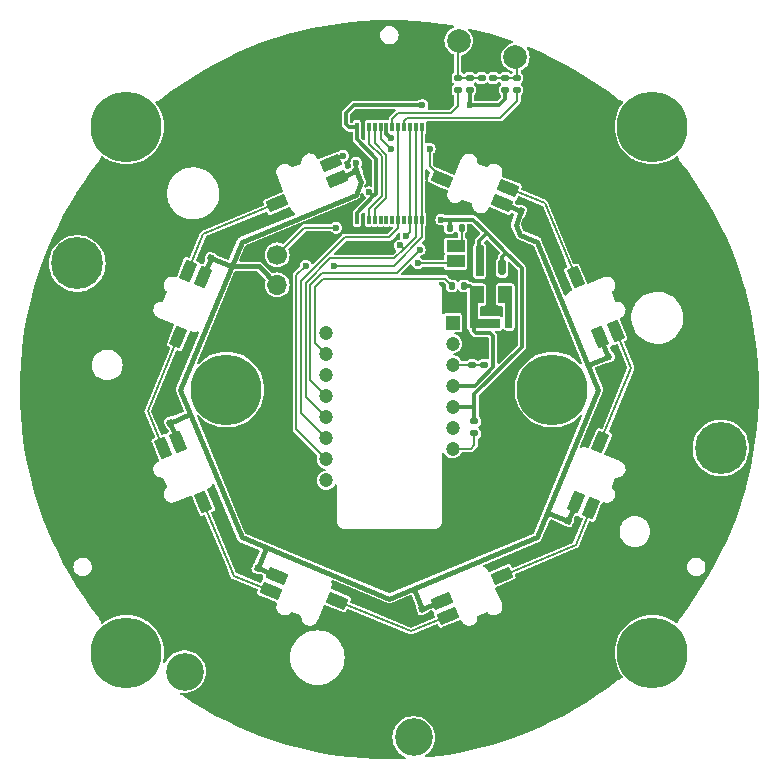
<source format=gbr>
%TF.GenerationSoftware,KiCad,Pcbnew,7.0.6*%
%TF.CreationDate,2023-07-27T21:49:21+01:00*%
%TF.ProjectId,Kiwano,4b697761-6e6f-42e6-9b69-6361645f7063,V1.0*%
%TF.SameCoordinates,Original*%
%TF.FileFunction,Copper,L2,Bot*%
%TF.FilePolarity,Positive*%
%FSLAX46Y46*%
G04 Gerber Fmt 4.6, Leading zero omitted, Abs format (unit mm)*
G04 Created by KiCad (PCBNEW 7.0.6) date 2023-07-27 21:49:21*
%MOMM*%
%LPD*%
G01*
G04 APERTURE LIST*
G04 Aperture macros list*
%AMRoundRect*
0 Rectangle with rounded corners*
0 $1 Rounding radius*
0 $2 $3 $4 $5 $6 $7 $8 $9 X,Y pos of 4 corners*
0 Add a 4 corners polygon primitive as box body*
4,1,4,$2,$3,$4,$5,$6,$7,$8,$9,$2,$3,0*
0 Add four circle primitives for the rounded corners*
1,1,$1+$1,$2,$3*
1,1,$1+$1,$4,$5*
1,1,$1+$1,$6,$7*
1,1,$1+$1,$8,$9*
0 Add four rect primitives between the rounded corners*
20,1,$1+$1,$2,$3,$4,$5,0*
20,1,$1+$1,$4,$5,$6,$7,0*
20,1,$1+$1,$6,$7,$8,$9,0*
20,1,$1+$1,$8,$9,$2,$3,0*%
%AMRotRect*
0 Rectangle, with rotation*
0 The origin of the aperture is its center*
0 $1 length*
0 $2 width*
0 $3 Rotation angle, in degrees counterclockwise*
0 Add horizontal line*
21,1,$1,$2,0,0,$3*%
G04 Aperture macros list end*
%TA.AperFunction,ComponentPad*%
%ADD10C,6.000000*%
%TD*%
%TA.AperFunction,ComponentPad*%
%ADD11C,2.000000*%
%TD*%
%TA.AperFunction,ComponentPad*%
%ADD12C,4.400000*%
%TD*%
%TA.AperFunction,ComponentPad*%
%ADD13C,3.200000*%
%TD*%
%TA.AperFunction,ComponentPad*%
%ADD14C,1.700000*%
%TD*%
%TA.AperFunction,ComponentPad*%
%ADD15O,1.700000X1.700000*%
%TD*%
%TA.AperFunction,ComponentPad*%
%ADD16R,1.700000X1.700000*%
%TD*%
%TA.AperFunction,SMDPad,CuDef*%
%ADD17RoundRect,0.140000X0.170000X-0.140000X0.170000X0.140000X-0.170000X0.140000X-0.170000X-0.140000X0*%
%TD*%
%TA.AperFunction,SMDPad,CuDef*%
%ADD18RoundRect,0.135000X-0.135000X-0.185000X0.135000X-0.185000X0.135000X0.185000X-0.135000X0.185000X0*%
%TD*%
%TA.AperFunction,SMDPad,CuDef*%
%ADD19RoundRect,0.140000X-0.103484X0.194399X-0.210635X-0.064287X0.103484X-0.194399X0.210635X0.064287X0*%
%TD*%
%TA.AperFunction,SMDPad,CuDef*%
%ADD20RoundRect,0.140000X-0.194399X-0.103484X0.064287X-0.210635X0.194399X0.103484X-0.064287X0.210635X0*%
%TD*%
%TA.AperFunction,SMDPad,CuDef*%
%ADD21RoundRect,0.140000X0.194399X0.103484X-0.064287X0.210635X-0.194399X-0.103484X0.064287X-0.210635X0*%
%TD*%
%TA.AperFunction,SMDPad,CuDef*%
%ADD22R,0.300000X0.800000*%
%TD*%
%TA.AperFunction,SMDPad,CuDef*%
%ADD23R,0.400000X0.800000*%
%TD*%
%TA.AperFunction,SMDPad,CuDef*%
%ADD24RoundRect,0.140000X0.064287X0.210635X-0.194399X0.103484X-0.064287X-0.210635X0.194399X-0.103484X0*%
%TD*%
%TA.AperFunction,ComponentPad*%
%ADD25R,1.200000X1.200000*%
%TD*%
%TA.AperFunction,ComponentPad*%
%ADD26C,1.200000*%
%TD*%
%TA.AperFunction,SMDPad,CuDef*%
%ADD27RoundRect,0.135000X-0.185000X0.135000X-0.185000X-0.135000X0.185000X-0.135000X0.185000X0.135000X0*%
%TD*%
%TA.AperFunction,SMDPad,CuDef*%
%ADD28RoundRect,0.140000X0.210635X-0.064287X0.103484X0.194399X-0.210635X0.064287X-0.103484X-0.194399X0*%
%TD*%
%TA.AperFunction,SMDPad,CuDef*%
%ADD29RoundRect,0.140000X-0.064287X-0.210635X0.194399X-0.103484X0.064287X0.210635X-0.194399X0.103484X0*%
%TD*%
%TA.AperFunction,SMDPad,CuDef*%
%ADD30RoundRect,0.140000X0.140000X0.170000X-0.140000X0.170000X-0.140000X-0.170000X0.140000X-0.170000X0*%
%TD*%
%TA.AperFunction,SMDPad,CuDef*%
%ADD31RoundRect,0.135000X0.185000X-0.135000X0.185000X0.135000X-0.185000X0.135000X-0.185000X-0.135000X0*%
%TD*%
%TA.AperFunction,SMDPad,CuDef*%
%ADD32RoundRect,0.135000X0.135000X0.185000X-0.135000X0.185000X-0.135000X-0.185000X0.135000X-0.185000X0*%
%TD*%
%TA.AperFunction,SMDPad,CuDef*%
%ADD33RotRect,1.700000X1.000000X67.500000*%
%TD*%
%TA.AperFunction,SMDPad,CuDef*%
%ADD34RotRect,1.700000X1.000000X247.500000*%
%TD*%
%TA.AperFunction,SMDPad,CuDef*%
%ADD35RotRect,1.700000X1.000000X157.500000*%
%TD*%
%TA.AperFunction,SMDPad,CuDef*%
%ADD36RotRect,1.700000X1.000000X112.500000*%
%TD*%
%TA.AperFunction,SMDPad,CuDef*%
%ADD37RotRect,1.700000X1.000000X22.500000*%
%TD*%
%TA.AperFunction,SMDPad,CuDef*%
%ADD38RoundRect,0.140000X-0.210635X0.064287X-0.103484X-0.194399X0.210635X-0.064287X0.103484X0.194399X0*%
%TD*%
%TA.AperFunction,SMDPad,CuDef*%
%ADD39RotRect,1.700000X1.000000X202.500000*%
%TD*%
%TA.AperFunction,SMDPad,CuDef*%
%ADD40RoundRect,0.140000X-0.170000X0.140000X-0.170000X-0.140000X0.170000X-0.140000X0.170000X0.140000X0*%
%TD*%
%TA.AperFunction,SMDPad,CuDef*%
%ADD41R,1.500000X1.000000*%
%TD*%
%TA.AperFunction,SMDPad,CuDef*%
%ADD42RoundRect,0.140000X0.103484X-0.194399X0.210635X0.064287X-0.103484X0.194399X-0.210635X-0.064287X0*%
%TD*%
%TA.AperFunction,SMDPad,CuDef*%
%ADD43RoundRect,0.150000X-0.150000X0.512500X-0.150000X-0.512500X0.150000X-0.512500X0.150000X0.512500X0*%
%TD*%
%TA.AperFunction,SMDPad,CuDef*%
%ADD44RotRect,1.700000X1.000000X292.500000*%
%TD*%
%TA.AperFunction,SMDPad,CuDef*%
%ADD45RotRect,1.700000X1.000000X337.500000*%
%TD*%
%TA.AperFunction,ViaPad*%
%ADD46C,0.600000*%
%TD*%
%TA.AperFunction,Conductor*%
%ADD47C,0.200000*%
%TD*%
%TA.AperFunction,Conductor*%
%ADD48C,0.400000*%
%TD*%
%TA.AperFunction,Conductor*%
%ADD49C,0.300000*%
%TD*%
%TA.AperFunction,Conductor*%
%ADD50C,0.150000*%
%TD*%
G04 APERTURE END LIST*
D10*
%TO.P,H6,1*%
%TO.N,N/C*%
X52726137Y-82273864D03*
%TD*%
%TO.P,H9,1*%
%TO.N,N/C*%
X52726136Y-37726137D03*
%TD*%
%TO.P,H8,1*%
%TO.N,N/C*%
X97273864Y-82273863D03*
%TD*%
D11*
%TO.P,SW1,A,A*%
%TO.N,Net-(C13-Pad2)*%
X85672275Y-31851243D03*
%TO.P,SW1,B,B*%
%TO.N,Net-(C14-Pad2)*%
X80865966Y-30473056D03*
%TO.P,SW1,C,C*%
%TO.N,GND*%
X83269121Y-31162149D03*
D12*
%TO.P,SW1,MP*%
%TO.N,N/C*%
X103067021Y-64948973D03*
D13*
X77058909Y-89441319D03*
X57654764Y-83876954D03*
D12*
X48575260Y-49323712D03*
%TD*%
D14*
%TO.P,J3,1,Pin_1*%
%TO.N,Net-(D8-DOUT)*%
X65500000Y-48600000D03*
D15*
%TO.P,J3,2,Pin_2*%
%TO.N,+5V*%
X65500000Y-51140000D03*
D16*
%TO.P,J3,3,Pin_3*%
%TO.N,GND*%
X65500000Y-53680000D03*
%TO.P,J3,4,Pin_4*%
X65500000Y-56220000D03*
%TD*%
D10*
%TO.P,H7,1*%
%TO.N,N/C*%
X97273863Y-37726136D03*
%TD*%
D17*
%TO.P,C9,1*%
%TO.N,Net-(U1-VDDPIX)*%
X83000000Y-57880000D03*
%TO.P,C9,2*%
%TO.N,GND*%
X83000000Y-56920000D03*
%TD*%
%TO.P,C14,1*%
%TO.N,GND*%
X82799998Y-34580000D03*
%TO.P,C14,2*%
%TO.N,Net-(C14-Pad2)*%
X82799998Y-33620000D03*
%TD*%
D18*
%TO.P,R5,1*%
%TO.N,+2V*%
X84090000Y-54400000D03*
%TO.P,R5,2*%
%TO.N,Net-(U2-ADJ)*%
X85110000Y-54400000D03*
%TD*%
D19*
%TO.P,C7,1*%
%TO.N,GND*%
X60282499Y-47972305D03*
%TO.P,C7,2*%
%TO.N,+5V*%
X59915123Y-48859229D03*
%TD*%
D20*
%TO.P,C5,1*%
%TO.N,GND*%
X62972307Y-74717505D03*
%TO.P,C5,2*%
%TO.N,+5V*%
X63859231Y-75084881D03*
%TD*%
D21*
%TO.P,C1,1*%
%TO.N,GND*%
X87027700Y-45282501D03*
%TO.P,C1,2*%
%TO.N,+5V*%
X86140776Y-44915125D03*
%TD*%
D22*
%TO.P,J1,1,SCLK*%
%TO.N,SCK*%
X77750000Y-37800000D03*
%TO.P,J1,2,MISO*%
%TO.N,MISO*%
X77250000Y-37800000D03*
%TO.P,J1,3,CS*%
%TO.N,CS*%
X76750000Y-37800000D03*
%TO.P,J1,4,GPIO2*%
%TO.N,ROTA*%
X76250000Y-37800000D03*
%TO.P,J1,5,MOSI*%
%TO.N,MOSI*%
X75750000Y-37800000D03*
%TO.P,J1,6,GPIO1*%
%TO.N,ROTB*%
X75250000Y-37800000D03*
%TO.P,J1,7,5V*%
%TO.N,+5V*%
X74750000Y-37800000D03*
%TO.P,J1,8,RGB*%
%TO.N,RGB*%
X74250000Y-37800000D03*
%TO.P,J1,9,SCL*%
%TO.N,SCL*%
X73750000Y-37800000D03*
%TO.P,J1,10,SDA*%
%TO.N,SDA*%
X73250000Y-37800000D03*
%TO.P,J1,11,GND*%
%TO.N,GND*%
X72750000Y-37800000D03*
%TO.P,J1,12,3V3*%
%TO.N,+3V3*%
X72250000Y-37800000D03*
D23*
%TO.P,J1,MP*%
%TO.N,GND*%
X71250000Y-35300000D03*
X78750000Y-35300000D03*
%TD*%
D24*
%TO.P,C8,1*%
%TO.N,GND*%
X73098023Y-41088290D03*
%TO.P,C8,2*%
%TO.N,+5V*%
X72211099Y-41455666D03*
%TD*%
D10*
%TO.P,H5,1*%
%TO.N,N/C*%
X88800003Y-60000000D03*
%TD*%
D25*
%TO.P,U1,1,NC*%
%TO.N,unconnected-(U1-NC-Pad1)*%
X80350000Y-54340000D03*
D26*
%TO.P,U1,2,NC*%
%TO.N,unconnected-(U1-NC-Pad2)*%
X80350000Y-56120000D03*
%TO.P,U1,3,VDDPIX*%
%TO.N,Net-(U1-VDDPIX)*%
X80350000Y-57900000D03*
%TO.P,U1,4,VDD*%
%TO.N,+2V*%
X80350000Y-59680000D03*
%TO.P,U1,5,VDDIO*%
%TO.N,+3V3*%
X80350000Y-61460000D03*
%TO.P,U1,6,NC*%
%TO.N,unconnected-(U1-NC-Pad6)*%
X80350000Y-63240000D03*
%TO.P,U1,7,NRESET*%
%TO.N,Net-(U1-NRESET)*%
X80350000Y-65020000D03*
%TO.P,U1,8,GND*%
%TO.N,GND*%
X80350000Y-66800000D03*
%TO.P,U1,9,MOTION*%
%TO.N,unconnected-(U1-MOTION-Pad9)*%
X69650000Y-67690000D03*
%TO.P,U1,10,SCLK*%
%TO.N,SCK*%
X69650000Y-65910000D03*
%TO.P,U1,11,MOSI*%
%TO.N,MOSI*%
X69650000Y-64130000D03*
%TO.P,U1,12,MISO*%
%TO.N,MISO*%
X69650000Y-62350000D03*
%TO.P,U1,13,NCS*%
%TO.N,CS*%
X69650000Y-60570000D03*
%TO.P,U1,14,NC*%
%TO.N,unconnected-(U1-NC-Pad14)*%
X69650000Y-58790000D03*
%TO.P,U1,15,LED_P*%
%TO.N,Net-(U1-LED_P)*%
X69650000Y-57010000D03*
%TO.P,U1,16,NC*%
%TO.N,unconnected-(U1-NC-Pad16)*%
X69650000Y-55230000D03*
%TD*%
D10*
%TO.P,H4,1*%
%TO.N,N/C*%
X61200001Y-59999953D03*
%TD*%
D27*
%TO.P,R7,1*%
%TO.N,Net-(C13-Pad2)*%
X84789998Y-33600000D03*
%TO.P,R7,2*%
%TO.N,+3V3*%
X84789998Y-34620000D03*
%TD*%
D28*
%TO.P,C2,1*%
%TO.N,GND*%
X93911717Y-58098022D03*
%TO.P,C2,2*%
%TO.N,+5V*%
X93544341Y-57211098D03*
%TD*%
D29*
%TO.P,C4,1*%
%TO.N,GND*%
X76901985Y-78911712D03*
%TO.P,C4,2*%
%TO.N,+5V*%
X77788909Y-78544336D03*
%TD*%
D30*
%TO.P,C12,1*%
%TO.N,GND*%
X83080000Y-53400000D03*
%TO.P,C12,2*%
%TO.N,+2V*%
X82120000Y-53400000D03*
%TD*%
D31*
%TO.P,R6,1*%
%TO.N,ROTA*%
X85800000Y-34610000D03*
%TO.P,R6,2*%
%TO.N,Net-(C13-Pad2)*%
X85800000Y-33590000D03*
%TD*%
D27*
%TO.P,R9,1*%
%TO.N,Net-(C14-Pad2)*%
X80799998Y-33590000D03*
%TO.P,R9,2*%
%TO.N,ROTB*%
X80799998Y-34610000D03*
%TD*%
D17*
%TO.P,C13,1*%
%TO.N,GND*%
X83799998Y-34580000D03*
%TO.P,C13,2*%
%TO.N,Net-(C13-Pad2)*%
X83799998Y-33620000D03*
%TD*%
D30*
%TO.P,C11,1*%
%TO.N,GND*%
X83580000Y-48200000D03*
%TO.P,C11,2*%
%TO.N,+3V3*%
X82620000Y-48200000D03*
%TD*%
D32*
%TO.P,R4,1*%
%TO.N,Net-(U2-ADJ)*%
X85110000Y-53400000D03*
%TO.P,R4,2*%
%TO.N,GND*%
X84090000Y-53400000D03*
%TD*%
D31*
%TO.P,R1,1*%
%TO.N,Net-(U1-NRESET)*%
X82200000Y-63710000D03*
%TO.P,R1,2*%
%TO.N,+3V3*%
X82200000Y-62690000D03*
%TD*%
D33*
%TO.P,D7,1,VDD*%
%TO.N,+5V*%
X59237774Y-50494497D03*
%TO.P,D7,2,DOUT*%
%TO.N,Net-(D7-DOUT)*%
X57944343Y-49958740D03*
%TO.P,D7,3,VSS*%
%TO.N,GND*%
X55839584Y-55040077D03*
%TO.P,D7,4,DIN*%
%TO.N,Net-(D6-DOUT)*%
X57133015Y-55575834D03*
%TD*%
D34*
%TO.P,D3,1,VDD*%
%TO.N,+5V*%
X90762231Y-69505511D03*
%TO.P,D3,2,DOUT*%
%TO.N,Net-(D3-DOUT)*%
X92055662Y-70041268D03*
%TO.P,D3,3,VSS*%
%TO.N,GND*%
X94160421Y-64959931D03*
%TO.P,D3,4,DIN*%
%TO.N,Net-(D2-DOUT)*%
X92866990Y-64424174D03*
%TD*%
D35*
%TO.P,D5,1,VDD*%
%TO.N,+5V*%
X65494500Y-75762229D03*
%TO.P,D5,2,DOUT*%
%TO.N,Net-(D5-DOUT)*%
X64958743Y-77055660D03*
%TO.P,D5,3,VSS*%
%TO.N,GND*%
X70040080Y-79160419D03*
%TO.P,D5,4,DIN*%
%TO.N,Net-(D4-DOUT)*%
X70575837Y-77866988D03*
%TD*%
D36*
%TO.P,D6,1,VDD*%
%TO.N,+5V*%
X57133017Y-64424172D03*
%TO.P,D6,2,DOUT*%
%TO.N,Net-(D6-DOUT)*%
X55839586Y-64959929D03*
%TO.P,D6,3,VSS*%
%TO.N,GND*%
X57944345Y-70041266D03*
%TO.P,D6,4,DIN*%
%TO.N,Net-(D5-DOUT)*%
X59237776Y-69505509D03*
%TD*%
D31*
%TO.P,R8,1*%
%TO.N,+3V3*%
X81799997Y-34610000D03*
%TO.P,R8,2*%
%TO.N,Net-(C14-Pad2)*%
X81799997Y-33590000D03*
%TD*%
D37*
%TO.P,D8,1,VDD*%
%TO.N,+5V*%
X70575833Y-42133017D03*
%TO.P,D8,2,DOUT*%
%TO.N,Net-(D8-DOUT)*%
X70040076Y-40839586D03*
%TO.P,D8,3,VSS*%
%TO.N,GND*%
X64958739Y-42944345D03*
%TO.P,D8,4,DIN*%
%TO.N,Net-(D7-DOUT)*%
X65494496Y-44237776D03*
%TD*%
D38*
%TO.P,C6,1*%
%TO.N,GND*%
X56088290Y-61901982D03*
%TO.P,C6,2*%
%TO.N,+5V*%
X56455666Y-62788906D03*
%TD*%
D39*
%TO.P,D4,1,VDD*%
%TO.N,+5V*%
X79424174Y-77866987D03*
%TO.P,D4,2,DOUT*%
%TO.N,Net-(D4-DOUT)*%
X79959931Y-79160418D03*
%TO.P,D4,3,VSS*%
%TO.N,GND*%
X85041268Y-77055659D03*
%TO.P,D4,4,DIN*%
%TO.N,Net-(D3-DOUT)*%
X84505511Y-75762228D03*
%TD*%
D18*
%TO.P,R2,1*%
%TO.N,Net-(U1-LED_P)*%
X80290000Y-51200000D03*
%TO.P,R2,2*%
%TO.N,+2V*%
X81310000Y-51200000D03*
%TD*%
D40*
%TO.P,C10,1*%
%TO.N,GND*%
X82000000Y-56920000D03*
%TO.P,C10,2*%
%TO.N,Net-(U1-VDDPIX)*%
X82000000Y-57880000D03*
%TD*%
D41*
%TO.P,JP1,1,A*%
%TO.N,Net-(JP1-A)*%
X80600000Y-47850000D03*
%TO.P,JP1,2,B*%
%TO.N,MISO*%
X80600000Y-49150000D03*
%TD*%
D32*
%TO.P,R3,1*%
%TO.N,Net-(JP1-A)*%
X81110000Y-46300000D03*
%TO.P,R3,2*%
%TO.N,+3V3*%
X80090000Y-46300000D03*
%TD*%
D42*
%TO.P,C3,1*%
%TO.N,GND*%
X89717507Y-72027691D03*
%TO.P,C3,2*%
%TO.N,+5V*%
X90084883Y-71140767D03*
%TD*%
D22*
%TO.P,J2,1,3V3*%
%TO.N,+3V3*%
X72249989Y-45600008D03*
%TO.P,J2,2,GND*%
%TO.N,GND*%
X72749989Y-45600008D03*
%TO.P,J2,3,SDA*%
%TO.N,SDA*%
X73249989Y-45600008D03*
%TO.P,J2,4,SCL*%
%TO.N,SCL*%
X73749989Y-45600008D03*
%TO.P,J2,5,BTN1*%
%TO.N,unconnected-(J2-BTN1-Pad5)*%
X74249989Y-45600008D03*
%TO.P,J2,6,BTN2*%
%TO.N,unconnected-(J2-BTN2-Pad6)*%
X74749989Y-45600008D03*
%TO.P,J2,7,BTN3*%
%TO.N,unconnected-(J2-BTN3-Pad7)*%
X75249989Y-45600008D03*
%TO.P,J2,8,MOSI*%
%TO.N,MOSI*%
X75749989Y-45600008D03*
%TO.P,J2,9,DR*%
%TO.N,unconnected-(J2-DR-Pad9)*%
X76249989Y-45600008D03*
%TO.P,J2,10,CS*%
%TO.N,CS*%
X76749989Y-45600008D03*
%TO.P,J2,11,MISO*%
%TO.N,MISO*%
X77249989Y-45600008D03*
%TO.P,J2,12,SCK*%
%TO.N,SCK*%
X77749989Y-45600008D03*
D23*
%TO.P,J2,MP*%
%TO.N,GND*%
X78749989Y-48100008D03*
X71249989Y-48100008D03*
%TD*%
D43*
%TO.P,U2,1,VIN*%
%TO.N,+3V3*%
X82650000Y-49662500D03*
%TO.P,U2,2,GND*%
%TO.N,GND*%
X83600000Y-49662500D03*
%TO.P,U2,3,EN*%
%TO.N,+3V3*%
X84550000Y-49662500D03*
%TO.P,U2,4,ADJ*%
%TO.N,Net-(U2-ADJ)*%
X84550000Y-51937500D03*
%TO.P,U2,5,VOUT*%
%TO.N,+2V*%
X82650000Y-51937500D03*
%TD*%
D44*
%TO.P,D2,1,VDD*%
%TO.N,+5V*%
X92866992Y-55575834D03*
%TO.P,D2,2,DOUT*%
%TO.N,Net-(D2-DOUT)*%
X94160423Y-55040077D03*
%TO.P,D2,3,VSS*%
%TO.N,GND*%
X92055664Y-49958740D03*
%TO.P,D2,4,DIN*%
%TO.N,Net-(D1-DOUT)*%
X90762233Y-50494497D03*
%TD*%
D45*
%TO.P,D1,1,VDD*%
%TO.N,+5V*%
X84505512Y-44237774D03*
%TO.P,D1,2,DOUT*%
%TO.N,Net-(D1-DOUT)*%
X85041269Y-42944343D03*
%TO.P,D1,3,VSS*%
%TO.N,GND*%
X79959932Y-40839584D03*
%TO.P,D1,4,DIN*%
%TO.N,RGB*%
X79424175Y-42133015D03*
%TD*%
D46*
%TO.N,GND*%
X83600000Y-51400000D03*
X82799998Y-35200000D03*
X73500000Y-36900000D03*
X78800000Y-47300000D03*
X72000000Y-36900000D03*
X58080212Y-71283861D03*
X87600501Y-45519765D03*
X83000000Y-56300000D03*
X72750000Y-36900000D03*
X82000000Y-56299999D03*
X91919795Y-48716141D03*
X60519769Y-47399506D03*
X71014798Y-79942994D03*
X83600000Y-52100000D03*
X94148972Y-58670826D03*
X63716143Y-43080213D03*
X55057010Y-56014796D03*
X94296287Y-63717336D03*
X72000000Y-46500000D03*
X72750000Y-46500000D03*
X71900000Y-48100000D03*
X73200000Y-41800000D03*
X58726919Y-71015983D03*
X89480239Y-72600500D03*
X80600073Y-40199974D03*
X63984026Y-43726922D03*
X76329178Y-79148971D03*
X79900075Y-39899975D03*
X55703725Y-56282669D03*
X83799998Y-35199999D03*
X86283861Y-76919792D03*
X86015983Y-76273083D03*
X62399507Y-74480234D03*
X79000000Y-43600000D03*
X83600000Y-50700000D03*
X83600000Y-52800000D03*
X73500000Y-46500000D03*
X55851037Y-61329176D03*
X91273083Y-48984023D03*
X71282671Y-79296283D03*
X94942996Y-63985210D03*
%TO.N,+5V*%
X72200000Y-40800000D03*
X75100000Y-38700000D03*
%TO.N,+3V3*%
X73300000Y-43300000D03*
X81800000Y-35900000D03*
X79400000Y-45600000D03*
X77800000Y-35900000D03*
%TO.N,RGB*%
X78400000Y-39600000D03*
X75100000Y-39600000D03*
%TO.N,Net-(D8-DOUT)*%
X71100000Y-40200000D03*
X70500000Y-46300001D03*
%TO.N,SCK*%
X67900000Y-49500000D03*
X70300000Y-49500000D03*
%TO.N,MISO*%
X75900000Y-47800000D03*
X77400000Y-49300000D03*
%TO.N,CS*%
X76400000Y-47000000D03*
X77556755Y-48156754D03*
%TD*%
D47*
%TO.N,GND*%
X72749989Y-46499989D02*
X72750000Y-46500000D01*
X72749989Y-36899990D02*
X72750000Y-36900000D01*
D48*
%TO.N,+5V*%
X72149751Y-43483502D02*
X72600406Y-42395535D01*
X93544343Y-57211098D02*
X91853641Y-57911413D01*
X70575833Y-42133016D02*
X72211100Y-41455666D01*
X90762232Y-69505511D02*
X90084881Y-71140778D01*
X86140780Y-44915123D02*
X85681558Y-46023784D01*
X62486254Y-47486254D02*
X72149751Y-43483502D01*
X57133014Y-64424172D02*
X56455670Y-62788903D01*
X84505508Y-44237777D02*
X86140778Y-44915127D01*
X77788903Y-78544339D02*
X77088593Y-76853643D01*
X61605826Y-49559537D02*
X63919537Y-49559537D01*
D49*
X74750000Y-38350000D02*
X75100000Y-38700000D01*
D48*
X90084881Y-71140780D02*
X88394184Y-70440466D01*
X92697117Y-60000004D02*
X87513751Y-72513745D01*
X92866992Y-55575833D02*
X93544336Y-57211098D01*
X87513751Y-72513745D02*
X75000003Y-77697111D01*
D49*
X74750000Y-37800000D02*
X74750000Y-38350000D01*
D48*
X65494497Y-75762233D02*
X63859234Y-75084881D01*
X77788906Y-78544339D02*
X79424172Y-77866989D01*
X86033340Y-46873047D02*
X87513746Y-47486255D01*
X59237774Y-50494494D02*
X59915126Y-48859232D01*
D49*
X72200001Y-40800001D02*
X72200001Y-41444567D01*
D48*
X56455666Y-62788907D02*
X58146364Y-62088596D01*
X79424172Y-77866989D02*
X77788905Y-78544337D01*
X85681558Y-46023784D02*
X86033340Y-46873047D01*
X90762232Y-69505511D02*
X90084885Y-71140771D01*
X86140775Y-44915123D02*
X84505508Y-44237777D01*
X87513746Y-47486255D02*
X92697117Y-60000004D01*
X63859227Y-75084883D02*
X64559534Y-73394184D01*
X72211103Y-41455666D02*
X72600406Y-42395535D01*
D49*
X72200000Y-40800000D02*
X72200001Y-40800001D01*
D48*
X93544342Y-57211102D02*
X92866992Y-55575833D01*
X57302890Y-60000006D02*
X62486254Y-47486254D01*
X65494497Y-75762233D02*
X63859227Y-75084881D01*
X62486256Y-72513751D02*
X57302890Y-60000006D01*
X59915125Y-48859226D02*
X61605826Y-49559537D01*
X57133017Y-64424170D02*
X56455670Y-62788903D01*
X75000003Y-77697111D02*
X62486256Y-72513751D01*
X63919537Y-49559537D02*
X65500000Y-51139999D01*
D47*
%TO.N,Net-(U1-VDDPIX)*%
X80350000Y-57900000D02*
X82980000Y-57900000D01*
D49*
%TO.N,+3V3*%
X72250000Y-38801041D02*
X73900000Y-40451041D01*
X81800000Y-35900000D02*
X81799997Y-35899997D01*
X82620000Y-48200000D02*
X82620000Y-47380000D01*
X72249989Y-45047929D02*
X72249990Y-45600008D01*
X79400000Y-45600000D02*
X82100000Y-45600000D01*
X82200000Y-60407106D02*
X86200000Y-56407106D01*
X84900000Y-48400000D02*
X83250000Y-46750000D01*
X84550000Y-49662500D02*
X84550000Y-48750000D01*
X80090000Y-46300001D02*
X80090000Y-45610000D01*
X81799997Y-35899997D02*
X81799997Y-34610000D01*
X86200000Y-56407106D02*
X86200000Y-49700000D01*
X81800000Y-35900000D02*
X84300000Y-35900000D01*
X73900000Y-43397918D02*
X73648959Y-43648959D01*
X82620000Y-47380000D02*
X83250000Y-46750000D01*
X82200000Y-62690000D02*
X82200000Y-60407106D01*
X72000000Y-35900000D02*
X71300000Y-36600000D01*
X84300000Y-35900000D02*
X84789998Y-35410002D01*
X84550000Y-48750000D02*
X84900000Y-48400000D01*
X77800000Y-35900000D02*
X72000000Y-35900000D01*
X73900000Y-40451041D02*
X73900000Y-43397918D01*
X71600000Y-37800000D02*
X72250000Y-37800000D01*
X73648959Y-43648959D02*
X72249989Y-45047929D01*
X82100000Y-45600000D02*
X83250000Y-46750000D01*
X71300000Y-37500000D02*
X71600000Y-37800000D01*
X84789998Y-35410002D02*
X84789998Y-34620000D01*
X72250000Y-37762500D02*
X72250000Y-38801041D01*
X71300000Y-36600000D02*
X71300000Y-37500000D01*
X86200000Y-49700000D02*
X84900000Y-48400000D01*
X80350000Y-61460000D02*
X82160000Y-61459999D01*
X73300000Y-43300000D02*
X73648959Y-43648959D01*
%TO.N,+2V*%
X81310000Y-51200000D02*
X81800000Y-51200000D01*
X82120000Y-55020000D02*
X82120000Y-53400000D01*
X82220000Y-59680000D02*
X83800000Y-58100000D01*
X83800000Y-55500000D02*
X83500000Y-55200000D01*
X83500000Y-55200000D02*
X82300000Y-55200000D01*
X80350000Y-59680000D02*
X82220000Y-59680000D01*
X81800000Y-51200000D02*
X82000000Y-51400000D01*
X82300000Y-55200000D02*
X82120000Y-55020000D01*
X83800000Y-58100000D02*
X83800000Y-55500000D01*
D50*
%TO.N,Net-(D1-DOUT)*%
X88172004Y-44241140D02*
X90762232Y-50494496D01*
X85041266Y-42944344D02*
X88172004Y-44241140D01*
D47*
%TO.N,RGB*%
X75100000Y-39600000D02*
X74250000Y-38750000D01*
X78400000Y-39600000D02*
X78400000Y-41108840D01*
X78400000Y-41108840D02*
X79424175Y-42133015D01*
X74250000Y-38750000D02*
X74250000Y-37800000D01*
D50*
%TO.N,Net-(D2-DOUT)*%
X95457216Y-58170813D02*
X92866989Y-64424171D01*
X94160422Y-55040075D02*
X95457216Y-58170813D01*
%TO.N,Net-(D3-DOUT)*%
X90758866Y-73172006D02*
X84505510Y-75762233D01*
X92055663Y-70041266D02*
X90758866Y-73172006D01*
%TO.N,Net-(D4-DOUT)*%
X79959928Y-79160419D02*
X76829192Y-80457214D01*
X76829192Y-80457214D02*
X70575829Y-77866991D01*
%TO.N,Net-(D5-DOUT)*%
X64958738Y-77055662D02*
X61827997Y-75758867D01*
X61827997Y-75758867D02*
X59237776Y-69505511D01*
%TO.N,Net-(D6-DOUT)*%
X54542789Y-61829191D02*
X57133015Y-55575834D01*
X55839589Y-64959928D02*
X54542789Y-61829191D01*
%TO.N,Net-(D7-DOUT)*%
X57944344Y-49958739D02*
X59241136Y-46828001D01*
X59241136Y-46828001D02*
X65494496Y-44237774D01*
D47*
%TO.N,Net-(D8-DOUT)*%
X70500000Y-46300001D02*
X67800000Y-46300000D01*
X67800000Y-46300000D02*
X65500000Y-48600000D01*
X71100000Y-40200000D02*
X70679662Y-40200000D01*
%TO.N,SCK*%
X67100000Y-50300000D02*
X67100000Y-63360000D01*
X77750000Y-37800000D02*
X77750000Y-45599997D01*
X77749989Y-47115696D02*
X77749989Y-45600008D01*
X70300000Y-49500000D02*
X75365685Y-49500000D01*
X67100000Y-63360000D02*
X69650000Y-65910000D01*
X67900000Y-49500000D02*
X67100000Y-50300000D01*
X75365685Y-49500000D02*
X77749989Y-47115696D01*
%TO.N,MISO*%
X77249988Y-47050012D02*
X77249988Y-45600008D01*
X76200000Y-48100000D02*
X75900000Y-47800000D01*
X75400000Y-48900000D02*
X76200000Y-48100000D01*
X69650000Y-62350000D02*
X67900000Y-60600000D01*
X67900000Y-50965686D02*
X69965686Y-48900000D01*
X69965686Y-48900000D02*
X75400000Y-48900000D01*
X77249989Y-45600008D02*
X77249989Y-37800011D01*
X76200000Y-48100000D02*
X77249988Y-47050012D01*
X67900000Y-60600000D02*
X67900000Y-50965686D01*
X77400000Y-49300000D02*
X80450000Y-49299999D01*
%TO.N,CS*%
X75613509Y-50100000D02*
X69331372Y-50100000D01*
X68300000Y-59220000D02*
X69650000Y-60570000D01*
X76750000Y-37800000D02*
X76750000Y-45599997D01*
X69331372Y-50100000D02*
X68300000Y-51131372D01*
X68300000Y-51131372D02*
X68300000Y-59220000D01*
X76400000Y-47000000D02*
X76749989Y-46650011D01*
X77556755Y-48156754D02*
X75613509Y-50100000D01*
X76749989Y-46650011D02*
X76749989Y-45600008D01*
%TO.N,MOSI*%
X75749989Y-46350011D02*
X75749989Y-45600008D01*
X75750000Y-37800000D02*
X75750000Y-45599997D01*
X75000000Y-47100000D02*
X75749989Y-46350011D01*
X67500001Y-61980000D02*
X67500001Y-50800000D01*
X69650000Y-64130000D02*
X67500001Y-61980000D01*
X71200000Y-47100000D02*
X75000000Y-47100000D01*
X67500001Y-50800000D02*
X71200000Y-47100000D01*
%TO.N,SCL*%
X74750000Y-43750000D02*
X73749989Y-44750011D01*
X73750000Y-39098959D02*
X74750000Y-40098959D01*
X74750000Y-40098959D02*
X74750000Y-43750000D01*
X73749989Y-44750011D02*
X73749989Y-45600008D01*
X73750000Y-37762499D02*
X73750000Y-39098959D01*
%TO.N,SDA*%
X73249989Y-44684325D02*
X73249988Y-45600008D01*
X74350000Y-43584315D02*
X73249989Y-44684325D01*
X73250000Y-37762500D02*
X73250000Y-39164645D01*
X74350000Y-40264645D02*
X74350000Y-43584315D01*
X73250000Y-39164645D02*
X74350000Y-40264645D01*
%TO.N,Net-(JP1-A)*%
X81110000Y-46300001D02*
X81110000Y-47340000D01*
%TO.N,Net-(U1-LED_P)*%
X68700000Y-51297058D02*
X69397058Y-50600000D01*
X79690000Y-50600000D02*
X80290000Y-51200000D01*
X69650000Y-57010000D02*
X68700000Y-56060000D01*
X69397058Y-50600000D02*
X79690000Y-50600000D01*
X68700000Y-56060000D02*
X68700000Y-51297058D01*
%TO.N,Net-(C13-Pad2)*%
X83799998Y-33620000D02*
X85769999Y-33620000D01*
X85800000Y-33590000D02*
X85800000Y-31978968D01*
%TO.N,Net-(C14-Pad2)*%
X82799998Y-33620000D02*
X80829998Y-33620000D01*
X80799998Y-33590000D02*
X80799998Y-30539024D01*
%TO.N,ROTB*%
X75750000Y-36600000D02*
X75250000Y-37100000D01*
X80799998Y-36000002D02*
X80200000Y-36600000D01*
X80200000Y-36600000D02*
X75750000Y-36600000D01*
X80799998Y-34610000D02*
X80799998Y-36000002D01*
X75250000Y-37100000D02*
X75250000Y-37800000D01*
%TO.N,ROTA*%
X76250000Y-37800000D02*
X76250000Y-37250000D01*
X84400000Y-37000000D02*
X85800000Y-35600000D01*
X76250000Y-37250000D02*
X76500000Y-37000000D01*
X76500000Y-37000000D02*
X84400000Y-37000000D01*
X85800000Y-35600000D02*
X85800000Y-34610000D01*
%TO.N,Net-(U1-NRESET)*%
X81880000Y-65020000D02*
X82200000Y-64700000D01*
X82200000Y-64700000D02*
X82200000Y-63710000D01*
X80350000Y-65020000D02*
X81880000Y-65020000D01*
%TD*%
%TA.AperFunction,Conductor*%
%TO.N,GND*%
G36*
X76098024Y-28719765D02*
G01*
X77194698Y-28777539D01*
X78288670Y-28873750D01*
X79378593Y-29008280D01*
X80395090Y-29170130D01*
X80449584Y-29197952D01*
X80477317Y-29252491D01*
X80467696Y-29312915D01*
X80424396Y-29356144D01*
X80415293Y-29360210D01*
X80328565Y-29393809D01*
X80236839Y-29450603D01*
X80139404Y-29510932D01*
X79974986Y-29660819D01*
X79840909Y-29838365D01*
X79840904Y-29838374D01*
X79760423Y-30000001D01*
X79741737Y-30037528D01*
X79680851Y-30251520D01*
X79660323Y-30473056D01*
X79680851Y-30694592D01*
X79741737Y-30908584D01*
X79840908Y-31107745D01*
X79974985Y-31285292D01*
X80139404Y-31435180D01*
X80328565Y-31552303D01*
X80436261Y-31594024D01*
X80483692Y-31632674D01*
X80499498Y-31686338D01*
X80499498Y-33075604D01*
X80480591Y-33133795D01*
X80442339Y-33165328D01*
X80419596Y-33175933D01*
X80335931Y-33259598D01*
X80285930Y-33366824D01*
X80285930Y-33366825D01*
X80279498Y-33415685D01*
X80279498Y-33764314D01*
X80279497Y-33764314D01*
X80285930Y-33813174D01*
X80285930Y-33813175D01*
X80335931Y-33920401D01*
X80335932Y-33920402D01*
X80335933Y-33920404D01*
X80419594Y-34004065D01*
X80419595Y-34004065D01*
X80419596Y-34004066D01*
X80432913Y-34010276D01*
X80477661Y-34052005D01*
X80489335Y-34112066D01*
X80463476Y-34167518D01*
X80432913Y-34189724D01*
X80419596Y-34195933D01*
X80335931Y-34279598D01*
X80285930Y-34386824D01*
X80285930Y-34386825D01*
X80281642Y-34419398D01*
X80279574Y-34435111D01*
X80279498Y-34435685D01*
X80279498Y-34784314D01*
X80279497Y-34784314D01*
X80285930Y-34833174D01*
X80285930Y-34833175D01*
X80335931Y-34940401D01*
X80335932Y-34940402D01*
X80335933Y-34940404D01*
X80419594Y-35024065D01*
X80442335Y-35034669D01*
X80487084Y-35076396D01*
X80499498Y-35124394D01*
X80499498Y-35834522D01*
X80480591Y-35892713D01*
X80470502Y-35904525D01*
X80104525Y-36270503D01*
X80050008Y-36298281D01*
X80034521Y-36299500D01*
X78321824Y-36299500D01*
X78263633Y-36280593D01*
X78227669Y-36231093D01*
X78227669Y-36169907D01*
X78231771Y-36159373D01*
X78254672Y-36109225D01*
X78285165Y-36042457D01*
X78302510Y-35921821D01*
X78305647Y-35900002D01*
X78305647Y-35899997D01*
X78285165Y-35757543D01*
X78253911Y-35689108D01*
X78225377Y-35626627D01*
X78131128Y-35517857D01*
X78131127Y-35517856D01*
X78131126Y-35517855D01*
X78010057Y-35440049D01*
X78010054Y-35440047D01*
X78010053Y-35440047D01*
X78010050Y-35440046D01*
X77871964Y-35399500D01*
X77871961Y-35399500D01*
X77728039Y-35399500D01*
X77728035Y-35399500D01*
X77589949Y-35440046D01*
X77589942Y-35440049D01*
X77468871Y-35517856D01*
X77463520Y-35522494D01*
X77462031Y-35520776D01*
X77418659Y-35546928D01*
X77396241Y-35549500D01*
X72046613Y-35549500D01*
X72026298Y-35547393D01*
X72014685Y-35544958D01*
X71981294Y-35549120D01*
X71975169Y-35549500D01*
X71970956Y-35549500D01*
X71949448Y-35553089D01*
X71898607Y-35559426D01*
X71891575Y-35561519D01*
X71884616Y-35563908D01*
X71839555Y-35588295D01*
X71793517Y-35610801D01*
X71787542Y-35615066D01*
X71781744Y-35619579D01*
X71747042Y-35657275D01*
X71085117Y-36319198D01*
X71069265Y-36332071D01*
X71059335Y-36338559D01*
X71059332Y-36338561D01*
X71038664Y-36365114D01*
X71034605Y-36369712D01*
X71031619Y-36372698D01*
X71018955Y-36390437D01*
X70987483Y-36430874D01*
X70983981Y-36437343D01*
X70980758Y-36443936D01*
X70966138Y-36493045D01*
X70949499Y-36541512D01*
X70948293Y-36548743D01*
X70947383Y-36556047D01*
X70949500Y-36607231D01*
X70949500Y-37453381D01*
X70947393Y-37473696D01*
X70944957Y-37485315D01*
X70947896Y-37508889D01*
X70949120Y-37518709D01*
X70949500Y-37524837D01*
X70949500Y-37529038D01*
X70953087Y-37550541D01*
X70959425Y-37601388D01*
X70961527Y-37608448D01*
X70963907Y-37615380D01*
X70988295Y-37660444D01*
X71010801Y-37706482D01*
X71015078Y-37712472D01*
X71019579Y-37718255D01*
X71057275Y-37752958D01*
X71319199Y-38014881D01*
X71332074Y-38030737D01*
X71338563Y-38040669D01*
X71365110Y-38061332D01*
X71369708Y-38065392D01*
X71372690Y-38068373D01*
X71372693Y-38068375D01*
X71390438Y-38081044D01*
X71430874Y-38112517D01*
X71430878Y-38112518D01*
X71437354Y-38116022D01*
X71443934Y-38119240D01*
X71493045Y-38133861D01*
X71541512Y-38150500D01*
X71541516Y-38150500D01*
X71548736Y-38151705D01*
X71556039Y-38152615D01*
X71556046Y-38152617D01*
X71607231Y-38150500D01*
X71800500Y-38150500D01*
X71858691Y-38169407D01*
X71894655Y-38218907D01*
X71899500Y-38249500D01*
X71899500Y-38754422D01*
X71897393Y-38774737D01*
X71894957Y-38786354D01*
X71899120Y-38819750D01*
X71899500Y-38825878D01*
X71899500Y-38830081D01*
X71901891Y-38844414D01*
X71903087Y-38851582D01*
X71909425Y-38902429D01*
X71911527Y-38909489D01*
X71913907Y-38916421D01*
X71938295Y-38961485D01*
X71960801Y-39007523D01*
X71965078Y-39013513D01*
X71969579Y-39019296D01*
X72007275Y-39053999D01*
X73520504Y-40567227D01*
X73548281Y-40621744D01*
X73549500Y-40637231D01*
X73549500Y-42719381D01*
X73530593Y-42777572D01*
X73481093Y-42813536D01*
X73422609Y-42814371D01*
X73371964Y-42799500D01*
X73371961Y-42799500D01*
X73228039Y-42799500D01*
X73228035Y-42799500D01*
X73089949Y-42840046D01*
X73089943Y-42840048D01*
X73028636Y-42879448D01*
X72969461Y-42895001D01*
X72912445Y-42872802D01*
X72879366Y-42821329D01*
X72882860Y-42760244D01*
X72883623Y-42758343D01*
X72952196Y-42592796D01*
X72994694Y-42490197D01*
X72996585Y-42466151D01*
X72999017Y-42450802D01*
X73004647Y-42427355D01*
X73004648Y-42427351D01*
X73002755Y-42403297D01*
X73002755Y-42387771D01*
X73004648Y-42363722D01*
X72999015Y-42340261D01*
X72996587Y-42324926D01*
X72994695Y-42300876D01*
X72957546Y-42211191D01*
X72825167Y-41891596D01*
X72746426Y-41701497D01*
X72741238Y-41642181D01*
X72743054Y-41633987D01*
X72743053Y-41633987D01*
X72743055Y-41633985D01*
X72748293Y-41514019D01*
X72735349Y-41465710D01*
X72613231Y-41170896D01*
X72608431Y-41109900D01*
X72623547Y-41080619D01*
X72621547Y-41079334D01*
X72625375Y-41073375D01*
X72625374Y-41073375D01*
X72625377Y-41073373D01*
X72685165Y-40942457D01*
X72701693Y-40827500D01*
X72705647Y-40800002D01*
X72705647Y-40799997D01*
X72685165Y-40657543D01*
X72679435Y-40644996D01*
X72625377Y-40526627D01*
X72531128Y-40417857D01*
X72531127Y-40417856D01*
X72531126Y-40417855D01*
X72410057Y-40340049D01*
X72410054Y-40340047D01*
X72410053Y-40340047D01*
X72388250Y-40333645D01*
X72271964Y-40299500D01*
X72271961Y-40299500D01*
X72128039Y-40299500D01*
X72128035Y-40299500D01*
X71989949Y-40340046D01*
X71989942Y-40340049D01*
X71868873Y-40417855D01*
X71774622Y-40526628D01*
X71714834Y-40657543D01*
X71694353Y-40799997D01*
X71694353Y-40800002D01*
X71714834Y-40942456D01*
X71759260Y-41039734D01*
X71766235Y-41100521D01*
X71742199Y-41147742D01*
X71737383Y-41152999D01*
X71725093Y-41166411D01*
X71712252Y-41197412D01*
X71672515Y-41243937D01*
X71658674Y-41250989D01*
X71484567Y-41323107D01*
X71423570Y-41327908D01*
X71371401Y-41295939D01*
X71355217Y-41269528D01*
X71347470Y-41250824D01*
X71330654Y-41225657D01*
X71314345Y-41201248D01*
X71314344Y-41201247D01*
X71314342Y-41201244D01*
X71248020Y-41156930D01*
X71248019Y-41156929D01*
X71247574Y-41156632D01*
X71209694Y-41108582D01*
X71205477Y-41055002D01*
X71208514Y-41039734D01*
X71221143Y-40976245D01*
X71209510Y-40917762D01*
X71167379Y-40816050D01*
X71162579Y-40755057D01*
X71194548Y-40702888D01*
X71230950Y-40683179D01*
X71310053Y-40659953D01*
X71431128Y-40582143D01*
X71525377Y-40473373D01*
X71585165Y-40342457D01*
X71600998Y-40232333D01*
X71605647Y-40200002D01*
X71605647Y-40199997D01*
X71585165Y-40057543D01*
X71566153Y-40015914D01*
X71525377Y-39926627D01*
X71431128Y-39817857D01*
X71431127Y-39817856D01*
X71431126Y-39817855D01*
X71310057Y-39740049D01*
X71310054Y-39740047D01*
X71310053Y-39740047D01*
X71310050Y-39740046D01*
X71171964Y-39699500D01*
X71171961Y-39699500D01*
X71028039Y-39699500D01*
X71028035Y-39699500D01*
X70889949Y-39740046D01*
X70889942Y-39740049D01*
X70768871Y-39817856D01*
X70768869Y-39817859D01*
X70764497Y-39822904D01*
X70712099Y-39854496D01*
X70670369Y-39855165D01*
X70634032Y-39847937D01*
X70575550Y-39859569D01*
X69032441Y-40498746D01*
X68971444Y-40503547D01*
X68919275Y-40471577D01*
X68903073Y-40445123D01*
X68902888Y-40444677D01*
X68899346Y-40436127D01*
X68894255Y-40423836D01*
X68894253Y-40423834D01*
X68893397Y-40421766D01*
X68892931Y-40420799D01*
X68888412Y-40409891D01*
X68872637Y-40371810D01*
X68821328Y-40299500D01*
X68781296Y-40243082D01*
X68769267Y-40232333D01*
X68674872Y-40147979D01*
X68663594Y-40137901D01*
X68663592Y-40137900D01*
X68525449Y-40061555D01*
X68525443Y-40061552D01*
X68373768Y-40017857D01*
X68373758Y-40017855D01*
X68216176Y-40009007D01*
X68216170Y-40009008D01*
X68060560Y-40035447D01*
X68060551Y-40035450D01*
X67914729Y-40095851D01*
X67914728Y-40095852D01*
X67901349Y-40105345D01*
X67785995Y-40187193D01*
X67785993Y-40187194D01*
X67785993Y-40187195D01*
X67680817Y-40304883D01*
X67680816Y-40304884D01*
X67604460Y-40443036D01*
X67604458Y-40443041D01*
X67560762Y-40594704D01*
X67560761Y-40594710D01*
X67551906Y-40752309D01*
X67552826Y-40757723D01*
X67543927Y-40818257D01*
X67501146Y-40862000D01*
X67493109Y-40865760D01*
X66778280Y-41161852D01*
X66717283Y-41166653D01*
X66665114Y-41134683D01*
X66659650Y-41127671D01*
X66656476Y-41123197D01*
X66635535Y-41104481D01*
X66617188Y-41088083D01*
X66538770Y-41017995D01*
X66538767Y-41017993D01*
X66530394Y-41013365D01*
X66400602Y-40941622D01*
X66317794Y-40917762D01*
X66248907Y-40897913D01*
X66248903Y-40897912D01*
X66091283Y-40889056D01*
X65935649Y-40915498D01*
X65935648Y-40915498D01*
X65789798Y-40975912D01*
X65789792Y-40975915D01*
X65661051Y-41067265D01*
X65555858Y-41184981D01*
X65555857Y-41184982D01*
X65479497Y-41323155D01*
X65435803Y-41474852D01*
X65433102Y-41523003D01*
X65426962Y-41632467D01*
X65426961Y-41632477D01*
X65453416Y-41788111D01*
X65453417Y-41788113D01*
X65479805Y-41851804D01*
X66019569Y-43154910D01*
X66024370Y-43215907D01*
X65992400Y-43268076D01*
X65965991Y-43284260D01*
X64422880Y-43923438D01*
X64373308Y-43956561D01*
X64373302Y-43956567D01*
X64328989Y-44022885D01*
X64328989Y-44022886D01*
X64313429Y-44101115D01*
X64313429Y-44101117D01*
X64323395Y-44151216D01*
X64325062Y-44159599D01*
X64325062Y-44159601D01*
X64380644Y-44293790D01*
X64385444Y-44354787D01*
X64353475Y-44406956D01*
X64327066Y-44423139D01*
X59169786Y-46559356D01*
X59151218Y-46564989D01*
X59133641Y-46568485D01*
X59133639Y-46568486D01*
X59042515Y-46629373D01*
X59042508Y-46629380D01*
X58981621Y-46720504D01*
X58981620Y-46720507D01*
X58978125Y-46738078D01*
X58972492Y-46756647D01*
X58129708Y-48791311D01*
X58089971Y-48837836D01*
X58030477Y-48852120D01*
X58000359Y-48844889D01*
X57866167Y-48789306D01*
X57866166Y-48789305D01*
X57807684Y-48777673D01*
X57807683Y-48777673D01*
X57729453Y-48793233D01*
X57729452Y-48793233D01*
X57663134Y-48837546D01*
X57663128Y-48837552D01*
X57630005Y-48887124D01*
X56990827Y-50430236D01*
X56951090Y-50476761D01*
X56891596Y-50491045D01*
X56861478Y-50483814D01*
X56837889Y-50474043D01*
X56837320Y-50473843D01*
X56809048Y-50462130D01*
X56788101Y-50453452D01*
X56788099Y-50453451D01*
X56788098Y-50453451D01*
X56749191Y-50446837D01*
X56632474Y-50426998D01*
X56632471Y-50426998D01*
X56553665Y-50431418D01*
X56474857Y-50435839D01*
X56323170Y-50479532D01*
X56323168Y-50479532D01*
X56323168Y-50479533D01*
X56185004Y-50555888D01*
X56185002Y-50555888D01*
X56185001Y-50555890D01*
X56067295Y-50661074D01*
X55975945Y-50789816D01*
X55915536Y-50935655D01*
X55915533Y-50935664D01*
X55889094Y-51091278D01*
X55889094Y-51091286D01*
X55897948Y-51248895D01*
X55897948Y-51248897D01*
X55897949Y-51248899D01*
X55941656Y-51400587D01*
X55982358Y-51474223D01*
X56018020Y-51538742D01*
X56018024Y-51538748D01*
X56082812Y-51611236D01*
X56122617Y-51655773D01*
X56123220Y-51656447D01*
X56127684Y-51659614D01*
X56164204Y-51708705D01*
X56164895Y-51769886D01*
X56161865Y-51778244D01*
X55865782Y-52493050D01*
X55826045Y-52539575D01*
X55766550Y-52553859D01*
X55757739Y-52552766D01*
X55752307Y-52551843D01*
X55594698Y-52560699D01*
X55594692Y-52560700D01*
X55443015Y-52604400D01*
X55443007Y-52604403D01*
X55304852Y-52680763D01*
X55304850Y-52680764D01*
X55187144Y-52785955D01*
X55095796Y-52914699D01*
X55095795Y-52914699D01*
X55035389Y-53060535D01*
X55035386Y-53060543D01*
X55008945Y-53216167D01*
X55017793Y-53373768D01*
X55017795Y-53373781D01*
X55061492Y-53525463D01*
X55061494Y-53525468D01*
X55137825Y-53663585D01*
X55137851Y-53663631D01*
X55237901Y-53775593D01*
X55243039Y-53781342D01*
X55371776Y-53872690D01*
X55371777Y-53872690D01*
X55371778Y-53872691D01*
X55414824Y-53890522D01*
X55414840Y-53890530D01*
X55423833Y-53894255D01*
X55423834Y-53894256D01*
X55433156Y-53898117D01*
X55447704Y-53904143D01*
X55490538Y-53921888D01*
X55490558Y-53921894D01*
X56738598Y-54438848D01*
X56785122Y-54478585D01*
X56799406Y-54538079D01*
X56792175Y-54568198D01*
X56152998Y-56111308D01*
X56141366Y-56169791D01*
X56141365Y-56169792D01*
X56156927Y-56248018D01*
X56156928Y-56248022D01*
X56166217Y-56261924D01*
X56201242Y-56314343D01*
X56201245Y-56314345D01*
X56201246Y-56314346D01*
X56250819Y-56347469D01*
X56250821Y-56347471D01*
X56385012Y-56403054D01*
X56431538Y-56442790D01*
X56445822Y-56502285D01*
X56438591Y-56532404D01*
X54302373Y-61689687D01*
X54293227Y-61706798D01*
X54283275Y-61721692D01*
X54283274Y-61721696D01*
X54283273Y-61721697D01*
X54283274Y-61721697D01*
X54277877Y-61748828D01*
X54277877Y-61748829D01*
X54265804Y-61809522D01*
X54261892Y-61829191D01*
X54283273Y-61936685D01*
X54293227Y-61951582D01*
X54302375Y-61968697D01*
X54740166Y-63025612D01*
X55116092Y-63933175D01*
X55145163Y-64003357D01*
X55149964Y-64064354D01*
X55117994Y-64116523D01*
X55091585Y-64132707D01*
X54957389Y-64188293D01*
X54907817Y-64221416D01*
X54907811Y-64221422D01*
X54863499Y-64287740D01*
X54863498Y-64287744D01*
X54847937Y-64365970D01*
X54847937Y-64365971D01*
X54859569Y-64424454D01*
X55498746Y-65967563D01*
X55503547Y-66028560D01*
X55471577Y-66080729D01*
X55445171Y-66096912D01*
X55421718Y-66106627D01*
X55420882Y-66107029D01*
X55390693Y-66119535D01*
X55371805Y-66127360D01*
X55371803Y-66127361D01*
X55243077Y-66218701D01*
X55137899Y-66336401D01*
X55137898Y-66336402D01*
X55061548Y-66474553D01*
X55061547Y-66474555D01*
X55017852Y-66626230D01*
X55017850Y-66626240D01*
X55009002Y-66783824D01*
X55009003Y-66783830D01*
X55035442Y-66939440D01*
X55035445Y-66939448D01*
X55095847Y-67085272D01*
X55095848Y-67085274D01*
X55095849Y-67085275D01*
X55123875Y-67124775D01*
X55187188Y-67214007D01*
X55187190Y-67214009D01*
X55304879Y-67319185D01*
X55304887Y-67319191D01*
X55443033Y-67395544D01*
X55562701Y-67430022D01*
X55594709Y-67439244D01*
X55752307Y-67448098D01*
X55752307Y-67448097D01*
X55752308Y-67448098D01*
X55757713Y-67447180D01*
X55818248Y-67456073D01*
X55861995Y-67498850D01*
X55865759Y-67506895D01*
X56074880Y-68011756D01*
X56149646Y-68192258D01*
X56161849Y-68221717D01*
X56166650Y-68282714D01*
X56134680Y-68334883D01*
X56127673Y-68340344D01*
X56123191Y-68343523D01*
X56017989Y-68461230D01*
X55941618Y-68599396D01*
X55897909Y-68751093D01*
X55897908Y-68751097D01*
X55889052Y-68908716D01*
X55915494Y-69064351D01*
X55915494Y-69064352D01*
X55955300Y-69160450D01*
X55975909Y-69210204D01*
X56067264Y-69338954D01*
X56184980Y-69444146D01*
X56323152Y-69520505D01*
X56474853Y-69564201D01*
X56632473Y-69573043D01*
X56788109Y-69546588D01*
X56851066Y-69520505D01*
X58154911Y-68980433D01*
X58215907Y-68975633D01*
X58268076Y-69007603D01*
X58284259Y-69034010D01*
X58568729Y-69720782D01*
X58923438Y-70577124D01*
X58956561Y-70626696D01*
X58956562Y-70626697D01*
X58956565Y-70626701D01*
X58960965Y-70629641D01*
X59022885Y-70671015D01*
X59038446Y-70674110D01*
X59101117Y-70686576D01*
X59159600Y-70674943D01*
X59293790Y-70619358D01*
X59354785Y-70614558D01*
X59406955Y-70646527D01*
X59423139Y-70672937D01*
X61211409Y-74990208D01*
X61542045Y-75788437D01*
X61559353Y-75830221D01*
X61564986Y-75848790D01*
X61568481Y-75866360D01*
X61568484Y-75866366D01*
X61629371Y-75957490D01*
X61629372Y-75957491D01*
X61697499Y-76003012D01*
X61708822Y-76010577D01*
X61720502Y-76018381D01*
X61738076Y-76021877D01*
X61756636Y-76027507D01*
X63791313Y-76870297D01*
X63837838Y-76910034D01*
X63852122Y-76969528D01*
X63844891Y-76999646D01*
X63789309Y-77133834D01*
X63789309Y-77133836D01*
X63777676Y-77192319D01*
X63793236Y-77270549D01*
X63793236Y-77270550D01*
X63837349Y-77336569D01*
X63837551Y-77336871D01*
X63837554Y-77336873D01*
X63837555Y-77336874D01*
X63887128Y-77369997D01*
X63887127Y-77369997D01*
X63887129Y-77369998D01*
X63887131Y-77369999D01*
X64408053Y-77585772D01*
X65430238Y-78009176D01*
X65476763Y-78048913D01*
X65491047Y-78108408D01*
X65483817Y-78138523D01*
X65474006Y-78162209D01*
X65473851Y-78162649D01*
X65453447Y-78211901D01*
X65426993Y-78367527D01*
X65426993Y-78367529D01*
X65426993Y-78367530D01*
X65427873Y-78383217D01*
X65435836Y-78525145D01*
X65475395Y-78662478D01*
X65479530Y-78676834D01*
X65555885Y-78814999D01*
X65661071Y-78932709D01*
X65789814Y-79024059D01*
X65935658Y-79084469D01*
X65935662Y-79084469D01*
X65935663Y-79084470D01*
X66091277Y-79110909D01*
X66091281Y-79110909D01*
X66091287Y-79110910D01*
X66248898Y-79102055D01*
X66400587Y-79058348D01*
X66538746Y-78981982D01*
X66637724Y-78893520D01*
X66656444Y-78876789D01*
X66656444Y-78876788D01*
X66656447Y-78876786D01*
X66659614Y-78872321D01*
X66708700Y-78835799D01*
X66769882Y-78835104D01*
X66778243Y-78838134D01*
X67436872Y-79110947D01*
X67493046Y-79134215D01*
X67539571Y-79173952D01*
X67553855Y-79233446D01*
X67552763Y-79242252D01*
X67551839Y-79247689D01*
X67560694Y-79405296D01*
X67560696Y-79405308D01*
X67604397Y-79556987D01*
X67604400Y-79556995D01*
X67680758Y-79695147D01*
X67680761Y-79695152D01*
X67680764Y-79695155D01*
X67785949Y-79812856D01*
X67785951Y-79812857D01*
X67914695Y-79904205D01*
X68060538Y-79964616D01*
X68060539Y-79964616D01*
X68060541Y-79964617D01*
X68111738Y-79973315D01*
X68216167Y-79991059D01*
X68216170Y-79991058D01*
X68216172Y-79991059D01*
X68373768Y-79982210D01*
X68373772Y-79982209D01*
X68373778Y-79982209D01*
X68525469Y-79938510D01*
X68663632Y-79862153D01*
X68781341Y-79756967D01*
X68872694Y-79628226D01*
X68890525Y-79585178D01*
X68890529Y-79585172D01*
X68894258Y-79576169D01*
X68894259Y-79576169D01*
X68901100Y-79559653D01*
X68903922Y-79552841D01*
X68908477Y-79541844D01*
X68918165Y-79518460D01*
X68918165Y-79518457D01*
X68921889Y-79509468D01*
X68921897Y-79509443D01*
X68925288Y-79501257D01*
X69438852Y-78261401D01*
X69478588Y-78214879D01*
X69538082Y-78200595D01*
X69568196Y-78207824D01*
X71111310Y-78847004D01*
X71169793Y-78858637D01*
X71169793Y-78858636D01*
X71169795Y-78858637D01*
X71201085Y-78852412D01*
X71248024Y-78843075D01*
X71314346Y-78798761D01*
X71347474Y-78749181D01*
X71403056Y-78614992D01*
X71442791Y-78568468D01*
X71502286Y-78554184D01*
X71532401Y-78561414D01*
X76689692Y-80697629D01*
X76706796Y-80706771D01*
X76721698Y-80716729D01*
X76826117Y-80737499D01*
X76826804Y-80737636D01*
X76831520Y-80738817D01*
X76837778Y-80740715D01*
X76853513Y-80733273D01*
X76936687Y-80716729D01*
X76951581Y-80706776D01*
X76968692Y-80697629D01*
X79003362Y-79854839D01*
X79064356Y-79850039D01*
X79116525Y-79882009D01*
X79132709Y-79908418D01*
X79188295Y-80042614D01*
X79221418Y-80092186D01*
X79221419Y-80092187D01*
X79221422Y-80092191D01*
X79254583Y-80114348D01*
X79287742Y-80136504D01*
X79287744Y-80136505D01*
X79319036Y-80142729D01*
X79365972Y-80152067D01*
X79365973Y-80152066D01*
X79365975Y-80152067D01*
X79424458Y-80140434D01*
X80967566Y-79501256D01*
X81028562Y-79496456D01*
X81080731Y-79528426D01*
X81096893Y-79554782D01*
X81097088Y-79555252D01*
X81097099Y-79555310D01*
X81097110Y-79555306D01*
X81105753Y-79576171D01*
X81127133Y-79627784D01*
X81127364Y-79628203D01*
X81218704Y-79756924D01*
X81218712Y-79756934D01*
X81322904Y-79850039D01*
X81336406Y-79862104D01*
X81474557Y-79938454D01*
X81626234Y-79982148D01*
X81626240Y-79982148D01*
X81626243Y-79982149D01*
X81783825Y-79990997D01*
X81783826Y-79990996D01*
X81783830Y-79990997D01*
X81896110Y-79971919D01*
X81939441Y-79964557D01*
X81939441Y-79964556D01*
X81939445Y-79964556D01*
X82085274Y-79904151D01*
X82214007Y-79812812D01*
X82319188Y-79695117D01*
X82383665Y-79578460D01*
X82395541Y-79556973D01*
X82395541Y-79556972D01*
X82395543Y-79556969D01*
X82439243Y-79405295D01*
X82448098Y-79247698D01*
X82448096Y-79247689D01*
X82447180Y-79242296D01*
X82456069Y-79181760D01*
X82498844Y-79138010D01*
X82506885Y-79134248D01*
X83221721Y-78838152D01*
X83282715Y-78833352D01*
X83334884Y-78865322D01*
X83340341Y-78872323D01*
X83343527Y-78876814D01*
X83343528Y-78876815D01*
X83343529Y-78876816D01*
X83461234Y-78982015D01*
X83461237Y-78982018D01*
X83599392Y-79058380D01*
X83599396Y-79058381D01*
X83599401Y-79058384D01*
X83751097Y-79102093D01*
X83908716Y-79110948D01*
X83908722Y-79110947D01*
X83908725Y-79110947D01*
X84064347Y-79084507D01*
X84064346Y-79084507D01*
X84064353Y-79084506D01*
X84210204Y-79024092D01*
X84338953Y-78932737D01*
X84444145Y-78815023D01*
X84520504Y-78676851D01*
X84564201Y-78525151D01*
X84573045Y-78367532D01*
X84546591Y-78211896D01*
X84517443Y-78141541D01*
X84497457Y-78093290D01*
X83980437Y-76845094D01*
X83975636Y-76784097D01*
X84007606Y-76731928D01*
X84034015Y-76715744D01*
X84419685Y-76555994D01*
X85577123Y-76076567D01*
X85626703Y-76043439D01*
X85671017Y-75977118D01*
X85686578Y-75898887D01*
X85674945Y-75840404D01*
X85619360Y-75706212D01*
X85614560Y-75645218D01*
X85646529Y-75593049D01*
X85672935Y-75576867D01*
X87065607Y-75000003D01*
X100199349Y-75000003D01*
X100218939Y-75173874D01*
X100218942Y-75173886D01*
X100276733Y-75339041D01*
X100276733Y-75339042D01*
X100364612Y-75478900D01*
X100369829Y-75487202D01*
X100493559Y-75610932D01*
X100493561Y-75610933D01*
X100493562Y-75610934D01*
X100623137Y-75692352D01*
X100641720Y-75704028D01*
X100697740Y-75723630D01*
X100806874Y-75761818D01*
X100806878Y-75761819D01*
X100806881Y-75761820D01*
X100806882Y-75761820D01*
X100806886Y-75761821D01*
X100937142Y-75776498D01*
X100937158Y-75776498D01*
X100937159Y-75776499D01*
X100937160Y-75776499D01*
X101024364Y-75776499D01*
X101024365Y-75776499D01*
X101024366Y-75776498D01*
X101024381Y-75776498D01*
X101154637Y-75761821D01*
X101154639Y-75761820D01*
X101154643Y-75761820D01*
X101165009Y-75758193D01*
X101188334Y-75750031D01*
X101319804Y-75704028D01*
X101467965Y-75610932D01*
X101591695Y-75487202D01*
X101684791Y-75339041D01*
X101742583Y-75173880D01*
X101742584Y-75173874D01*
X101762175Y-75000003D01*
X101762175Y-74999994D01*
X101742584Y-74826123D01*
X101742581Y-74826111D01*
X101700929Y-74707078D01*
X101684791Y-74660957D01*
X101604088Y-74532520D01*
X101591697Y-74512799D01*
X101591696Y-74512798D01*
X101591695Y-74512796D01*
X101467965Y-74389066D01*
X101467962Y-74389064D01*
X101467961Y-74389063D01*
X101319805Y-74295970D01*
X101154649Y-74238179D01*
X101154637Y-74238176D01*
X101024381Y-74223499D01*
X101024365Y-74223499D01*
X100937159Y-74223499D01*
X100937142Y-74223499D01*
X100806886Y-74238176D01*
X100806874Y-74238179D01*
X100641719Y-74295970D01*
X100641718Y-74295970D01*
X100493562Y-74389063D01*
X100369826Y-74512799D01*
X100276733Y-74660955D01*
X100276733Y-74660956D01*
X100218942Y-74826111D01*
X100218939Y-74826123D01*
X100199349Y-74999994D01*
X100199349Y-75000003D01*
X87065607Y-75000003D01*
X90830225Y-73440646D01*
X90848779Y-73435017D01*
X90866360Y-73431521D01*
X90957490Y-73370631D01*
X91003011Y-73302503D01*
X91003010Y-73302503D01*
X91018381Y-73279500D01*
X91021877Y-73261917D01*
X91027506Y-73243364D01*
X91542113Y-72000996D01*
X94481608Y-72000996D01*
X94501439Y-72227677D01*
X94560338Y-72447493D01*
X94656502Y-72653716D01*
X94656508Y-72653727D01*
X94787022Y-72840123D01*
X94787023Y-72840125D01*
X94787026Y-72840128D01*
X94787029Y-72840132D01*
X94947937Y-73001040D01*
X94947940Y-73001042D01*
X94947943Y-73001045D01*
X94947945Y-73001046D01*
X95072206Y-73088053D01*
X95134342Y-73131561D01*
X95134348Y-73131564D01*
X95134352Y-73131566D01*
X95340576Y-73227730D01*
X95340580Y-73227732D01*
X95560384Y-73286628D01*
X95560388Y-73286628D01*
X95560391Y-73286629D01*
X95730287Y-73301493D01*
X95730292Y-73301493D01*
X95843865Y-73301493D01*
X96013760Y-73286629D01*
X96013761Y-73286628D01*
X96013768Y-73286628D01*
X96233572Y-73227732D01*
X96439810Y-73131561D01*
X96626215Y-73001040D01*
X96787123Y-72840132D01*
X96917644Y-72653727D01*
X97013815Y-72447489D01*
X97072711Y-72227685D01*
X97074502Y-72207220D01*
X97092544Y-72000996D01*
X97092544Y-72000989D01*
X97072712Y-71774308D01*
X97072711Y-71774305D01*
X97072711Y-71774301D01*
X97013815Y-71554497D01*
X97013813Y-71554492D01*
X96917649Y-71348269D01*
X96917647Y-71348265D01*
X96917644Y-71348259D01*
X96829471Y-71222334D01*
X96787129Y-71161862D01*
X96787128Y-71161860D01*
X96787125Y-71161857D01*
X96787123Y-71161854D01*
X96626215Y-71000946D01*
X96626211Y-71000943D01*
X96626208Y-71000940D01*
X96626206Y-71000939D01*
X96439813Y-70870427D01*
X96439812Y-70870426D01*
X96439810Y-70870425D01*
X96439807Y-70870423D01*
X96439799Y-70870419D01*
X96233575Y-70774255D01*
X96233576Y-70774255D01*
X96160304Y-70754621D01*
X96013768Y-70715358D01*
X96013767Y-70715357D01*
X96013760Y-70715356D01*
X95843865Y-70700493D01*
X95843860Y-70700493D01*
X95730292Y-70700493D01*
X95730287Y-70700493D01*
X95560391Y-70715356D01*
X95340575Y-70774255D01*
X95134352Y-70870419D01*
X95134338Y-70870427D01*
X94947945Y-71000939D01*
X94947943Y-71000940D01*
X94787023Y-71161860D01*
X94787022Y-71161862D01*
X94656510Y-71348255D01*
X94656502Y-71348269D01*
X94560338Y-71554492D01*
X94501439Y-71774308D01*
X94481608Y-72000989D01*
X94481608Y-72000996D01*
X91542113Y-72000996D01*
X91870296Y-71208693D01*
X91910032Y-71162170D01*
X91969527Y-71147886D01*
X91999641Y-71155116D01*
X92133838Y-71210702D01*
X92192321Y-71222335D01*
X92270552Y-71206774D01*
X92336873Y-71162460D01*
X92370001Y-71112880D01*
X92946627Y-69720782D01*
X93009178Y-69569772D01*
X93048915Y-69523247D01*
X93108409Y-69508963D01*
X93138528Y-69516194D01*
X93162081Y-69525950D01*
X93162817Y-69526208D01*
X93185376Y-69535553D01*
X93211913Y-69546547D01*
X93367537Y-69572998D01*
X93525146Y-69564155D01*
X93676835Y-69520460D01*
X93814997Y-69444106D01*
X93932703Y-69338921D01*
X94024051Y-69210181D01*
X94084460Y-69064340D01*
X94110901Y-68908714D01*
X94102046Y-68751106D01*
X94058342Y-68599420D01*
X93981978Y-68461264D01*
X93981949Y-68461232D01*
X93941334Y-68415788D01*
X93876785Y-68343565D01*
X93872316Y-68340394D01*
X93835798Y-68291306D01*
X93835107Y-68230124D01*
X93838137Y-68221766D01*
X94134226Y-67506941D01*
X94173962Y-67460419D01*
X94233456Y-67446135D01*
X94242262Y-67447227D01*
X94247698Y-67448151D01*
X94405306Y-67439295D01*
X94556991Y-67395591D01*
X94695149Y-67319230D01*
X94812852Y-67214042D01*
X94904198Y-67085300D01*
X94964607Y-66939460D01*
X94964611Y-66939440D01*
X94973673Y-66886104D01*
X94991050Y-66783834D01*
X94991050Y-66783828D01*
X94982202Y-66626235D01*
X94982200Y-66626222D01*
X94957629Y-66540931D01*
X94938503Y-66474539D01*
X94929490Y-66458230D01*
X94862151Y-66336380D01*
X94862150Y-66336379D01*
X94862149Y-66336377D01*
X94793471Y-66259522D01*
X94756963Y-66218666D01*
X94628232Y-66127320D01*
X94628223Y-66127315D01*
X94585182Y-66109485D01*
X94585172Y-66109479D01*
X94552834Y-66096085D01*
X94538975Y-66090344D01*
X94518464Y-66081847D01*
X94518461Y-66081846D01*
X94516005Y-66080829D01*
X94515997Y-66080825D01*
X93261407Y-65561158D01*
X93214882Y-65521421D01*
X93200598Y-65461927D01*
X93207828Y-65431811D01*
X93407827Y-64948972D01*
X100661775Y-64948972D01*
X100680741Y-65250435D01*
X100733147Y-65525153D01*
X100737340Y-65547133D01*
X100830680Y-65834403D01*
X100830682Y-65834409D01*
X100959288Y-66107709D01*
X100959295Y-66107722D01*
X101121135Y-66362740D01*
X101313666Y-66595470D01*
X101313676Y-66595481D01*
X101533858Y-66802247D01*
X101533861Y-66802249D01*
X101778213Y-66979780D01*
X101778217Y-66979782D01*
X101778226Y-66979789D01*
X102042917Y-67125305D01*
X102323759Y-67236498D01*
X102616323Y-67311615D01*
X102773639Y-67331489D01*
X102915993Y-67349473D01*
X102915994Y-67349473D01*
X103218049Y-67349473D01*
X103289265Y-67340476D01*
X103517719Y-67311615D01*
X103810283Y-67236498D01*
X104091125Y-67125305D01*
X104355816Y-66979789D01*
X104600183Y-66802247D01*
X104820370Y-66595477D01*
X105012906Y-66362741D01*
X105160334Y-66130431D01*
X105174746Y-66107722D01*
X105174747Y-66107719D01*
X105174754Y-66107709D01*
X105303362Y-65834403D01*
X105396702Y-65547133D01*
X105453301Y-65250430D01*
X105472267Y-64948973D01*
X105453301Y-64647516D01*
X105396702Y-64350813D01*
X105303362Y-64063543D01*
X105300248Y-64056926D01*
X105242015Y-63933174D01*
X105174754Y-63790237D01*
X105174750Y-63790232D01*
X105174746Y-63790223D01*
X105012906Y-63535205D01*
X104820375Y-63302475D01*
X104820365Y-63302464D01*
X104600183Y-63095698D01*
X104600180Y-63095696D01*
X104355828Y-62918165D01*
X104355821Y-62918160D01*
X104355816Y-62918157D01*
X104091125Y-62772641D01*
X104091123Y-62772640D01*
X104091121Y-62772639D01*
X103810283Y-62661448D01*
X103764850Y-62649783D01*
X103517719Y-62586331D01*
X103517712Y-62586330D01*
X103517716Y-62586330D01*
X103218049Y-62548473D01*
X103218048Y-62548473D01*
X102915994Y-62548473D01*
X102915993Y-62548473D01*
X102616327Y-62586330D01*
X102323758Y-62661448D01*
X102042920Y-62772639D01*
X101778234Y-62918152D01*
X101778213Y-62918165D01*
X101533861Y-63095696D01*
X101533858Y-63095698D01*
X101313676Y-63302464D01*
X101313666Y-63302475D01*
X101121135Y-63535205D01*
X100959295Y-63790223D01*
X100959288Y-63790236D01*
X100830682Y-64063536D01*
X100820517Y-64094822D01*
X100750843Y-64309257D01*
X100737341Y-64350811D01*
X100737338Y-64350821D01*
X100680741Y-64647510D01*
X100661775Y-64948972D01*
X93407827Y-64948972D01*
X93847006Y-63888701D01*
X93858639Y-63830218D01*
X93858639Y-63830216D01*
X93858639Y-63830215D01*
X93849301Y-63783279D01*
X93843077Y-63751987D01*
X93836576Y-63742258D01*
X93798764Y-63685667D01*
X93798763Y-63685665D01*
X93798759Y-63685662D01*
X93798758Y-63685661D01*
X93749185Y-63652538D01*
X93749186Y-63652538D01*
X93614988Y-63596951D01*
X93568462Y-63557214D01*
X93554179Y-63497719D01*
X93561408Y-63467607D01*
X95697635Y-58310305D01*
X95706775Y-58293206D01*
X95716731Y-58278307D01*
X95738113Y-58170813D01*
X95722128Y-58090451D01*
X95722127Y-58090450D01*
X95719263Y-58076048D01*
X95719263Y-58076047D01*
X95719261Y-58076044D01*
X95716731Y-58063319D01*
X95706775Y-58048419D01*
X95697632Y-58031314D01*
X94854844Y-55996645D01*
X94850044Y-55935650D01*
X94882014Y-55883481D01*
X94908420Y-55867299D01*
X95042616Y-55811714D01*
X95092196Y-55778586D01*
X95136510Y-55712264D01*
X95148670Y-55651134D01*
X95152072Y-55634035D01*
X95152072Y-55634034D01*
X95140439Y-55575551D01*
X95132327Y-55555968D01*
X94696680Y-54504222D01*
X94501262Y-54032441D01*
X94498237Y-53994014D01*
X95485487Y-53994014D01*
X95514832Y-54285721D01*
X95514976Y-54287145D01*
X95543021Y-54404829D01*
X95583270Y-54573722D01*
X95583273Y-54573732D01*
X95679158Y-54822692D01*
X95689158Y-54848655D01*
X95689162Y-54848665D01*
X95788468Y-55029874D01*
X95829304Y-55104391D01*
X95830746Y-55107021D01*
X95830747Y-55107023D01*
X96005496Y-55344195D01*
X96005498Y-55344198D01*
X96005502Y-55344202D01*
X96210315Y-55555976D01*
X96210323Y-55555982D01*
X96210329Y-55555988D01*
X96433543Y-55732258D01*
X96441526Y-55738562D01*
X96695011Y-55888701D01*
X96966246Y-56003715D01*
X96966252Y-56003716D01*
X96966258Y-56003719D01*
X97220910Y-56073474D01*
X97250390Y-56081550D01*
X97542374Y-56120818D01*
X97542375Y-56120818D01*
X97763245Y-56120818D01*
X97763251Y-56120818D01*
X97983634Y-56106065D01*
X98272343Y-56047382D01*
X98273657Y-56046926D01*
X98550640Y-55950747D01*
X98550641Y-55950746D01*
X98550654Y-55950742D01*
X98813601Y-55817869D01*
X99056492Y-55651134D01*
X99274992Y-55453513D01*
X99465202Y-55228531D01*
X99623727Y-54980205D01*
X99747740Y-54712965D01*
X99835026Y-54431580D01*
X99884029Y-54141072D01*
X99893873Y-53846624D01*
X99864384Y-53553491D01*
X99796087Y-53266904D01*
X99690201Y-52991978D01*
X99687613Y-52987256D01*
X99626937Y-52876536D01*
X99548616Y-52733618D01*
X99544453Y-52727968D01*
X99373863Y-52496440D01*
X99373861Y-52496437D01*
X99268140Y-52387123D01*
X99169045Y-52284660D01*
X99169037Y-52284653D01*
X99169030Y-52284647D01*
X98937841Y-52102079D01*
X98937836Y-52102076D01*
X98937834Y-52102074D01*
X98937829Y-52102071D01*
X98684350Y-51951935D01*
X98684348Y-51951934D01*
X98493312Y-51870928D01*
X98413114Y-51836921D01*
X98413112Y-51836920D01*
X98413111Y-51836920D01*
X98413101Y-51836916D01*
X98128976Y-51759087D01*
X98128968Y-51759085D01*
X97850831Y-51721680D01*
X97836986Y-51719818D01*
X97616109Y-51719818D01*
X97550471Y-51724212D01*
X97395727Y-51734570D01*
X97107027Y-51793251D01*
X97107004Y-51793257D01*
X96828719Y-51889888D01*
X96828699Y-51889897D01*
X96565764Y-52022763D01*
X96322866Y-52189502D01*
X96104365Y-52387125D01*
X96104364Y-52387126D01*
X95914159Y-52612103D01*
X95914154Y-52612109D01*
X95755632Y-52860431D01*
X95631616Y-53127680D01*
X95544338Y-53409041D01*
X95544334Y-53409056D01*
X95495331Y-53699564D01*
X95486242Y-53971444D01*
X95485487Y-53994014D01*
X94498237Y-53994014D01*
X94496461Y-53971444D01*
X94528431Y-53919275D01*
X94554841Y-53903090D01*
X94576173Y-53894256D01*
X94576174Y-53894254D01*
X94578166Y-53893430D01*
X94579270Y-53892897D01*
X94628197Y-53872629D01*
X94664849Y-53846621D01*
X94756921Y-53781288D01*
X94773248Y-53763017D01*
X94862098Y-53663588D01*
X94899754Y-53595451D01*
X94938444Y-53525443D01*
X94938445Y-53525439D01*
X94938446Y-53525438D01*
X94982139Y-53373764D01*
X94984843Y-53325621D01*
X94990988Y-53216169D01*
X94975951Y-53127671D01*
X94964547Y-53060557D01*
X94956645Y-53041480D01*
X94904145Y-52914732D01*
X94904120Y-52914697D01*
X94812805Y-52785999D01*
X94741966Y-52722692D01*
X94695113Y-52680820D01*
X94695107Y-52680816D01*
X94556971Y-52604467D01*
X94556965Y-52604465D01*
X94405298Y-52560767D01*
X94405296Y-52560766D01*
X94405294Y-52560766D01*
X94405292Y-52560765D01*
X94405288Y-52560765D01*
X94247697Y-52551910D01*
X94247696Y-52551910D01*
X94242282Y-52552830D01*
X94181748Y-52543930D01*
X94138006Y-52501148D01*
X94134252Y-52493122D01*
X93838149Y-51778267D01*
X93833349Y-51717273D01*
X93865319Y-51665104D01*
X93872325Y-51659644D01*
X93876809Y-51656464D01*
X93887783Y-51644186D01*
X93901075Y-51629313D01*
X93982008Y-51538759D01*
X94058375Y-51400595D01*
X94102083Y-51248901D01*
X94110938Y-51091284D01*
X94105575Y-51059721D01*
X94100521Y-51029970D01*
X94084496Y-50935650D01*
X94024084Y-50789801D01*
X93932730Y-50661054D01*
X93815017Y-50555863D01*
X93815015Y-50555862D01*
X93815014Y-50555861D01*
X93676850Y-50479506D01*
X93676849Y-50479505D01*
X93525153Y-50435809D01*
X93472612Y-50432860D01*
X93367534Y-50426965D01*
X93367533Y-50426965D01*
X93367530Y-50426965D01*
X93211903Y-50453417D01*
X93211902Y-50453417D01*
X93185880Y-50464198D01*
X93151442Y-50478465D01*
X92537276Y-50732861D01*
X91845098Y-51019570D01*
X91784101Y-51024371D01*
X91731932Y-50992401D01*
X91715748Y-50965992D01*
X91714323Y-50962552D01*
X91076572Y-49422885D01*
X91076571Y-49422883D01*
X91076570Y-49422881D01*
X91043447Y-49373309D01*
X91043446Y-49373308D01*
X91043444Y-49373305D01*
X91032154Y-49365761D01*
X90977123Y-49328990D01*
X90898892Y-49313430D01*
X90840409Y-49325063D01*
X90840407Y-49325063D01*
X90706214Y-49380647D01*
X90645217Y-49385447D01*
X90593048Y-49353478D01*
X90576867Y-49327072D01*
X88440647Y-44169788D01*
X88435014Y-44151216D01*
X88431519Y-44133646D01*
X88370630Y-44042516D01*
X88367315Y-44040302D01*
X88367300Y-44040292D01*
X88279498Y-43981625D01*
X88279495Y-43981624D01*
X88261927Y-43978129D01*
X88243357Y-43972496D01*
X86208695Y-43129710D01*
X86162170Y-43089973D01*
X86147886Y-43030478D01*
X86155115Y-43000366D01*
X86210703Y-42866167D01*
X86222336Y-42807684D01*
X86216346Y-42777572D01*
X86206775Y-42729453D01*
X86206775Y-42729452D01*
X86162462Y-42663134D01*
X86162461Y-42663132D01*
X86162457Y-42663129D01*
X86162456Y-42663128D01*
X86112883Y-42630005D01*
X86112884Y-42630005D01*
X85075214Y-42200188D01*
X84569771Y-41990826D01*
X84523247Y-41951090D01*
X84508963Y-41891596D01*
X84516195Y-41861476D01*
X84525031Y-41840145D01*
X84525030Y-41840145D01*
X84525918Y-41838004D01*
X84526207Y-41837173D01*
X84546542Y-41788092D01*
X84572995Y-41632467D01*
X84564152Y-41474858D01*
X84561518Y-41465715D01*
X84553078Y-41436411D01*
X84520459Y-41323169D01*
X84444105Y-41185007D01*
X84338920Y-41067300D01*
X84328382Y-41059823D01*
X84210180Y-40975952D01*
X84064342Y-40915543D01*
X84064333Y-40915540D01*
X83908713Y-40889101D01*
X83751108Y-40897956D01*
X83751099Y-40897958D01*
X83599425Y-40941659D01*
X83599416Y-40941663D01*
X83461264Y-41018025D01*
X83461255Y-41018032D01*
X83343564Y-41123218D01*
X83343562Y-41123221D01*
X83340391Y-41127691D01*
X83291297Y-41164208D01*
X83230116Y-41164894D01*
X83221770Y-41161867D01*
X82506941Y-40865775D01*
X82460417Y-40826039D01*
X82446133Y-40766544D01*
X82447227Y-40757729D01*
X82448148Y-40752307D01*
X82447248Y-40736289D01*
X82439293Y-40594698D01*
X82395589Y-40443013D01*
X82395588Y-40443011D01*
X82395587Y-40443008D01*
X82338679Y-40340046D01*
X82319229Y-40304854D01*
X82314444Y-40299500D01*
X82214042Y-40187152D01*
X82214040Y-40187150D01*
X82144631Y-40137903D01*
X82085299Y-40095805D01*
X82059308Y-40085039D01*
X81939460Y-40035396D01*
X81939455Y-40035394D01*
X81783834Y-40008953D01*
X81783828Y-40008952D01*
X81626234Y-40017801D01*
X81626221Y-40017803D01*
X81474538Y-40061500D01*
X81336378Y-40137854D01*
X81336374Y-40137857D01*
X81218670Y-40243037D01*
X81127317Y-40371779D01*
X81106422Y-40422218D01*
X81103888Y-40428337D01*
X81097111Y-40444697D01*
X81082520Y-40479920D01*
X80561159Y-41738597D01*
X80521422Y-41785122D01*
X80461928Y-41799406D01*
X80431809Y-41792175D01*
X78888695Y-41152996D01*
X78884324Y-41151670D01*
X78843072Y-41126941D01*
X78729496Y-41013365D01*
X78701719Y-40958848D01*
X78700500Y-40943361D01*
X78700500Y-40053893D01*
X78719407Y-39995702D01*
X78726741Y-39987711D01*
X78726491Y-39987494D01*
X78749500Y-39960940D01*
X78825377Y-39873373D01*
X78885165Y-39742457D01*
X78905647Y-39600000D01*
X78903079Y-39582140D01*
X78885165Y-39457543D01*
X78825377Y-39326628D01*
X78825377Y-39326627D01*
X78731128Y-39217857D01*
X78731127Y-39217856D01*
X78731126Y-39217855D01*
X78610057Y-39140049D01*
X78610054Y-39140047D01*
X78610053Y-39140047D01*
X78610050Y-39140046D01*
X78471964Y-39099500D01*
X78471961Y-39099500D01*
X78328039Y-39099500D01*
X78328035Y-39099500D01*
X78197060Y-39137958D01*
X78189951Y-39140046D01*
X78183153Y-39142042D01*
X78182742Y-39140642D01*
X78129834Y-39146710D01*
X78076559Y-39116620D01*
X78051145Y-39060962D01*
X78050500Y-39049683D01*
X78050500Y-38365681D01*
X78067184Y-38310681D01*
X78088867Y-38278231D01*
X78100500Y-38219748D01*
X78100500Y-37399500D01*
X78119407Y-37341309D01*
X78168907Y-37305345D01*
X78199500Y-37300500D01*
X84334836Y-37300500D01*
X84348511Y-37302732D01*
X84348683Y-37301506D01*
X84357764Y-37302772D01*
X84357765Y-37302773D01*
X84357765Y-37302772D01*
X84357766Y-37302773D01*
X84366507Y-37302368D01*
X84405793Y-37300552D01*
X84408070Y-37300500D01*
X84427841Y-37300500D01*
X84427844Y-37300500D01*
X84431337Y-37299846D01*
X84438141Y-37299056D01*
X84469992Y-37297585D01*
X84478976Y-37293617D01*
X84500777Y-37286865D01*
X84510433Y-37285061D01*
X84537543Y-37268274D01*
X84543589Y-37265088D01*
X84572765Y-37252206D01*
X84579709Y-37245260D01*
X84597601Y-37231089D01*
X84605952Y-37225919D01*
X84625165Y-37200474D01*
X84629662Y-37195308D01*
X85294473Y-36530497D01*
X85966405Y-35858564D01*
X85977664Y-35850493D01*
X85976905Y-35849487D01*
X85984221Y-35843961D01*
X85984228Y-35843958D01*
X86016632Y-35808411D01*
X86018186Y-35806783D01*
X86032174Y-35792797D01*
X86034181Y-35789865D01*
X86038440Y-35784490D01*
X86051596Y-35770059D01*
X86059916Y-35760933D01*
X86063465Y-35751770D01*
X86074106Y-35731582D01*
X86079656Y-35723481D01*
X86086955Y-35692443D01*
X86088977Y-35685914D01*
X86100500Y-35656173D01*
X86100500Y-35646348D01*
X86103129Y-35623683D01*
X86105379Y-35614119D01*
X86100973Y-35582533D01*
X86100499Y-35575714D01*
X86100499Y-35124394D01*
X86119406Y-35066204D01*
X86157658Y-35034671D01*
X86180404Y-35024065D01*
X86264065Y-34940404D01*
X86314068Y-34833173D01*
X86320500Y-34784316D01*
X86320500Y-34435684D01*
X86314068Y-34386827D01*
X86299999Y-34356657D01*
X86264066Y-34279598D01*
X86264065Y-34279597D01*
X86264065Y-34279596D01*
X86180404Y-34195935D01*
X86167085Y-34189724D01*
X86122337Y-34147997D01*
X86110662Y-34087936D01*
X86136519Y-34032483D01*
X86167084Y-34010275D01*
X86180404Y-34004065D01*
X86264065Y-33920404D01*
X86314068Y-33813173D01*
X86320500Y-33764316D01*
X86320500Y-33415684D01*
X86314068Y-33366827D01*
X86264065Y-33259596D01*
X86180404Y-33175935D01*
X86180402Y-33175934D01*
X86180401Y-33175933D01*
X86157659Y-33165328D01*
X86112912Y-33123598D01*
X86100500Y-33075604D01*
X86100500Y-33040601D01*
X86119407Y-32982410D01*
X86163736Y-32948286D01*
X86209676Y-32930490D01*
X86398837Y-32813367D01*
X86563256Y-32663479D01*
X86697333Y-32485932D01*
X86796504Y-32286771D01*
X86857390Y-32072779D01*
X86877918Y-31851243D01*
X86857390Y-31629707D01*
X86796504Y-31415715D01*
X86697333Y-31216554D01*
X86643785Y-31145645D01*
X86623807Y-31087815D01*
X86641636Y-31029285D01*
X86690463Y-30992413D01*
X86751638Y-30991282D01*
X86758421Y-30993621D01*
X86778710Y-31001454D01*
X86783028Y-31003121D01*
X87793020Y-31434332D01*
X88787264Y-31900710D01*
X89764536Y-32401680D01*
X90723631Y-32936626D01*
X91663369Y-33504889D01*
X92582593Y-34105769D01*
X93480172Y-34738527D01*
X94355001Y-35402384D01*
X94386343Y-35427046D01*
X94386344Y-35427046D01*
X94393739Y-35432865D01*
X94394194Y-35433155D01*
X94409471Y-35445166D01*
X94532983Y-35507836D01*
X94666376Y-35545109D01*
X94713930Y-35548701D01*
X94770530Y-35571938D01*
X94802664Y-35624007D01*
X94798055Y-35685018D01*
X94780292Y-35713387D01*
X94767669Y-35727511D01*
X94767668Y-35727513D01*
X94559650Y-36020686D01*
X94385770Y-36335298D01*
X94248203Y-36667412D01*
X94148691Y-37012828D01*
X94148687Y-37012848D01*
X94088477Y-37367218D01*
X94088474Y-37367238D01*
X94068320Y-37726131D01*
X94068320Y-37726140D01*
X94088474Y-38085033D01*
X94088477Y-38085053D01*
X94148687Y-38439423D01*
X94148691Y-38439443D01*
X94248203Y-38784859D01*
X94385770Y-39116973D01*
X94559650Y-39431585D01*
X94749746Y-39699500D01*
X94767669Y-39724759D01*
X95007202Y-39992797D01*
X95275240Y-40232330D01*
X95275243Y-40232332D01*
X95275244Y-40232333D01*
X95305292Y-40253653D01*
X95568411Y-40440347D01*
X95616696Y-40467033D01*
X95883026Y-40614228D01*
X95883025Y-40614228D01*
X96215139Y-40751795D01*
X96560555Y-40851307D01*
X96560558Y-40851307D01*
X96560563Y-40851309D01*
X96914956Y-40911523D01*
X96914959Y-40911523D01*
X96914965Y-40911524D01*
X97273858Y-40931679D01*
X97273863Y-40931679D01*
X97273868Y-40931679D01*
X97632760Y-40911524D01*
X97632764Y-40911523D01*
X97632770Y-40911523D01*
X97987163Y-40851309D01*
X98332587Y-40751795D01*
X98664696Y-40614230D01*
X98665737Y-40613655D01*
X98795208Y-40542099D01*
X98979315Y-40440347D01*
X99272486Y-40232330D01*
X99286543Y-40219767D01*
X99342527Y-40195090D01*
X99402328Y-40208032D01*
X99443100Y-40253653D01*
X99451230Y-40286125D01*
X99454821Y-40333645D01*
X99492114Y-40467058D01*
X99554817Y-40590584D01*
X99560779Y-40598164D01*
X99566625Y-40605597D01*
X99567240Y-40606378D01*
X99567301Y-40606473D01*
X99572950Y-40613653D01*
X99572951Y-40613654D01*
X99573405Y-40614231D01*
X99597610Y-40644993D01*
X99597613Y-40644996D01*
X99597613Y-40644997D01*
X99764789Y-40865301D01*
X100261469Y-41519825D01*
X100894228Y-42417404D01*
X101495108Y-43336628D01*
X102063371Y-44276366D01*
X102598317Y-45235461D01*
X103099288Y-46212733D01*
X103565666Y-47206977D01*
X103996878Y-48216971D01*
X104392392Y-49241470D01*
X104751723Y-50279215D01*
X105045706Y-51235498D01*
X105074427Y-51328924D01*
X105360107Y-52389310D01*
X105608412Y-53459065D01*
X105819035Y-54536872D01*
X105991718Y-55621404D01*
X106126248Y-56711327D01*
X106222460Y-57805299D01*
X106280234Y-58901973D01*
X106299500Y-59999998D01*
X106280234Y-61098023D01*
X106222460Y-62194696D01*
X106126249Y-63288668D01*
X105991719Y-64378591D01*
X105819036Y-65463124D01*
X105608413Y-66540931D01*
X105360108Y-67610686D01*
X105074428Y-68671071D01*
X104751724Y-69720782D01*
X104392394Y-70758526D01*
X103996879Y-71783025D01*
X103565668Y-72793019D01*
X103099290Y-73787263D01*
X102598319Y-74764535D01*
X102063373Y-75723630D01*
X101495110Y-76663368D01*
X100894230Y-77582592D01*
X100261472Y-78480171D01*
X99831659Y-79046577D01*
X99597679Y-79354914D01*
X99567227Y-79393616D01*
X99566916Y-79394102D01*
X99554832Y-79409473D01*
X99492164Y-79532980D01*
X99472604Y-79602983D01*
X99465551Y-79628226D01*
X99454891Y-79666375D01*
X99451298Y-79713931D01*
X99428060Y-79770532D01*
X99375991Y-79802664D01*
X99314979Y-79798054D01*
X99286610Y-79780290D01*
X99272489Y-79767670D01*
X99272486Y-79767668D01*
X98979313Y-79559650D01*
X98664700Y-79385770D01*
X98664701Y-79385770D01*
X98332587Y-79248203D01*
X97987171Y-79148691D01*
X97987151Y-79148687D01*
X97632781Y-79088477D01*
X97632761Y-79088474D01*
X97273869Y-79068320D01*
X97273859Y-79068320D01*
X96914966Y-79088474D01*
X96914946Y-79088477D01*
X96560576Y-79148687D01*
X96560556Y-79148691D01*
X96215140Y-79248203D01*
X95883026Y-79385770D01*
X95568414Y-79559650D01*
X95275245Y-79767665D01*
X95007210Y-80007195D01*
X95007196Y-80007209D01*
X94767666Y-80275244D01*
X94559651Y-80568413D01*
X94385771Y-80883025D01*
X94248204Y-81215139D01*
X94148692Y-81560555D01*
X94148688Y-81560575D01*
X94088478Y-81914945D01*
X94088475Y-81914965D01*
X94068321Y-82273858D01*
X94068321Y-82273867D01*
X94088475Y-82632760D01*
X94088478Y-82632780D01*
X94148688Y-82987150D01*
X94148692Y-82987170D01*
X94248204Y-83332586D01*
X94385771Y-83664700D01*
X94559651Y-83979312D01*
X94709878Y-84191037D01*
X94767670Y-84272486D01*
X94780230Y-84286541D01*
X94804907Y-84342529D01*
X94791961Y-84402329D01*
X94746339Y-84443099D01*
X94713871Y-84451227D01*
X94666353Y-84454817D01*
X94563705Y-84483512D01*
X94532940Y-84492112D01*
X94532939Y-84492112D01*
X94532937Y-84492113D01*
X94409422Y-84554809D01*
X94409415Y-84554814D01*
X94393097Y-84567647D01*
X94392998Y-84567712D01*
X94355003Y-84597609D01*
X93480173Y-85261467D01*
X92582594Y-85894225D01*
X91663370Y-86495106D01*
X90723632Y-87063369D01*
X89764537Y-87598315D01*
X88787265Y-88099285D01*
X87793021Y-88565663D01*
X86783028Y-88996875D01*
X85758528Y-89392390D01*
X84720785Y-89751720D01*
X83671074Y-90074424D01*
X82610688Y-90360104D01*
X81540934Y-90608409D01*
X80463127Y-90819032D01*
X79378594Y-90991715D01*
X78288670Y-91126245D01*
X78086834Y-91143995D01*
X78027211Y-91130259D01*
X77987048Y-91084100D01*
X77981688Y-91023149D01*
X78013177Y-90970689D01*
X78022379Y-90963588D01*
X78184650Y-90852954D01*
X78382470Y-90669404D01*
X78382474Y-90669400D01*
X78496353Y-90526600D01*
X78550724Y-90458421D01*
X78685652Y-90224717D01*
X78784243Y-89973514D01*
X78844292Y-89710422D01*
X78864458Y-89441319D01*
X78844292Y-89172216D01*
X78784243Y-88909124D01*
X78685652Y-88657921D01*
X78550724Y-88424217D01*
X78550717Y-88424208D01*
X78382474Y-88213237D01*
X78382468Y-88213231D01*
X78184656Y-88029689D01*
X78184653Y-88029687D01*
X78184650Y-88029684D01*
X77961684Y-87877668D01*
X77961676Y-87877664D01*
X77718552Y-87760581D01*
X77460685Y-87681040D01*
X77460682Y-87681039D01*
X77460681Y-87681039D01*
X77460676Y-87681038D01*
X77460675Y-87681038D01*
X77193841Y-87640819D01*
X77193838Y-87640819D01*
X76923980Y-87640819D01*
X76923976Y-87640819D01*
X76657142Y-87681038D01*
X76657132Y-87681040D01*
X76399267Y-87760581D01*
X76156142Y-87877664D01*
X76156138Y-87877666D01*
X76156135Y-87877668D01*
X75933168Y-88029684D01*
X75933161Y-88029689D01*
X75735349Y-88213231D01*
X75735343Y-88213237D01*
X75567100Y-88424208D01*
X75567096Y-88424213D01*
X75567094Y-88424217D01*
X75501596Y-88537663D01*
X75432167Y-88657918D01*
X75432163Y-88657927D01*
X75333575Y-88909121D01*
X75273527Y-89172211D01*
X75273525Y-89172220D01*
X75253360Y-89441316D01*
X75253360Y-89441321D01*
X75273525Y-89710417D01*
X75273527Y-89710426D01*
X75333575Y-89973516D01*
X75373180Y-90074425D01*
X75432166Y-90224717D01*
X75567094Y-90458421D01*
X75567098Y-90458427D01*
X75567100Y-90458429D01*
X75735343Y-90669400D01*
X75735349Y-90669406D01*
X75933161Y-90852948D01*
X75933163Y-90852949D01*
X75933168Y-90852954D01*
X76156135Y-91004970D01*
X76317348Y-91082606D01*
X76361573Y-91124889D01*
X76372498Y-91185091D01*
X76345951Y-91240217D01*
X76292071Y-91269211D01*
X76279603Y-91270665D01*
X76098026Y-91280231D01*
X75000001Y-91299497D01*
X73901976Y-91280231D01*
X72805302Y-91222457D01*
X71711331Y-91126246D01*
X70621408Y-90991716D01*
X69536875Y-90819033D01*
X68459068Y-90608409D01*
X67389313Y-90360104D01*
X66328927Y-90074425D01*
X65279218Y-89751721D01*
X64241473Y-89392390D01*
X63216974Y-88996876D01*
X62206980Y-88565664D01*
X61212736Y-88099286D01*
X60235465Y-87598315D01*
X59276370Y-87063369D01*
X58336632Y-86495106D01*
X57417407Y-85894226D01*
X57340580Y-85840066D01*
X57303914Y-85791084D01*
X57303040Y-85729905D01*
X57338294Y-85679897D01*
X57396209Y-85660161D01*
X57412372Y-85661256D01*
X57519835Y-85677454D01*
X57519840Y-85677454D01*
X57789688Y-85677454D01*
X57789693Y-85677454D01*
X58056536Y-85637234D01*
X58314405Y-85557692D01*
X58557539Y-85440605D01*
X58780505Y-85288589D01*
X58978325Y-85105039D01*
X58978329Y-85105035D01*
X59085365Y-84970815D01*
X59146579Y-84894056D01*
X59281507Y-84660352D01*
X59380098Y-84409149D01*
X59440147Y-84146057D01*
X59460313Y-83876954D01*
X59457380Y-83837821D01*
X59440147Y-83607855D01*
X59440147Y-83607851D01*
X59380098Y-83344759D01*
X59375320Y-83332586D01*
X59347234Y-83261024D01*
X59281507Y-83093556D01*
X59146579Y-82859852D01*
X59139398Y-82850847D01*
X59007221Y-82685102D01*
X66605676Y-82685102D01*
X66625398Y-82986019D01*
X66684233Y-83281799D01*
X66781169Y-83567360D01*
X66914546Y-83837821D01*
X66914550Y-83837827D01*
X67082079Y-84088552D01*
X67082083Y-84088557D01*
X67082087Y-84088563D01*
X67280923Y-84315291D01*
X67507651Y-84514127D01*
X67507658Y-84514131D01*
X67507661Y-84514134D01*
X67758386Y-84681663D01*
X67758392Y-84681667D01*
X68028853Y-84815044D01*
X68028855Y-84815044D01*
X68028860Y-84815047D01*
X68194169Y-84871162D01*
X68314414Y-84911980D01*
X68314416Y-84911980D01*
X68314421Y-84911982D01*
X68610192Y-84970815D01*
X68835802Y-84985602D01*
X68986422Y-84985602D01*
X69212032Y-84970815D01*
X69507803Y-84911982D01*
X69793364Y-84815047D01*
X70063830Y-84681668D01*
X70314573Y-84514127D01*
X70541301Y-84315291D01*
X70740137Y-84088563D01*
X70907678Y-83837820D01*
X71041057Y-83567354D01*
X71137992Y-83281793D01*
X71196825Y-82986022D01*
X71216548Y-82685102D01*
X71196825Y-82384182D01*
X71137992Y-82088411D01*
X71041057Y-81802850D01*
X71024155Y-81768577D01*
X70907677Y-81532382D01*
X70907673Y-81532376D01*
X70740144Y-81281651D01*
X70740141Y-81281648D01*
X70740137Y-81281641D01*
X70541301Y-81054913D01*
X70314573Y-80856077D01*
X70314567Y-80856073D01*
X70314562Y-80856069D01*
X70063837Y-80688540D01*
X70063831Y-80688536D01*
X69793370Y-80555159D01*
X69507809Y-80458223D01*
X69212029Y-80399388D01*
X68986422Y-80384602D01*
X68835802Y-80384602D01*
X68610194Y-80399388D01*
X68314414Y-80458223D01*
X68028853Y-80555159D01*
X67758392Y-80688536D01*
X67758386Y-80688540D01*
X67507661Y-80856069D01*
X67507642Y-80856084D01*
X67280932Y-81054904D01*
X67280914Y-81054922D01*
X67082094Y-81281632D01*
X67082079Y-81281651D01*
X66914550Y-81532376D01*
X66914546Y-81532382D01*
X66781169Y-81802843D01*
X66684233Y-82088404D01*
X66625398Y-82384184D01*
X66605676Y-82685101D01*
X66605676Y-82685102D01*
X59007221Y-82685102D01*
X58978329Y-82648872D01*
X58978323Y-82648866D01*
X58780511Y-82465324D01*
X58780508Y-82465322D01*
X58780505Y-82465319D01*
X58557539Y-82313303D01*
X58557531Y-82313299D01*
X58314407Y-82196216D01*
X58056540Y-82116675D01*
X58056537Y-82116674D01*
X58056536Y-82116674D01*
X58056531Y-82116673D01*
X58056530Y-82116673D01*
X57789696Y-82076454D01*
X57789693Y-82076454D01*
X57519835Y-82076454D01*
X57519831Y-82076454D01*
X57252997Y-82116673D01*
X57252987Y-82116675D01*
X56995122Y-82196216D01*
X56751997Y-82313299D01*
X56751993Y-82313301D01*
X56751990Y-82313303D01*
X56529023Y-82465319D01*
X56529016Y-82465324D01*
X56331204Y-82648866D01*
X56331198Y-82648872D01*
X56162955Y-82859843D01*
X56162951Y-82859848D01*
X56162949Y-82859852D01*
X56097451Y-82973298D01*
X56028022Y-83093553D01*
X56028020Y-83093558D01*
X56021406Y-83110409D01*
X55982544Y-83157668D01*
X55923326Y-83173059D01*
X55866371Y-83150703D01*
X55833434Y-83099139D01*
X55834119Y-83046832D01*
X55851310Y-82987164D01*
X55911524Y-82632771D01*
X55925485Y-82384184D01*
X55931680Y-82273868D01*
X55931680Y-82273859D01*
X55911525Y-81914966D01*
X55911523Y-81914956D01*
X55851310Y-81560564D01*
X55851307Y-81560555D01*
X55751796Y-81215140D01*
X55614229Y-80883026D01*
X55440349Y-80568414D01*
X55440348Y-80568412D01*
X55232331Y-80275241D01*
X54992798Y-80007203D01*
X54724760Y-79767670D01*
X54724757Y-79767668D01*
X54724755Y-79767666D01*
X54458012Y-79578401D01*
X54431589Y-79559653D01*
X54431588Y-79559652D01*
X54431586Y-79559651D01*
X54116973Y-79385771D01*
X54116974Y-79385771D01*
X53784860Y-79248204D01*
X53439444Y-79148692D01*
X53439424Y-79148688D01*
X53085054Y-79088478D01*
X53085034Y-79088475D01*
X52726142Y-79068321D01*
X52726132Y-79068321D01*
X52367239Y-79088475D01*
X52367219Y-79088478D01*
X52012849Y-79148688D01*
X52012829Y-79148692D01*
X51667413Y-79248204D01*
X51335299Y-79385771D01*
X51020687Y-79559651D01*
X50727514Y-79767669D01*
X50727513Y-79767670D01*
X50713437Y-79780249D01*
X50657448Y-79804924D01*
X50597648Y-79791977D01*
X50556879Y-79746353D01*
X50548753Y-79713891D01*
X50545162Y-79666360D01*
X50507877Y-79532954D01*
X50445189Y-79409433D01*
X50433329Y-79394351D01*
X50433241Y-79394211D01*
X50402387Y-79355000D01*
X49738530Y-78480171D01*
X49105772Y-77582592D01*
X48504892Y-76663368D01*
X47936629Y-75723630D01*
X47533019Y-75000005D01*
X48237825Y-75000005D01*
X48257415Y-75173876D01*
X48257418Y-75173888D01*
X48315209Y-75339043D01*
X48315209Y-75339044D01*
X48403087Y-75478900D01*
X48408305Y-75487204D01*
X48532035Y-75610934D01*
X48532037Y-75610935D01*
X48532038Y-75610936D01*
X48680192Y-75704028D01*
X48680196Y-75704030D01*
X48736210Y-75723630D01*
X48845350Y-75761820D01*
X48845354Y-75761821D01*
X48845357Y-75761822D01*
X48845358Y-75761822D01*
X48845362Y-75761823D01*
X48975618Y-75776500D01*
X48975634Y-75776500D01*
X48975635Y-75776501D01*
X48975636Y-75776501D01*
X49062840Y-75776501D01*
X49062841Y-75776501D01*
X49062842Y-75776500D01*
X49062857Y-75776500D01*
X49193113Y-75761823D01*
X49193115Y-75761822D01*
X49193119Y-75761822D01*
X49193131Y-75761818D01*
X49228033Y-75749605D01*
X49358280Y-75704030D01*
X49506441Y-75610934D01*
X49630171Y-75487204D01*
X49723267Y-75339043D01*
X49781059Y-75173882D01*
X49781988Y-75165638D01*
X49800651Y-75000005D01*
X49800651Y-74999996D01*
X49781060Y-74826125D01*
X49781057Y-74826113D01*
X49757435Y-74758608D01*
X49723267Y-74660959D01*
X49723264Y-74660955D01*
X49630173Y-74512801D01*
X49630172Y-74512800D01*
X49630171Y-74512798D01*
X49506441Y-74389068D01*
X49506438Y-74389066D01*
X49506437Y-74389065D01*
X49358281Y-74295972D01*
X49193125Y-74238181D01*
X49193113Y-74238178D01*
X49062857Y-74223501D01*
X49062841Y-74223501D01*
X48975635Y-74223501D01*
X48975618Y-74223501D01*
X48845362Y-74238178D01*
X48845350Y-74238181D01*
X48680195Y-74295972D01*
X48680194Y-74295972D01*
X48532038Y-74389065D01*
X48408302Y-74512801D01*
X48315209Y-74660957D01*
X48315209Y-74660958D01*
X48257418Y-74826113D01*
X48257415Y-74826125D01*
X48237825Y-74999996D01*
X48237825Y-75000005D01*
X47533019Y-75000005D01*
X47401683Y-74764535D01*
X46900713Y-73787264D01*
X46434335Y-72793019D01*
X46003123Y-71783026D01*
X45607608Y-70758527D01*
X45248278Y-69720783D01*
X44925574Y-68671072D01*
X44639894Y-67610687D01*
X44391590Y-66540932D01*
X44180966Y-65463125D01*
X44008283Y-64378592D01*
X43873753Y-63288669D01*
X43777542Y-62194698D01*
X43719768Y-61098024D01*
X43700502Y-59999999D01*
X43719768Y-58901974D01*
X43772219Y-57906345D01*
X49801717Y-57906345D01*
X49821548Y-58133026D01*
X49821549Y-58133033D01*
X49821550Y-58133034D01*
X49847397Y-58229496D01*
X49880447Y-58352842D01*
X49976611Y-58559065D01*
X49976619Y-58559079D01*
X50107131Y-58745472D01*
X50107132Y-58745474D01*
X50107135Y-58745477D01*
X50107138Y-58745481D01*
X50268046Y-58906389D01*
X50268049Y-58906391D01*
X50268052Y-58906394D01*
X50268054Y-58906395D01*
X50357837Y-58969261D01*
X50454451Y-59036910D01*
X50454457Y-59036913D01*
X50454461Y-59036915D01*
X50660685Y-59133079D01*
X50660689Y-59133081D01*
X50880493Y-59191977D01*
X50880497Y-59191977D01*
X50880500Y-59191978D01*
X51050396Y-59206842D01*
X51050401Y-59206842D01*
X51163974Y-59206842D01*
X51333869Y-59191978D01*
X51333870Y-59191977D01*
X51333877Y-59191977D01*
X51553681Y-59133081D01*
X51759919Y-59036910D01*
X51946324Y-58906389D01*
X52107232Y-58745481D01*
X52237753Y-58559076D01*
X52333924Y-58352838D01*
X52392820Y-58133034D01*
X52394476Y-58114112D01*
X52412653Y-57906345D01*
X52412653Y-57906338D01*
X52392821Y-57679657D01*
X52392820Y-57679654D01*
X52392820Y-57679650D01*
X52333924Y-57459846D01*
X52333922Y-57459841D01*
X52237758Y-57253618D01*
X52237756Y-57253614D01*
X52237753Y-57253608D01*
X52187577Y-57181948D01*
X52107238Y-57067211D01*
X52107237Y-57067209D01*
X52107234Y-57067206D01*
X52107232Y-57067203D01*
X51946324Y-56906295D01*
X51946320Y-56906292D01*
X51946317Y-56906289D01*
X51946315Y-56906288D01*
X51759922Y-56775776D01*
X51759921Y-56775775D01*
X51759919Y-56775774D01*
X51759916Y-56775772D01*
X51759908Y-56775768D01*
X51553684Y-56679604D01*
X51553685Y-56679604D01*
X51449911Y-56651798D01*
X51333877Y-56620707D01*
X51333876Y-56620706D01*
X51333869Y-56620705D01*
X51163974Y-56605842D01*
X51163969Y-56605842D01*
X51050401Y-56605842D01*
X51050396Y-56605842D01*
X50880500Y-56620705D01*
X50660684Y-56679604D01*
X50454461Y-56775768D01*
X50454447Y-56775776D01*
X50268054Y-56906288D01*
X50268052Y-56906289D01*
X50107132Y-57067209D01*
X50107131Y-57067211D01*
X49976619Y-57253604D01*
X49976611Y-57253618D01*
X49880447Y-57459841D01*
X49821548Y-57679657D01*
X49801717Y-57906338D01*
X49801717Y-57906345D01*
X43772219Y-57906345D01*
X43777542Y-57805301D01*
X43873754Y-56711329D01*
X44008284Y-55621406D01*
X44180967Y-54536873D01*
X44391590Y-53459066D01*
X44639895Y-52389312D01*
X44925575Y-51328926D01*
X45248279Y-50279215D01*
X45579133Y-49323711D01*
X46170014Y-49323711D01*
X46188980Y-49625174D01*
X46241510Y-49900541D01*
X46245579Y-49921872D01*
X46308494Y-50115504D01*
X46338921Y-50209148D01*
X46467527Y-50482448D01*
X46467534Y-50482461D01*
X46629374Y-50737479D01*
X46821905Y-50970209D01*
X46821915Y-50970220D01*
X47042097Y-51176986D01*
X47042100Y-51176988D01*
X47286452Y-51354519D01*
X47286456Y-51354521D01*
X47286465Y-51354528D01*
X47551156Y-51500044D01*
X47831998Y-51611237D01*
X48124562Y-51686354D01*
X48274730Y-51705325D01*
X48424232Y-51724212D01*
X48424233Y-51724212D01*
X48726288Y-51724212D01*
X48808095Y-51713877D01*
X49025958Y-51686354D01*
X49318522Y-51611237D01*
X49599364Y-51500044D01*
X49864055Y-51354528D01*
X50108422Y-51176986D01*
X50328609Y-50970216D01*
X50521145Y-50737480D01*
X50653053Y-50529626D01*
X50682985Y-50482461D01*
X50682986Y-50482458D01*
X50682993Y-50482448D01*
X50811601Y-50209142D01*
X50904941Y-49921872D01*
X50961540Y-49625169D01*
X50980506Y-49323712D01*
X50961540Y-49022255D01*
X50904941Y-48725552D01*
X50811601Y-48438282D01*
X50806872Y-48428233D01*
X50697613Y-48196045D01*
X50682993Y-48164976D01*
X50682989Y-48164971D01*
X50682985Y-48164962D01*
X50521145Y-47909944D01*
X50328614Y-47677214D01*
X50328604Y-47677203D01*
X50108422Y-47470437D01*
X50108419Y-47470435D01*
X49864067Y-47292904D01*
X49864060Y-47292899D01*
X49864055Y-47292896D01*
X49599364Y-47147380D01*
X49599362Y-47147379D01*
X49599360Y-47147378D01*
X49318522Y-47036187D01*
X49267808Y-47023166D01*
X49025958Y-46961070D01*
X49025951Y-46961069D01*
X49025955Y-46961069D01*
X48726288Y-46923212D01*
X48726287Y-46923212D01*
X48424233Y-46923212D01*
X48424232Y-46923212D01*
X48124566Y-46961069D01*
X47831997Y-47036187D01*
X47551159Y-47147378D01*
X47286473Y-47292891D01*
X47286452Y-47292904D01*
X47042100Y-47470435D01*
X47042097Y-47470437D01*
X46821915Y-47677203D01*
X46821905Y-47677214D01*
X46629374Y-47909944D01*
X46467534Y-48164962D01*
X46467527Y-48164975D01*
X46338921Y-48438275D01*
X46320636Y-48494552D01*
X46254228Y-48698935D01*
X46245580Y-48725550D01*
X46245577Y-48725560D01*
X46188980Y-49022249D01*
X46170014Y-49323711D01*
X45579133Y-49323711D01*
X45607609Y-49241472D01*
X46003124Y-48216973D01*
X46434335Y-47206979D01*
X46900714Y-46212735D01*
X47401684Y-45235464D01*
X47936630Y-44276369D01*
X48429938Y-43460584D01*
X56182695Y-43460584D01*
X56211032Y-43742272D01*
X56212184Y-43753715D01*
X56225244Y-43808517D01*
X56280478Y-44040292D01*
X56280481Y-44040302D01*
X56361246Y-44250004D01*
X56386366Y-44315225D01*
X56386370Y-44315235D01*
X56461319Y-44451998D01*
X56520036Y-44559144D01*
X56527954Y-44573591D01*
X56527955Y-44573593D01*
X56702704Y-44810765D01*
X56702706Y-44810768D01*
X56712236Y-44820622D01*
X56907523Y-45022546D01*
X56907531Y-45022552D01*
X56907537Y-45022558D01*
X57123510Y-45193110D01*
X57138734Y-45205132D01*
X57271878Y-45283993D01*
X57364182Y-45338665D01*
X57392219Y-45355271D01*
X57663454Y-45470285D01*
X57663460Y-45470286D01*
X57663466Y-45470289D01*
X57918118Y-45540044D01*
X57947598Y-45548120D01*
X58239582Y-45587388D01*
X58239583Y-45587388D01*
X58460453Y-45587388D01*
X58460459Y-45587388D01*
X58680842Y-45572635D01*
X58969551Y-45513952D01*
X59095307Y-45470285D01*
X59247848Y-45417317D01*
X59247849Y-45417316D01*
X59247862Y-45417312D01*
X59510809Y-45284439D01*
X59753700Y-45117704D01*
X59972200Y-44920083D01*
X60162410Y-44695101D01*
X60320935Y-44446775D01*
X60444948Y-44179535D01*
X60532234Y-43898150D01*
X60581237Y-43607642D01*
X60591081Y-43313194D01*
X60561592Y-43020061D01*
X60493295Y-42733474D01*
X60387409Y-42458548D01*
X60387317Y-42458381D01*
X60326776Y-42347907D01*
X60245824Y-42200188D01*
X60245820Y-42200182D01*
X60071071Y-41963010D01*
X60071069Y-41963007D01*
X59952245Y-41840145D01*
X59866253Y-41751230D01*
X59866245Y-41751223D01*
X59866238Y-41751217D01*
X59635049Y-41568649D01*
X59635044Y-41568646D01*
X59635042Y-41568644D01*
X59557985Y-41523003D01*
X59381558Y-41418505D01*
X59381556Y-41418504D01*
X59140345Y-41316222D01*
X59110322Y-41303491D01*
X59110320Y-41303490D01*
X59110319Y-41303490D01*
X59110309Y-41303486D01*
X58826184Y-41225657D01*
X58826176Y-41225655D01*
X58576429Y-41192068D01*
X58534194Y-41186388D01*
X58313317Y-41186388D01*
X58247001Y-41190827D01*
X58092935Y-41201140D01*
X57804235Y-41259821D01*
X57804212Y-41259827D01*
X57525927Y-41356458D01*
X57525907Y-41356467D01*
X57262972Y-41489333D01*
X57020074Y-41656072D01*
X56801573Y-41853695D01*
X56801572Y-41853696D01*
X56611367Y-42078673D01*
X56611362Y-42078679D01*
X56452840Y-42327001D01*
X56328824Y-42594250D01*
X56241546Y-42875611D01*
X56241542Y-42875626D01*
X56192539Y-43166134D01*
X56184518Y-43406069D01*
X56182695Y-43460584D01*
X48429938Y-43460584D01*
X48504893Y-43336631D01*
X49105773Y-42417406D01*
X49738531Y-41519827D01*
X49772660Y-41474852D01*
X50402388Y-40644999D01*
X50402387Y-40644998D01*
X50402450Y-40644915D01*
X50427048Y-40613655D01*
X50427048Y-40613654D01*
X50433091Y-40605975D01*
X50433331Y-40605597D01*
X50445165Y-40590549D01*
X50507850Y-40467033D01*
X50545133Y-40333632D01*
X50548725Y-40286086D01*
X50571961Y-40229489D01*
X50624029Y-40197356D01*
X50685041Y-40201964D01*
X50713408Y-40219726D01*
X50727513Y-40232331D01*
X50727516Y-40232333D01*
X50727517Y-40232334D01*
X50742604Y-40243039D01*
X51020684Y-40440348D01*
X51095221Y-40481543D01*
X51335299Y-40614229D01*
X51335298Y-40614229D01*
X51667412Y-40751796D01*
X52012828Y-40851308D01*
X52012831Y-40851308D01*
X52012836Y-40851310D01*
X52367229Y-40911524D01*
X52367232Y-40911524D01*
X52367238Y-40911525D01*
X52726131Y-40931680D01*
X52726136Y-40931680D01*
X52726141Y-40931680D01*
X53085033Y-40911525D01*
X53085037Y-40911524D01*
X53085043Y-40911524D01*
X53439436Y-40851310D01*
X53784860Y-40751796D01*
X54116969Y-40614231D01*
X54116975Y-40614228D01*
X54221795Y-40556296D01*
X54431588Y-40440348D01*
X54724759Y-40232331D01*
X54992797Y-39992798D01*
X55232330Y-39724760D01*
X55440347Y-39431589D01*
X55601476Y-39140047D01*
X55614228Y-39116974D01*
X55637429Y-39060962D01*
X55751795Y-38784861D01*
X55851309Y-38439437D01*
X55911523Y-38085044D01*
X55912460Y-38068375D01*
X55931679Y-37726141D01*
X55931679Y-37726132D01*
X55911524Y-37367239D01*
X55911522Y-37367229D01*
X55851309Y-37012837D01*
X55851306Y-37012828D01*
X55751795Y-36667413D01*
X55614228Y-36335299D01*
X55440348Y-36020687D01*
X55440347Y-36020685D01*
X55272757Y-35784490D01*
X55232333Y-35727518D01*
X55232332Y-35727517D01*
X55232330Y-35727514D01*
X55219747Y-35713434D01*
X55195072Y-35657446D01*
X55208018Y-35597646D01*
X55253642Y-35556876D01*
X55286104Y-35548750D01*
X55333637Y-35545159D01*
X55333641Y-35545158D01*
X55333642Y-35545158D01*
X55385756Y-35530593D01*
X55467044Y-35507875D01*
X55590565Y-35445187D01*
X55605501Y-35433440D01*
X55605639Y-35433354D01*
X55613654Y-35427047D01*
X55613656Y-35427047D01*
X55644998Y-35402385D01*
X56519827Y-34738528D01*
X57417406Y-34105770D01*
X58336630Y-33504890D01*
X59276368Y-32936627D01*
X60235463Y-32401681D01*
X61212734Y-31900711D01*
X62206979Y-31434332D01*
X63216972Y-31003121D01*
X64241471Y-30607606D01*
X65279215Y-30248276D01*
X66086806Y-30000005D01*
X74218586Y-30000005D01*
X74238176Y-30173876D01*
X74238179Y-30173888D01*
X74295970Y-30339043D01*
X74295970Y-30339044D01*
X74380176Y-30473056D01*
X74389066Y-30487204D01*
X74512796Y-30610934D01*
X74512798Y-30610935D01*
X74512799Y-30610936D01*
X74645936Y-30694592D01*
X74660957Y-30704030D01*
X74727093Y-30727172D01*
X74826111Y-30761820D01*
X74826115Y-30761821D01*
X74826118Y-30761822D01*
X74826119Y-30761822D01*
X74826123Y-30761823D01*
X74956379Y-30776500D01*
X74956395Y-30776500D01*
X74956396Y-30776501D01*
X74956397Y-30776501D01*
X75043601Y-30776501D01*
X75043602Y-30776501D01*
X75043603Y-30776500D01*
X75043618Y-30776500D01*
X75173874Y-30761823D01*
X75173876Y-30761822D01*
X75173880Y-30761822D01*
X75339041Y-30704030D01*
X75487202Y-30610934D01*
X75610932Y-30487204D01*
X75704028Y-30339043D01*
X75761820Y-30173882D01*
X75781412Y-30000001D01*
X75781412Y-29999996D01*
X75761821Y-29826125D01*
X75761818Y-29826113D01*
X75738196Y-29758608D01*
X75704028Y-29660959D01*
X75610932Y-29512798D01*
X75487202Y-29389068D01*
X75487199Y-29389066D01*
X75487198Y-29389065D01*
X75339042Y-29295972D01*
X75173886Y-29238181D01*
X75173874Y-29238178D01*
X75043618Y-29223501D01*
X75043602Y-29223501D01*
X74956396Y-29223501D01*
X74956379Y-29223501D01*
X74826123Y-29238178D01*
X74826111Y-29238181D01*
X74660956Y-29295972D01*
X74660955Y-29295972D01*
X74512799Y-29389065D01*
X74389063Y-29512801D01*
X74295970Y-29660957D01*
X74295970Y-29660958D01*
X74238179Y-29826113D01*
X74238176Y-29826125D01*
X74218586Y-29999996D01*
X74218586Y-30000005D01*
X66086806Y-30000005D01*
X66328926Y-29925572D01*
X67389312Y-29639892D01*
X68459066Y-29391587D01*
X69536873Y-29180963D01*
X70621406Y-29008280D01*
X71711329Y-28873751D01*
X72805301Y-28777539D01*
X73901974Y-28719765D01*
X74999999Y-28700499D01*
X76098024Y-28719765D01*
G37*
%TD.AperFunction*%
%TA.AperFunction,Conductor*%
G36*
X70191546Y-76138882D02*
G01*
X74875858Y-78079187D01*
X74875863Y-78079188D01*
X74905343Y-78091399D01*
X74929393Y-78093291D01*
X74944718Y-78095717D01*
X74968189Y-78101353D01*
X74992240Y-78099460D01*
X75007766Y-78099460D01*
X75031818Y-78101353D01*
X75055286Y-78095718D01*
X75070614Y-78093291D01*
X75094663Y-78091399D01*
X75094664Y-78091398D01*
X75094666Y-78091398D01*
X75121820Y-78080150D01*
X75121842Y-78080142D01*
X75124148Y-78079187D01*
X76772725Y-77396322D01*
X76833719Y-77391522D01*
X76885888Y-77423492D01*
X76902072Y-77449901D01*
X77253579Y-78298511D01*
X77258770Y-78357819D01*
X77256953Y-78366016D01*
X77251756Y-78485055D01*
X77251715Y-78485983D01*
X77264659Y-78534292D01*
X77425311Y-78922137D01*
X77450317Y-78965452D01*
X77538849Y-79046576D01*
X77538851Y-79046577D01*
X77538850Y-79046577D01*
X77591346Y-79068321D01*
X77649787Y-79092528D01*
X77769752Y-79097766D01*
X77818062Y-79084822D01*
X78150474Y-78947131D01*
X78193789Y-78922125D01*
X78274914Y-78833592D01*
X78287753Y-78802593D01*
X78327489Y-78756067D01*
X78341332Y-78749014D01*
X78515441Y-78676895D01*
X78576435Y-78672095D01*
X78628604Y-78704064D01*
X78644787Y-78730472D01*
X78652537Y-78749181D01*
X78652538Y-78749182D01*
X78685661Y-78798755D01*
X78685662Y-78798756D01*
X78685665Y-78798760D01*
X78751987Y-78843074D01*
X78752432Y-78843371D01*
X78790312Y-78891420D01*
X78794529Y-78945000D01*
X78778864Y-79023758D01*
X78778864Y-79023759D01*
X78785752Y-79058384D01*
X78790497Y-79082241D01*
X78790497Y-79082243D01*
X78846080Y-79216434D01*
X78850880Y-79277431D01*
X78818911Y-79329600D01*
X78792502Y-79345783D01*
X76867076Y-80143322D01*
X76806079Y-80148123D01*
X76791307Y-80143323D01*
X72989264Y-78568468D01*
X71743262Y-78052358D01*
X71696737Y-78012621D01*
X71682453Y-77953127D01*
X71689682Y-77923014D01*
X71745271Y-77788812D01*
X71756904Y-77730329D01*
X71741343Y-77652098D01*
X71741343Y-77652097D01*
X71697030Y-77585779D01*
X71697029Y-77585777D01*
X71697025Y-77585774D01*
X71697024Y-77585773D01*
X71647451Y-77552650D01*
X71647452Y-77552650D01*
X70104387Y-76913491D01*
X70057862Y-76873754D01*
X70043578Y-76814260D01*
X70050809Y-76784140D01*
X70051000Y-76783678D01*
X70051001Y-76783679D01*
X70081206Y-76710758D01*
X70105855Y-76565684D01*
X70107649Y-76555128D01*
X70098799Y-76397522D01*
X70098798Y-76397519D01*
X70098798Y-76397515D01*
X70058533Y-76257753D01*
X70060592Y-76196603D01*
X70098201Y-76148341D01*
X70156996Y-76131403D01*
X70191546Y-76138882D01*
G37*
%TD.AperFunction*%
%TA.AperFunction,Conductor*%
G36*
X78219504Y-41353315D02*
G01*
X78448911Y-41582722D01*
X78476688Y-41637239D01*
X78470371Y-41690611D01*
X78254741Y-42211189D01*
X78254741Y-42211191D01*
X78246598Y-42252129D01*
X78237980Y-42267517D01*
X78246598Y-42287220D01*
X78258668Y-42347904D01*
X78258668Y-42347905D01*
X78302781Y-42413924D01*
X78302983Y-42414226D01*
X78302986Y-42414228D01*
X78302987Y-42414229D01*
X78352560Y-42447352D01*
X78352559Y-42447352D01*
X78352561Y-42447353D01*
X78352563Y-42447354D01*
X79222476Y-42807684D01*
X79895601Y-43086502D01*
X79942126Y-43126239D01*
X79956410Y-43185733D01*
X79949179Y-43215851D01*
X79918785Y-43289228D01*
X79918781Y-43289240D01*
X79892339Y-43444869D01*
X79892339Y-43444870D01*
X79901188Y-43602476D01*
X79901190Y-43602486D01*
X79944889Y-43754171D01*
X79944893Y-43754181D01*
X80021249Y-43892338D01*
X80021252Y-43892342D01*
X80021254Y-43892345D01*
X80126445Y-44010055D01*
X80255193Y-44101406D01*
X80401040Y-44161818D01*
X80401042Y-44161818D01*
X80401044Y-44161819D01*
X80447954Y-44169789D01*
X80556673Y-44188261D01*
X80714288Y-44179409D01*
X80865982Y-44135707D01*
X81004148Y-44059345D01*
X81121857Y-43954153D01*
X81125039Y-43949667D01*
X81174130Y-43913148D01*
X81235311Y-43912457D01*
X81243666Y-43915486D01*
X81958625Y-44211631D01*
X82005149Y-44251367D01*
X82019433Y-44310861D01*
X82018340Y-44319675D01*
X82017421Y-44325079D01*
X82026273Y-44482673D01*
X82026273Y-44482674D01*
X82069970Y-44634351D01*
X82069971Y-44634353D01*
X82146318Y-44772493D01*
X82146321Y-44772497D01*
X82146322Y-44772499D01*
X82153025Y-44780000D01*
X82233378Y-44869915D01*
X82251501Y-44890194D01*
X82380233Y-44981534D01*
X82380234Y-44981534D01*
X82380235Y-44981535D01*
X82526054Y-45041935D01*
X82526057Y-45041936D01*
X82526062Y-45041938D01*
X82526064Y-45041938D01*
X82526066Y-45041939D01*
X82559886Y-45047685D01*
X82681676Y-45068378D01*
X82789002Y-45062350D01*
X82839263Y-45059529D01*
X82839265Y-45059528D01*
X82839272Y-45059528D01*
X82990948Y-45015831D01*
X83129097Y-44939479D01*
X83246792Y-44834300D01*
X83338133Y-44705569D01*
X83348083Y-44681545D01*
X83348087Y-44681541D01*
X83368528Y-44632192D01*
X83408264Y-44585666D01*
X83467759Y-44571382D01*
X83497874Y-44578612D01*
X85040985Y-45217790D01*
X85099468Y-45229423D01*
X85099468Y-45229422D01*
X85099470Y-45229423D01*
X85134979Y-45222359D01*
X85177699Y-45213861D01*
X85244021Y-45169547D01*
X85277146Y-45119972D01*
X85277147Y-45119971D01*
X85278086Y-45117704D01*
X85284895Y-45101265D01*
X85324627Y-45054741D01*
X85384121Y-45040454D01*
X85414241Y-45047684D01*
X85526035Y-45093990D01*
X85572560Y-45133727D01*
X85586844Y-45193222D01*
X85579613Y-45223340D01*
X85300825Y-45896391D01*
X85300824Y-45896397D01*
X85287269Y-45929125D01*
X85285376Y-45953177D01*
X85282946Y-45968515D01*
X85277315Y-45991968D01*
X85279208Y-46016017D01*
X85279208Y-46031545D01*
X85277610Y-46051866D01*
X85277316Y-46055601D01*
X85277317Y-46055604D01*
X85282947Y-46079060D01*
X85285376Y-46094396D01*
X85287269Y-46118441D01*
X85287269Y-46118443D01*
X85287270Y-46118444D01*
X85299481Y-46147926D01*
X85299483Y-46147931D01*
X85318810Y-46194589D01*
X85676154Y-47057282D01*
X85676162Y-47057298D01*
X85687599Y-47084912D01*
X85687600Y-47084913D01*
X85687601Y-47084915D01*
X85699800Y-47099198D01*
X85703265Y-47103255D01*
X85712394Y-47115820D01*
X85725003Y-47136396D01*
X85743345Y-47152061D01*
X85754324Y-47163039D01*
X85769993Y-47181385D01*
X85790564Y-47193991D01*
X85803128Y-47203119D01*
X85821473Y-47218787D01*
X85821475Y-47218787D01*
X85821477Y-47218789D01*
X85831422Y-47222908D01*
X85849330Y-47230325D01*
X85849332Y-47230327D01*
X85849333Y-47230327D01*
X85850953Y-47230998D01*
X85850955Y-47230999D01*
X87037091Y-47722315D01*
X87169331Y-47777091D01*
X87215856Y-47816828D01*
X87222909Y-47830669D01*
X89776618Y-53995860D01*
X91324714Y-57733292D01*
X91324715Y-57733293D01*
X91329516Y-57794290D01*
X91297546Y-57846459D01*
X91241018Y-57869874D01*
X91181524Y-57855590D01*
X91159432Y-57837147D01*
X91140145Y-57815565D01*
X91066664Y-57733339D01*
X90798626Y-57493806D01*
X90798623Y-57493804D01*
X90798621Y-57493802D01*
X90505452Y-57285787D01*
X90190839Y-57111907D01*
X90190840Y-57111907D01*
X89858726Y-56974340D01*
X89513310Y-56874828D01*
X89513290Y-56874824D01*
X89158920Y-56814614D01*
X89158900Y-56814611D01*
X88800008Y-56794457D01*
X88799998Y-56794457D01*
X88441105Y-56814611D01*
X88441085Y-56814614D01*
X88086715Y-56874824D01*
X88086695Y-56874828D01*
X87741279Y-56974340D01*
X87409165Y-57111907D01*
X87094553Y-57285787D01*
X86801384Y-57493802D01*
X86533349Y-57733332D01*
X86533335Y-57733346D01*
X86293805Y-58001381D01*
X86085790Y-58294550D01*
X85911910Y-58609162D01*
X85774343Y-58941276D01*
X85674831Y-59286692D01*
X85674827Y-59286712D01*
X85614617Y-59641082D01*
X85614614Y-59641102D01*
X85594460Y-59999995D01*
X85594460Y-59999998D01*
X85614614Y-60358897D01*
X85614617Y-60358917D01*
X85674827Y-60713287D01*
X85674831Y-60713307D01*
X85774343Y-61058723D01*
X85911910Y-61390837D01*
X86049206Y-61639255D01*
X86085792Y-61705452D01*
X86131847Y-61770361D01*
X86293775Y-61998576D01*
X86293809Y-61998623D01*
X86533342Y-62266661D01*
X86801380Y-62506194D01*
X87094551Y-62714211D01*
X87094553Y-62714212D01*
X87409166Y-62888092D01*
X87409165Y-62888092D01*
X87741279Y-63025659D01*
X88086695Y-63125171D01*
X88086698Y-63125171D01*
X88086703Y-63125173D01*
X88441096Y-63185387D01*
X88441099Y-63185387D01*
X88441105Y-63185388D01*
X88799998Y-63205543D01*
X88800003Y-63205543D01*
X88800008Y-63205543D01*
X89158900Y-63185388D01*
X89158904Y-63185387D01*
X89158910Y-63185387D01*
X89513303Y-63125173D01*
X89858727Y-63025659D01*
X90190836Y-62888094D01*
X90193274Y-62886747D01*
X90306297Y-62824281D01*
X90505455Y-62714211D01*
X90798626Y-62506194D01*
X91066664Y-62266661D01*
X91159441Y-62162843D01*
X91212311Y-62132054D01*
X91273185Y-62138222D01*
X91318807Y-62178992D01*
X91331753Y-62238792D01*
X91324721Y-62266699D01*
X87222913Y-72169329D01*
X87183176Y-72215854D01*
X87169335Y-72222907D01*
X75037887Y-77247919D01*
X74976890Y-77252720D01*
X74962118Y-77247920D01*
X69935044Y-75165639D01*
X62830669Y-72222912D01*
X62784144Y-72183175D01*
X62777091Y-72169334D01*
X62624315Y-71800500D01*
X58675247Y-62266612D01*
X58670447Y-62205617D01*
X58702417Y-62153448D01*
X58758945Y-62130033D01*
X58818439Y-62144317D01*
X58840529Y-62162758D01*
X58933340Y-62266614D01*
X59201378Y-62506147D01*
X59201381Y-62506149D01*
X59201382Y-62506150D01*
X59255400Y-62544478D01*
X59494549Y-62714164D01*
X59494551Y-62714165D01*
X59809164Y-62888045D01*
X59809163Y-62888045D01*
X60141277Y-63025612D01*
X60486693Y-63125124D01*
X60486696Y-63125124D01*
X60486701Y-63125126D01*
X60841094Y-63185340D01*
X60841097Y-63185340D01*
X60841103Y-63185341D01*
X61199996Y-63205496D01*
X61200001Y-63205496D01*
X61200006Y-63205496D01*
X61558898Y-63185341D01*
X61558902Y-63185340D01*
X61558908Y-63185340D01*
X61913301Y-63125126D01*
X62258725Y-63025612D01*
X62590834Y-62888047D01*
X62593187Y-62886747D01*
X62706210Y-62824281D01*
X62905453Y-62714164D01*
X63198624Y-62506147D01*
X63466662Y-62266614D01*
X63706195Y-61998576D01*
X63914212Y-61705405D01*
X64049842Y-61460000D01*
X64088093Y-61390790D01*
X64089694Y-61386926D01*
X64225660Y-61058677D01*
X64325174Y-60713253D01*
X64385388Y-60358860D01*
X64385547Y-60356041D01*
X64405544Y-59999957D01*
X64405544Y-59999948D01*
X64385389Y-59641055D01*
X64385386Y-59641035D01*
X64330155Y-59315972D01*
X64325174Y-59286653D01*
X64318446Y-59263301D01*
X64225660Y-58941229D01*
X64088093Y-58609115D01*
X63922952Y-58310315D01*
X63914212Y-58294501D01*
X63706231Y-58001381D01*
X63706198Y-58001334D01*
X63706197Y-58001333D01*
X63706195Y-58001330D01*
X63466662Y-57733292D01*
X63198624Y-57493759D01*
X63198621Y-57493757D01*
X63198619Y-57493755D01*
X62905450Y-57285740D01*
X62590837Y-57111860D01*
X62590838Y-57111860D01*
X62258724Y-56974293D01*
X61913308Y-56874781D01*
X61913288Y-56874777D01*
X61558918Y-56814567D01*
X61558898Y-56814564D01*
X61200006Y-56794410D01*
X61199996Y-56794410D01*
X60841103Y-56814564D01*
X60841083Y-56814567D01*
X60486713Y-56874777D01*
X60486693Y-56874781D01*
X60141277Y-56974293D01*
X59809163Y-57111860D01*
X59494551Y-57285740D01*
X59201382Y-57493755D01*
X58933347Y-57733285D01*
X58933333Y-57733299D01*
X58840610Y-57837057D01*
X58787736Y-57867848D01*
X58726863Y-57861680D01*
X58681240Y-57820909D01*
X58668295Y-57761109D01*
X58675325Y-57733207D01*
X61160042Y-51734571D01*
X61869764Y-50021151D01*
X61909501Y-49974626D01*
X61961228Y-49960037D01*
X63712637Y-49960037D01*
X63770828Y-49978944D01*
X63782641Y-49989033D01*
X64483946Y-50690338D01*
X64511723Y-50744855D01*
X64508679Y-50789079D01*
X64464700Y-50934062D01*
X64464698Y-50934070D01*
X64444417Y-51139996D01*
X64444417Y-51140003D01*
X64464698Y-51345929D01*
X64464699Y-51345934D01*
X64524768Y-51543954D01*
X64622316Y-51726452D01*
X64740884Y-51870928D01*
X64753590Y-51886410D01*
X64753595Y-51886414D01*
X64913547Y-52017683D01*
X64913548Y-52017683D01*
X64913550Y-52017685D01*
X65096046Y-52115232D01*
X65233997Y-52157078D01*
X65294065Y-52175300D01*
X65294070Y-52175301D01*
X65499997Y-52195583D01*
X65500000Y-52195583D01*
X65500003Y-52195583D01*
X65705929Y-52175301D01*
X65705934Y-52175300D01*
X65705933Y-52175299D01*
X65903954Y-52115232D01*
X66086450Y-52017685D01*
X66246410Y-51886410D01*
X66377685Y-51726450D01*
X66475232Y-51543954D01*
X66535300Y-51345934D01*
X66535301Y-51345929D01*
X66555583Y-51140003D01*
X66555583Y-51139996D01*
X66535301Y-50934070D01*
X66535300Y-50934065D01*
X66515671Y-50869358D01*
X66475232Y-50736046D01*
X66377685Y-50553550D01*
X66358051Y-50529626D01*
X66246414Y-50393595D01*
X66246410Y-50393590D01*
X66246404Y-50393585D01*
X66086452Y-50262316D01*
X65903954Y-50164768D01*
X65705934Y-50104699D01*
X65705929Y-50104698D01*
X65500003Y-50084417D01*
X65499997Y-50084417D01*
X65294070Y-50104698D01*
X65294062Y-50104700D01*
X65149080Y-50148679D01*
X65087907Y-50147478D01*
X65050339Y-50123946D01*
X64641078Y-49714685D01*
X64180446Y-49254053D01*
X64180442Y-49254050D01*
X64177961Y-49251569D01*
X64177961Y-49251568D01*
X64157880Y-49231488D01*
X64157876Y-49231485D01*
X64136381Y-49220532D01*
X64123141Y-49212418D01*
X64103629Y-49198242D01*
X64103626Y-49198241D01*
X64080676Y-49190783D01*
X64066333Y-49184841D01*
X64044847Y-49173893D01*
X64044842Y-49173891D01*
X64044841Y-49173891D01*
X64036077Y-49172502D01*
X64021011Y-49170116D01*
X64005913Y-49166491D01*
X63982970Y-49159037D01*
X63951056Y-49159037D01*
X62375027Y-49159037D01*
X62316836Y-49140130D01*
X62280872Y-49090630D01*
X62280872Y-49029444D01*
X62283563Y-49022151D01*
X62343113Y-48878384D01*
X62458422Y-48600003D01*
X64444417Y-48600003D01*
X64464698Y-48805929D01*
X64464699Y-48805934D01*
X64524768Y-49003954D01*
X64622316Y-49186452D01*
X64734962Y-49323712D01*
X64753590Y-49346410D01*
X64767156Y-49357543D01*
X64913547Y-49477683D01*
X64913548Y-49477683D01*
X64913550Y-49477685D01*
X65096046Y-49575232D01*
X65230036Y-49615877D01*
X65294065Y-49635300D01*
X65294070Y-49635301D01*
X65499997Y-49655583D01*
X65500000Y-49655583D01*
X65500003Y-49655583D01*
X65705929Y-49635301D01*
X65705934Y-49635300D01*
X65708014Y-49634669D01*
X65903954Y-49575232D01*
X66086450Y-49477685D01*
X66246410Y-49346410D01*
X66377685Y-49186450D01*
X66475232Y-49003954D01*
X66535300Y-48805934D01*
X66535301Y-48805929D01*
X66555583Y-48600003D01*
X66555583Y-48599996D01*
X66535301Y-48394070D01*
X66535300Y-48394065D01*
X66506526Y-48299210D01*
X66475232Y-48196046D01*
X66466081Y-48178925D01*
X66458881Y-48165454D01*
X66448125Y-48105221D01*
X66474827Y-48050170D01*
X66476138Y-48048831D01*
X67895474Y-46629495D01*
X67949991Y-46601719D01*
X67965478Y-46600500D01*
X70052915Y-46600500D01*
X70111106Y-46619407D01*
X70127734Y-46634669D01*
X70168870Y-46682142D01*
X70168872Y-46682144D01*
X70276233Y-46751141D01*
X70289947Y-46759954D01*
X70396403Y-46791212D01*
X70428035Y-46800500D01*
X70428036Y-46800500D01*
X70428039Y-46800501D01*
X70428041Y-46800501D01*
X70571959Y-46800501D01*
X70571961Y-46800501D01*
X70710053Y-46759954D01*
X70831128Y-46682144D01*
X70925377Y-46573374D01*
X70985165Y-46442458D01*
X71000966Y-46332557D01*
X71005647Y-46300003D01*
X71005647Y-46299998D01*
X70985165Y-46157544D01*
X70979235Y-46144560D01*
X70925377Y-46026628D01*
X70831128Y-45917858D01*
X70831127Y-45917857D01*
X70831126Y-45917856D01*
X70710057Y-45840050D01*
X70710054Y-45840048D01*
X70710053Y-45840048D01*
X70710050Y-45840047D01*
X70571964Y-45799501D01*
X70571961Y-45799501D01*
X70428039Y-45799501D01*
X70428035Y-45799501D01*
X70289949Y-45840047D01*
X70289942Y-45840050D01*
X70168873Y-45917856D01*
X70127735Y-45965332D01*
X70075338Y-45996927D01*
X70052916Y-45999500D01*
X67865168Y-45999500D01*
X67851495Y-45997268D01*
X67851324Y-45998495D01*
X67842232Y-45997226D01*
X67801623Y-45999104D01*
X67794206Y-45999447D01*
X67791930Y-45999500D01*
X67772153Y-45999500D01*
X67768658Y-46000153D01*
X67761845Y-46000943D01*
X67730010Y-46002414D01*
X67730006Y-46002415D01*
X67721015Y-46006385D01*
X67699227Y-46013132D01*
X67689570Y-46014937D01*
X67689564Y-46014939D01*
X67662466Y-46031717D01*
X67656399Y-46034915D01*
X67627237Y-46047792D01*
X67627233Y-46047795D01*
X67620284Y-46054744D01*
X67602409Y-46068903D01*
X67594048Y-46074080D01*
X67574839Y-46099515D01*
X67570335Y-46104692D01*
X66051215Y-47623812D01*
X65996698Y-47651589D01*
X65936266Y-47642018D01*
X65934583Y-47641139D01*
X65903954Y-47624768D01*
X65705934Y-47564699D01*
X65705929Y-47564698D01*
X65500003Y-47544417D01*
X65499997Y-47544417D01*
X65294070Y-47564698D01*
X65294065Y-47564699D01*
X65096045Y-47624768D01*
X64913547Y-47722316D01*
X64753595Y-47853585D01*
X64753585Y-47853595D01*
X64622316Y-48013547D01*
X64524768Y-48196045D01*
X64464699Y-48394065D01*
X64464698Y-48394070D01*
X64444417Y-48599996D01*
X64444417Y-48600003D01*
X62458422Y-48600003D01*
X62777091Y-47830666D01*
X62816827Y-47784143D01*
X62830662Y-47777092D01*
X72332136Y-43841454D01*
X72332139Y-43841452D01*
X72361619Y-43829241D01*
X72379959Y-43813576D01*
X72392528Y-43804445D01*
X72413095Y-43791842D01*
X72413094Y-43791842D01*
X72413097Y-43791841D01*
X72428767Y-43773492D01*
X72439742Y-43762517D01*
X72458089Y-43746849D01*
X72470694Y-43726276D01*
X72479817Y-43713719D01*
X72495490Y-43695371D01*
X72516750Y-43644045D01*
X72621444Y-43391291D01*
X72661180Y-43344769D01*
X72720674Y-43330485D01*
X72777202Y-43353900D01*
X72809172Y-43406069D01*
X72810899Y-43415089D01*
X72814834Y-43442456D01*
X72869512Y-43562181D01*
X72874623Y-43573373D01*
X72904317Y-43607642D01*
X72968871Y-43682142D01*
X72969527Y-43682710D01*
X72969900Y-43683329D01*
X72973509Y-43687494D01*
X72972788Y-43688118D01*
X73001123Y-43735106D01*
X72995888Y-43796067D01*
X72974700Y-43827534D01*
X72035106Y-44767128D01*
X72019256Y-44780000D01*
X72009320Y-44786492D01*
X72009318Y-44786493D01*
X71988655Y-44813041D01*
X71984601Y-44817632D01*
X71981620Y-44820613D01*
X71981608Y-44820627D01*
X71968939Y-44838373D01*
X71937472Y-44878803D01*
X71933970Y-44885274D01*
X71930746Y-44891868D01*
X71916125Y-44940982D01*
X71899488Y-44989444D01*
X71898282Y-44996672D01*
X71897372Y-45003976D01*
X71899489Y-45055162D01*
X71899489Y-46019754D01*
X71899490Y-46019766D01*
X71911121Y-46078235D01*
X71911123Y-46078241D01*
X71955434Y-46144556D01*
X71955437Y-46144560D01*
X72021758Y-46188875D01*
X72066220Y-46197719D01*
X72080230Y-46200506D01*
X72080235Y-46200506D01*
X72080241Y-46200508D01*
X72080242Y-46200508D01*
X72419736Y-46200508D01*
X72419737Y-46200508D01*
X72478220Y-46188875D01*
X72544541Y-46144560D01*
X72588856Y-46078239D01*
X72600489Y-46019756D01*
X72600489Y-45658497D01*
X72600490Y-45658495D01*
X72600489Y-45234116D01*
X72619396Y-45175926D01*
X72629479Y-45164119D01*
X72739771Y-45053827D01*
X72794286Y-45026052D01*
X72854718Y-45035623D01*
X72897983Y-45078888D01*
X72907554Y-45139320D01*
X72906871Y-45143147D01*
X72899489Y-45180257D01*
X72899489Y-46019754D01*
X72899490Y-46019766D01*
X72911121Y-46078235D01*
X72911123Y-46078241D01*
X72955434Y-46144556D01*
X72955437Y-46144560D01*
X73021758Y-46188875D01*
X73066220Y-46197719D01*
X73080230Y-46200506D01*
X73080235Y-46200506D01*
X73080241Y-46200508D01*
X73080242Y-46200508D01*
X73419736Y-46200508D01*
X73419737Y-46200508D01*
X73449494Y-46194589D01*
X73480674Y-46188387D01*
X73519304Y-46188387D01*
X73580230Y-46200506D01*
X73580235Y-46200506D01*
X73580241Y-46200508D01*
X73580242Y-46200508D01*
X73919736Y-46200508D01*
X73919737Y-46200508D01*
X73978220Y-46188875D01*
X73978220Y-46188874D01*
X73980673Y-46188387D01*
X74019303Y-46188386D01*
X74021756Y-46188874D01*
X74021758Y-46188875D01*
X74080241Y-46200508D01*
X74080242Y-46200508D01*
X74419736Y-46200508D01*
X74419737Y-46200508D01*
X74449494Y-46194589D01*
X74480674Y-46188387D01*
X74519304Y-46188387D01*
X74580230Y-46200506D01*
X74580235Y-46200506D01*
X74580241Y-46200508D01*
X74580242Y-46200508D01*
X74919736Y-46200508D01*
X74919737Y-46200508D01*
X74978220Y-46188875D01*
X74978220Y-46188874D01*
X74980673Y-46188387D01*
X75019303Y-46188386D01*
X75021756Y-46188874D01*
X75021758Y-46188875D01*
X75080241Y-46200508D01*
X75080242Y-46200508D01*
X75235512Y-46200508D01*
X75293703Y-46219415D01*
X75329667Y-46268915D01*
X75329667Y-46330101D01*
X75305516Y-46369511D01*
X74904525Y-46770503D01*
X74850008Y-46798281D01*
X74834521Y-46799500D01*
X71265164Y-46799500D01*
X71251488Y-46797267D01*
X71251317Y-46798494D01*
X71242233Y-46797226D01*
X71201886Y-46799092D01*
X71194206Y-46799447D01*
X71191930Y-46799500D01*
X71172153Y-46799500D01*
X71168658Y-46800153D01*
X71161845Y-46800943D01*
X71130009Y-46802414D01*
X71121005Y-46806389D01*
X71099226Y-46813132D01*
X71089568Y-46814937D01*
X71089566Y-46814938D01*
X71062471Y-46831714D01*
X71056403Y-46834913D01*
X71027234Y-46847793D01*
X71020280Y-46854747D01*
X71002403Y-46868907D01*
X70994047Y-46874081D01*
X70974842Y-46899512D01*
X70970338Y-46904688D01*
X68527473Y-49347555D01*
X68472956Y-49375332D01*
X68412524Y-49365761D01*
X68369259Y-49322496D01*
X68367416Y-49318678D01*
X68337901Y-49254050D01*
X68325377Y-49226627D01*
X68231128Y-49117857D01*
X68231127Y-49117856D01*
X68231126Y-49117855D01*
X68110057Y-49040049D01*
X68110054Y-49040047D01*
X68110053Y-49040047D01*
X68110050Y-49040046D01*
X67971964Y-48999500D01*
X67971961Y-48999500D01*
X67828039Y-48999500D01*
X67828035Y-48999500D01*
X67689949Y-49040046D01*
X67689942Y-49040049D01*
X67568873Y-49117855D01*
X67474622Y-49226628D01*
X67414834Y-49357543D01*
X67394353Y-49499997D01*
X67394353Y-49500003D01*
X67397441Y-49521482D01*
X67387007Y-49581771D01*
X67369453Y-49605574D01*
X66933590Y-50041437D01*
X66922361Y-50049550D01*
X66923090Y-50050515D01*
X66915771Y-50056041D01*
X66883372Y-50091580D01*
X66881796Y-50093231D01*
X66867830Y-50107198D01*
X66867817Y-50107213D01*
X66865813Y-50110138D01*
X66861561Y-50115504D01*
X66840084Y-50139065D01*
X66840083Y-50139067D01*
X66836529Y-50148240D01*
X66825896Y-50168412D01*
X66820346Y-50176515D01*
X66820342Y-50176524D01*
X66813045Y-50207545D01*
X66811016Y-50214098D01*
X66799500Y-50243824D01*
X66799500Y-50253651D01*
X66796870Y-50276318D01*
X66794620Y-50285880D01*
X66799024Y-50317454D01*
X66799499Y-50324299D01*
X66799500Y-63294835D01*
X66797280Y-63308513D01*
X66798494Y-63308683D01*
X66797226Y-63317766D01*
X66799447Y-63365783D01*
X66799500Y-63368069D01*
X66799500Y-63387842D01*
X66800152Y-63391332D01*
X66800943Y-63398149D01*
X66802414Y-63429987D01*
X66802415Y-63429994D01*
X66806384Y-63438982D01*
X66813133Y-63460773D01*
X66814939Y-63470433D01*
X66831717Y-63497533D01*
X66834915Y-63503600D01*
X66847793Y-63532763D01*
X66847794Y-63532765D01*
X66854745Y-63539716D01*
X66868907Y-63557596D01*
X66874081Y-63565952D01*
X66899511Y-63585156D01*
X66904690Y-63589662D01*
X68867599Y-65552570D01*
X68895376Y-65607087D01*
X68891040Y-65655270D01*
X68864633Y-65730739D01*
X68864632Y-65730742D01*
X68844435Y-65910000D01*
X68864632Y-66089257D01*
X68864633Y-66089261D01*
X68924211Y-66259522D01*
X68924211Y-66259523D01*
X69020181Y-66412258D01*
X69020184Y-66412262D01*
X69147738Y-66539816D01*
X69147740Y-66539817D01*
X69147741Y-66539818D01*
X69285280Y-66626240D01*
X69300478Y-66635789D01*
X69368657Y-66659646D01*
X69470738Y-66695366D01*
X69470742Y-66695367D01*
X69470745Y-66695368D01*
X69526256Y-66701622D01*
X69581963Y-66726926D01*
X69612159Y-66780142D01*
X69605308Y-66840942D01*
X69564028Y-66886104D01*
X69526256Y-66898377D01*
X69495603Y-66901831D01*
X69470742Y-66904632D01*
X69470738Y-66904633D01*
X69300477Y-66964211D01*
X69300476Y-66964211D01*
X69147741Y-67060181D01*
X69020181Y-67187741D01*
X68924211Y-67340476D01*
X68924211Y-67340477D01*
X68864633Y-67510738D01*
X68864632Y-67510742D01*
X68844435Y-67690000D01*
X68864632Y-67869257D01*
X68864633Y-67869261D01*
X68924211Y-68039522D01*
X68924211Y-68039523D01*
X68980526Y-68129147D01*
X69020184Y-68192262D01*
X69147738Y-68319816D01*
X69147740Y-68319817D01*
X69147741Y-68319818D01*
X69289157Y-68408676D01*
X69300478Y-68415789D01*
X69360987Y-68436962D01*
X69470738Y-68475366D01*
X69470742Y-68475367D01*
X69470745Y-68475368D01*
X69650000Y-68495565D01*
X69829255Y-68475368D01*
X69999522Y-68415789D01*
X70152262Y-68319816D01*
X70279816Y-68192262D01*
X70366673Y-68054029D01*
X70413642Y-68014818D01*
X70474689Y-68010702D01*
X70526496Y-68043254D01*
X70549275Y-68100041D01*
X70549499Y-68106701D01*
X70549499Y-71125573D01*
X70549500Y-71125590D01*
X70549500Y-71168995D01*
X70576420Y-71304327D01*
X70576420Y-71304329D01*
X70629222Y-71431806D01*
X70629228Y-71431817D01*
X70705885Y-71546541D01*
X70803457Y-71644113D01*
X70918181Y-71720770D01*
X70918192Y-71720776D01*
X70965282Y-71740281D01*
X71045671Y-71773579D01*
X71181005Y-71800499D01*
X71215878Y-71800499D01*
X71215886Y-71800500D01*
X71227409Y-71800500D01*
X71249999Y-71800500D01*
X71289881Y-71800500D01*
X78700226Y-71800500D01*
X78700326Y-71800509D01*
X78710155Y-71800507D01*
X78710157Y-71800508D01*
X78750039Y-71800500D01*
X78772589Y-71800500D01*
X78774842Y-71800500D01*
X78774905Y-71800495D01*
X78819024Y-71800488D01*
X78954341Y-71773551D01*
X79081804Y-71720739D01*
X79196520Y-71644081D01*
X79294080Y-71546521D01*
X79370739Y-71431806D01*
X79423551Y-71304342D01*
X79450488Y-71169026D01*
X79450495Y-71124906D01*
X79450500Y-71124842D01*
X79450500Y-71099960D01*
X79450508Y-71060158D01*
X79450507Y-71060156D01*
X79450509Y-71049721D01*
X79450499Y-71049616D01*
X79450499Y-65436698D01*
X79469406Y-65378507D01*
X79518906Y-65342543D01*
X79580092Y-65342543D01*
X79629592Y-65378507D01*
X79633325Y-65384027D01*
X79719655Y-65521421D01*
X79720184Y-65522262D01*
X79847738Y-65649816D01*
X79847740Y-65649817D01*
X79847741Y-65649818D01*
X79976535Y-65730745D01*
X80000478Y-65745789D01*
X80068657Y-65769646D01*
X80170738Y-65805366D01*
X80170742Y-65805367D01*
X80170745Y-65805368D01*
X80350000Y-65825565D01*
X80529255Y-65805368D01*
X80699522Y-65745789D01*
X80852262Y-65649816D01*
X80979816Y-65522262D01*
X81017727Y-65461927D01*
X81077482Y-65366829D01*
X81124451Y-65327616D01*
X81161308Y-65320500D01*
X81814836Y-65320500D01*
X81828511Y-65322732D01*
X81828683Y-65321506D01*
X81837764Y-65322772D01*
X81837765Y-65322773D01*
X81837765Y-65322772D01*
X81837766Y-65322773D01*
X81846507Y-65322368D01*
X81885793Y-65320552D01*
X81888070Y-65320500D01*
X81907841Y-65320500D01*
X81907844Y-65320500D01*
X81911337Y-65319846D01*
X81918141Y-65319056D01*
X81949992Y-65317585D01*
X81958976Y-65313617D01*
X81980777Y-65306865D01*
X81990433Y-65305061D01*
X82017543Y-65288274D01*
X82023589Y-65285088D01*
X82052765Y-65272206D01*
X82059709Y-65265260D01*
X82077601Y-65251089D01*
X82085952Y-65245919D01*
X82105165Y-65220474D01*
X82109662Y-65215308D01*
X82231896Y-65093074D01*
X82366405Y-64958564D01*
X82377664Y-64950493D01*
X82376905Y-64949487D01*
X82384221Y-64943961D01*
X82384228Y-64943958D01*
X82416632Y-64908411D01*
X82418186Y-64906783D01*
X82432174Y-64892797D01*
X82434181Y-64889865D01*
X82438440Y-64884490D01*
X82459916Y-64860933D01*
X82463465Y-64851770D01*
X82474106Y-64831582D01*
X82479656Y-64823481D01*
X82486955Y-64792443D01*
X82488977Y-64785914D01*
X82500500Y-64756173D01*
X82500500Y-64746348D01*
X82503129Y-64723683D01*
X82505379Y-64714119D01*
X82500975Y-64682546D01*
X82500500Y-64675699D01*
X82500500Y-64224394D01*
X82519407Y-64166203D01*
X82557662Y-64134669D01*
X82580404Y-64124065D01*
X82664065Y-64040404D01*
X82714068Y-63933173D01*
X82720500Y-63884316D01*
X82720500Y-63535684D01*
X82714068Y-63486827D01*
X82706423Y-63470433D01*
X82664066Y-63379598D01*
X82664065Y-63379597D01*
X82664065Y-63379596D01*
X82580404Y-63295935D01*
X82567085Y-63289724D01*
X82522337Y-63247997D01*
X82510662Y-63187936D01*
X82536519Y-63132483D01*
X82567084Y-63110275D01*
X82580404Y-63104065D01*
X82664065Y-63020404D01*
X82714068Y-62913173D01*
X82720500Y-62864316D01*
X82720500Y-62515684D01*
X82714068Y-62466827D01*
X82708381Y-62454632D01*
X82664066Y-62359598D01*
X82664065Y-62359597D01*
X82664065Y-62359596D01*
X82580404Y-62275935D01*
X82580402Y-62275934D01*
X82579496Y-62275028D01*
X82551719Y-62220511D01*
X82550500Y-62205024D01*
X82550500Y-60593295D01*
X82569407Y-60535104D01*
X82579490Y-60523297D01*
X86414884Y-56687902D01*
X86430734Y-56675032D01*
X86440669Y-56668543D01*
X86461338Y-56641985D01*
X86465388Y-56637398D01*
X86468375Y-56634413D01*
X86477050Y-56622262D01*
X86481041Y-56616672D01*
X86512516Y-56576233D01*
X86516008Y-56569779D01*
X86519237Y-56563175D01*
X86519237Y-56563174D01*
X86519239Y-56563172D01*
X86533856Y-56514072D01*
X86550500Y-56465594D01*
X86550500Y-56465590D01*
X86551706Y-56458365D01*
X86552617Y-56451060D01*
X86550500Y-56399875D01*
X86550500Y-49746618D01*
X86552607Y-49726302D01*
X86552617Y-49726253D01*
X86555043Y-49714685D01*
X86550879Y-49681288D01*
X86550500Y-49675162D01*
X86550500Y-49670961D01*
X86547933Y-49655583D01*
X86546911Y-49649457D01*
X86540573Y-49598608D01*
X86540572Y-49598606D01*
X86540572Y-49598603D01*
X86538480Y-49591577D01*
X86536091Y-49584616D01*
X86511699Y-49539545D01*
X86489198Y-49493516D01*
X86484930Y-49487538D01*
X86480420Y-49481744D01*
X86442712Y-49447030D01*
X85159534Y-48163851D01*
X85156762Y-48160840D01*
X85129658Y-48128839D01*
X85127551Y-48127584D01*
X85108225Y-48112543D01*
X83509533Y-46513851D01*
X83506761Y-46510839D01*
X83490017Y-46491070D01*
X83479660Y-46478841D01*
X83479659Y-46478840D01*
X83477549Y-46477583D01*
X83458222Y-46462541D01*
X82380801Y-45385119D01*
X82367925Y-45369262D01*
X82361437Y-45359331D01*
X82334885Y-45338665D01*
X82330283Y-45334601D01*
X82327307Y-45331625D01*
X82309560Y-45318954D01*
X82269128Y-45287484D01*
X82262677Y-45283993D01*
X82256068Y-45280761D01*
X82256066Y-45280760D01*
X82206954Y-45266138D01*
X82158488Y-45249500D01*
X82158485Y-45249499D01*
X82151260Y-45248293D01*
X82143955Y-45247383D01*
X82143954Y-45247383D01*
X82143952Y-45247383D01*
X82092769Y-45249500D01*
X79803759Y-45249500D01*
X79745568Y-45230593D01*
X79736596Y-45222359D01*
X79736480Y-45222494D01*
X79731128Y-45217856D01*
X79610057Y-45140049D01*
X79610054Y-45140047D01*
X79610053Y-45140047D01*
X79607577Y-45139320D01*
X79471964Y-45099500D01*
X79471961Y-45099500D01*
X79328039Y-45099500D01*
X79328035Y-45099500D01*
X79189949Y-45140046D01*
X79189942Y-45140049D01*
X79068873Y-45217855D01*
X78974622Y-45326628D01*
X78914834Y-45457543D01*
X78894353Y-45599997D01*
X78894353Y-45600002D01*
X78914834Y-45742456D01*
X78940886Y-45799501D01*
X78974623Y-45873373D01*
X79068872Y-45982143D01*
X79068873Y-45982144D01*
X79189942Y-46059950D01*
X79189947Y-46059953D01*
X79280812Y-46086633D01*
X79328035Y-46100499D01*
X79328036Y-46100499D01*
X79328039Y-46100500D01*
X79328041Y-46100500D01*
X79471959Y-46100500D01*
X79471961Y-46100500D01*
X79492609Y-46094437D01*
X79553768Y-46096184D01*
X79602221Y-46133546D01*
X79619500Y-46189427D01*
X79619500Y-46524314D01*
X79619499Y-46524314D01*
X79625932Y-46573174D01*
X79625932Y-46573175D01*
X79675933Y-46680401D01*
X79675934Y-46680402D01*
X79675935Y-46680404D01*
X79759596Y-46764065D01*
X79759597Y-46764065D01*
X79759598Y-46764066D01*
X79866824Y-46814067D01*
X79866825Y-46814067D01*
X79866827Y-46814068D01*
X79915684Y-46820500D01*
X79915685Y-46820500D01*
X80264314Y-46820500D01*
X80264316Y-46820500D01*
X80313173Y-46814068D01*
X80420404Y-46764065D01*
X80504065Y-46680404D01*
X80510275Y-46667085D01*
X80552003Y-46622337D01*
X80612064Y-46610662D01*
X80667517Y-46636519D01*
X80689724Y-46667084D01*
X80695935Y-46680404D01*
X80779596Y-46764065D01*
X80779597Y-46764065D01*
X80780504Y-46764972D01*
X80808281Y-46819489D01*
X80809500Y-46834976D01*
X80809500Y-47050500D01*
X80790593Y-47108691D01*
X80741093Y-47144655D01*
X80710500Y-47149500D01*
X79830252Y-47149500D01*
X79830251Y-47149500D01*
X79830241Y-47149501D01*
X79771772Y-47161132D01*
X79771766Y-47161134D01*
X79705451Y-47205445D01*
X79705445Y-47205451D01*
X79661134Y-47271766D01*
X79661132Y-47271772D01*
X79649501Y-47330241D01*
X79649500Y-47330253D01*
X79649500Y-48369746D01*
X79649501Y-48369758D01*
X79661132Y-48428227D01*
X79661134Y-48428233D01*
X79672336Y-48444997D01*
X79688945Y-48503885D01*
X79672338Y-48554998D01*
X79661135Y-48571764D01*
X79661132Y-48571772D01*
X79649501Y-48630241D01*
X79649500Y-48630253D01*
X79649500Y-48900499D01*
X79630593Y-48958690D01*
X79581093Y-48994654D01*
X79550500Y-48999499D01*
X77847082Y-48999499D01*
X77788891Y-48980592D01*
X77772263Y-48965330D01*
X77731128Y-48917857D01*
X77659778Y-48872003D01*
X77604097Y-48836219D01*
X77605713Y-48833703D01*
X77570095Y-48801010D01*
X77557948Y-48741042D01*
X77583368Y-48685388D01*
X77628411Y-48657343D01*
X77628714Y-48657254D01*
X77628716Y-48657254D01*
X77766808Y-48616707D01*
X77887883Y-48538897D01*
X77982132Y-48430127D01*
X78041920Y-48299211D01*
X78058752Y-48182143D01*
X78062402Y-48156756D01*
X78062402Y-48156751D01*
X78041920Y-48014297D01*
X77994263Y-47909944D01*
X77982132Y-47883381D01*
X77887883Y-47774611D01*
X77769914Y-47698797D01*
X77764868Y-47695554D01*
X77726137Y-47648188D01*
X77722645Y-47587102D01*
X77748386Y-47542268D01*
X77916394Y-47374260D01*
X77927653Y-47366189D01*
X77926894Y-47365183D01*
X77934210Y-47359657D01*
X77934217Y-47359654D01*
X77966621Y-47324107D01*
X77968175Y-47322479D01*
X77982163Y-47308493D01*
X77984170Y-47305561D01*
X77988429Y-47300186D01*
X78009905Y-47276629D01*
X78013454Y-47267466D01*
X78024095Y-47247278D01*
X78029645Y-47239177D01*
X78036944Y-47208139D01*
X78038966Y-47201610D01*
X78050489Y-47171869D01*
X78050489Y-47162044D01*
X78053118Y-47139379D01*
X78055368Y-47129815D01*
X78050964Y-47098242D01*
X78050489Y-47091395D01*
X78050489Y-46165689D01*
X78067173Y-46110689D01*
X78088856Y-46078239D01*
X78100489Y-46019756D01*
X78100489Y-45180260D01*
X78088856Y-45121777D01*
X78087647Y-45119967D01*
X78067185Y-45089344D01*
X78050500Y-45034342D01*
X78050500Y-42306533D01*
X78060623Y-42275375D01*
X78059594Y-42274262D01*
X78050500Y-42232815D01*
X78050500Y-41423319D01*
X78069407Y-41365128D01*
X78118907Y-41329164D01*
X78180093Y-41329164D01*
X78219504Y-41353315D01*
G37*
%TD.AperFunction*%
%TA.AperFunction,Conductor*%
G36*
X60168868Y-67982141D02*
G01*
X60188013Y-68011864D01*
X62110738Y-72653727D01*
X62140514Y-72725614D01*
X62140517Y-72725620D01*
X62156187Y-72743967D01*
X62165311Y-72756526D01*
X62177917Y-72777097D01*
X62196254Y-72792758D01*
X62207239Y-72803743D01*
X62222906Y-72822086D01*
X62222912Y-72822092D01*
X62243478Y-72834694D01*
X62256043Y-72843822D01*
X62274379Y-72859482D01*
X62274387Y-72859489D01*
X62300493Y-72870303D01*
X62303869Y-72871701D01*
X62303872Y-72871703D01*
X63952448Y-73554564D01*
X63998973Y-73594301D01*
X64013257Y-73653795D01*
X64006026Y-73683914D01*
X63654523Y-74532520D01*
X63616252Y-74578129D01*
X63609169Y-74582641D01*
X63520640Y-74663763D01*
X63495630Y-74707084D01*
X63334985Y-75094917D01*
X63322037Y-75143233D01*
X63327275Y-75263199D01*
X63327276Y-75263204D01*
X63370621Y-75367848D01*
X63373226Y-75374137D01*
X63454351Y-75462670D01*
X63497664Y-75487676D01*
X63662590Y-75555990D01*
X63830071Y-75625363D01*
X63830074Y-75625363D01*
X63830077Y-75625365D01*
X63878388Y-75638311D01*
X63998353Y-75633073D01*
X64029351Y-75620232D01*
X64090347Y-75615432D01*
X64105122Y-75620233D01*
X64165442Y-75645218D01*
X64279234Y-75692352D01*
X64325760Y-75732088D01*
X64340044Y-75791583D01*
X64332814Y-75821700D01*
X64325065Y-75840406D01*
X64313433Y-75898888D01*
X64313432Y-75898888D01*
X64329098Y-75977646D01*
X64321906Y-76038407D01*
X64287001Y-76079275D01*
X64220236Y-76123885D01*
X64220230Y-76123891D01*
X64187107Y-76173463D01*
X64131520Y-76307661D01*
X64091783Y-76354187D01*
X64032288Y-76368470D01*
X64002170Y-76361239D01*
X62076740Y-75563700D01*
X62030215Y-75523963D01*
X62023162Y-75510122D01*
X59932196Y-70462077D01*
X59927396Y-70401082D01*
X59959366Y-70348913D01*
X59985766Y-70332733D01*
X60119969Y-70277146D01*
X60119972Y-70277143D01*
X60119974Y-70277143D01*
X60154689Y-70253947D01*
X60169549Y-70244018D01*
X60213863Y-70177696D01*
X60224426Y-70124597D01*
X60229425Y-70099467D01*
X60229425Y-70099466D01*
X60217793Y-70040985D01*
X60217792Y-70040982D01*
X59578649Y-68497957D01*
X59573849Y-68436962D01*
X59605819Y-68384793D01*
X59632227Y-68368609D01*
X59632692Y-68368416D01*
X59632693Y-68368417D01*
X59705616Y-68338210D01*
X59834363Y-68246858D01*
X59939555Y-68129147D01*
X60009902Y-68001861D01*
X60054597Y-67960078D01*
X60115317Y-67952545D01*
X60168868Y-67982141D01*
G37*
%TD.AperFunction*%
%TA.AperFunction,Conductor*%
G36*
X90821699Y-70667196D02*
G01*
X90840407Y-70674945D01*
X90898890Y-70686578D01*
X90977121Y-70671017D01*
X90977121Y-70671016D01*
X90977647Y-70670912D01*
X91038408Y-70678104D01*
X91079277Y-70713009D01*
X91079574Y-70713454D01*
X91079575Y-70713455D01*
X91123889Y-70779777D01*
X91123892Y-70779779D01*
X91123893Y-70779780D01*
X91173466Y-70812903D01*
X91173468Y-70812905D01*
X91247120Y-70843412D01*
X91307658Y-70868487D01*
X91354184Y-70908223D01*
X91368468Y-70967718D01*
X91361237Y-70997837D01*
X90563699Y-72923261D01*
X90523962Y-72969786D01*
X90510121Y-72976839D01*
X85462082Y-75067808D01*
X85401085Y-75072609D01*
X85348916Y-75040639D01*
X85332732Y-75014229D01*
X85326840Y-75000005D01*
X85299330Y-74933587D01*
X85277148Y-74880034D01*
X85277146Y-74880032D01*
X85244023Y-74830459D01*
X85244022Y-74830458D01*
X85244020Y-74830455D01*
X85208592Y-74806783D01*
X85177699Y-74786141D01*
X85177695Y-74786140D01*
X85099469Y-74770579D01*
X85099467Y-74770579D01*
X85080062Y-74774438D01*
X85040985Y-74782211D01*
X83497961Y-75421353D01*
X83436964Y-75426154D01*
X83384795Y-75394184D01*
X83368611Y-75367775D01*
X83338214Y-75294390D01*
X83252709Y-75173882D01*
X83246861Y-75165640D01*
X83129151Y-75060448D01*
X83129148Y-75060446D01*
X83129145Y-75060444D01*
X83045524Y-75014229D01*
X83001859Y-74990096D01*
X82960076Y-74945401D01*
X82952543Y-74884681D01*
X82982140Y-74831130D01*
X83011858Y-74811988D01*
X87696136Y-72871697D01*
X87696136Y-72871696D01*
X87705140Y-72867967D01*
X87705143Y-72867964D01*
X87725620Y-72859484D01*
X87743960Y-72843818D01*
X87756530Y-72834686D01*
X87777097Y-72822084D01*
X87792762Y-72803740D01*
X87803746Y-72792756D01*
X87822090Y-72777091D01*
X87834697Y-72756515D01*
X87843819Y-72743959D01*
X87859490Y-72725614D01*
X87871703Y-72696130D01*
X88554566Y-71047551D01*
X88594302Y-71001028D01*
X88653796Y-70986744D01*
X88683910Y-70993973D01*
X89524841Y-71342300D01*
X89532528Y-71345484D01*
X89578136Y-71383753D01*
X89582641Y-71390824D01*
X89582642Y-71390825D01*
X89582643Y-71390827D01*
X89663767Y-71479359D01*
X89707080Y-71504365D01*
X90094926Y-71665015D01*
X90143236Y-71677961D01*
X90263202Y-71672723D01*
X90374139Y-71626772D01*
X90462672Y-71545647D01*
X90487678Y-71502334D01*
X90625367Y-71169921D01*
X90638313Y-71121610D01*
X90633075Y-71001645D01*
X90620233Y-70970644D01*
X90615433Y-70909651D01*
X90620229Y-70894890D01*
X90692351Y-70720772D01*
X90732087Y-70674248D01*
X90791582Y-70659965D01*
X90821699Y-70667196D01*
G37*
%TD.AperFunction*%
%TA.AperFunction,Conductor*%
G36*
X94329603Y-56181094D02*
G01*
X94345787Y-56207504D01*
X94611723Y-56849530D01*
X95128826Y-58097928D01*
X95143323Y-58132925D01*
X95148124Y-58193922D01*
X95143323Y-58208697D01*
X93052353Y-63256744D01*
X93012616Y-63303269D01*
X92953122Y-63317553D01*
X92923004Y-63310322D01*
X92788814Y-63254740D01*
X92788804Y-63254738D01*
X92730331Y-63243107D01*
X92730330Y-63243107D01*
X92652100Y-63258667D01*
X92652099Y-63258667D01*
X92585781Y-63302980D01*
X92585775Y-63302986D01*
X92552652Y-63352558D01*
X91913500Y-64895606D01*
X91873763Y-64942131D01*
X91814268Y-64956415D01*
X91784150Y-64949184D01*
X91710764Y-64918785D01*
X91572879Y-64895357D01*
X91555135Y-64892342D01*
X91555134Y-64892342D01*
X91555130Y-64892341D01*
X91397527Y-64901191D01*
X91397514Y-64901193D01*
X91257762Y-64941454D01*
X91196612Y-64939394D01*
X91148351Y-64901784D01*
X91131413Y-64842990D01*
X91138891Y-64808443D01*
X93079192Y-60124150D01*
X93079192Y-60124148D01*
X93082923Y-60115141D01*
X93082925Y-60115135D01*
X93091404Y-60094666D01*
X93091405Y-60094664D01*
X93093297Y-60070616D01*
X93095728Y-60055269D01*
X93098428Y-60044027D01*
X93101359Y-60031819D01*
X93099466Y-60007763D01*
X93099466Y-59992237D01*
X93101359Y-59968189D01*
X93095725Y-59944726D01*
X93093297Y-59929388D01*
X93091405Y-59905346D01*
X93091404Y-59905344D01*
X93079772Y-59877261D01*
X93079764Y-59877239D01*
X93079193Y-59875861D01*
X93079193Y-59875859D01*
X92396326Y-58227276D01*
X92391526Y-58166281D01*
X92423496Y-58114112D01*
X92449901Y-58097930D01*
X93298508Y-57746424D01*
X93357821Y-57741236D01*
X93366019Y-57743052D01*
X93366022Y-57743054D01*
X93485988Y-57748292D01*
X93534297Y-57735348D01*
X93922142Y-57574696D01*
X93965457Y-57549690D01*
X94046581Y-57461158D01*
X94092533Y-57350220D01*
X94097771Y-57230255D01*
X94084827Y-57181945D01*
X93947136Y-56849533D01*
X93922130Y-56806218D01*
X93833597Y-56725093D01*
X93833595Y-56725092D01*
X93833594Y-56725091D01*
X93833595Y-56725091D01*
X93802595Y-56712251D01*
X93756070Y-56672514D01*
X93749017Y-56658673D01*
X93742108Y-56641993D01*
X93676899Y-56484566D01*
X93672099Y-56423571D01*
X93704069Y-56371402D01*
X93730475Y-56355220D01*
X93749185Y-56347471D01*
X93749193Y-56347465D01*
X93749196Y-56347464D01*
X93774302Y-56330688D01*
X93798765Y-56314343D01*
X93843079Y-56248021D01*
X93843079Y-56248020D01*
X93843376Y-56247576D01*
X93891425Y-56209696D01*
X93945006Y-56205478D01*
X93945532Y-56205582D01*
X93945533Y-56205583D01*
X94023764Y-56221144D01*
X94082247Y-56209511D01*
X94216440Y-56153925D01*
X94277433Y-56149125D01*
X94329603Y-56181094D01*
G37*
%TD.AperFunction*%
%TA.AperFunction,Conductor*%
G36*
X58215859Y-55050813D02*
G01*
X58239475Y-55060595D01*
X58289244Y-55081210D01*
X58289246Y-55081210D01*
X58289248Y-55081211D01*
X58340095Y-55089849D01*
X58444874Y-55107652D01*
X58602487Y-55098800D01*
X58742247Y-55058536D01*
X58803396Y-55060595D01*
X58851658Y-55098205D01*
X58868596Y-55156999D01*
X58861116Y-55191553D01*
X56920582Y-59876420D01*
X56908602Y-59905344D01*
X56908602Y-59905345D01*
X56906709Y-59929395D01*
X56904279Y-59944733D01*
X56898647Y-59968190D01*
X56900540Y-59992239D01*
X56900540Y-60007768D01*
X56898752Y-60030500D01*
X56898648Y-60031821D01*
X56898649Y-60031825D01*
X56904279Y-60055279D01*
X56906708Y-60070615D01*
X56908602Y-60094666D01*
X56920812Y-60124145D01*
X56920814Y-60124151D01*
X57603677Y-61772727D01*
X57608478Y-61833724D01*
X57576508Y-61885893D01*
X57550099Y-61902077D01*
X56701502Y-62253579D01*
X56642190Y-62258769D01*
X56633985Y-62256950D01*
X56514020Y-62251712D01*
X56514017Y-62251712D01*
X56465713Y-62264655D01*
X56465711Y-62264655D01*
X56465710Y-62264656D01*
X56236502Y-62359598D01*
X56077865Y-62425308D01*
X56034551Y-62450313D01*
X56034550Y-62450313D01*
X56034550Y-62450314D01*
X56019421Y-62466825D01*
X55953424Y-62538848D01*
X55907474Y-62649781D01*
X55907474Y-62649783D01*
X55903634Y-62737741D01*
X55902236Y-62769749D01*
X55915180Y-62818059D01*
X56042391Y-63125171D01*
X56052872Y-63150473D01*
X56073001Y-63185341D01*
X56077877Y-63193786D01*
X56166410Y-63274911D01*
X56197414Y-63287753D01*
X56243939Y-63327488D01*
X56250993Y-63341331D01*
X56255644Y-63352560D01*
X56323109Y-63515436D01*
X56327910Y-63576432D01*
X56295940Y-63628601D01*
X56269535Y-63644783D01*
X56250825Y-63652533D01*
X56250821Y-63652536D01*
X56201248Y-63685659D01*
X56201242Y-63685665D01*
X56156632Y-63752430D01*
X56108582Y-63790310D01*
X56055003Y-63794527D01*
X55976246Y-63778862D01*
X55976245Y-63778862D01*
X55917762Y-63790495D01*
X55917760Y-63790495D01*
X55783570Y-63846078D01*
X55722573Y-63850878D01*
X55670404Y-63818909D01*
X55654221Y-63792500D01*
X54856678Y-61867073D01*
X54851878Y-61806078D01*
X54856674Y-61791317D01*
X56947649Y-56743259D01*
X56987385Y-56696736D01*
X57046879Y-56682452D01*
X57076994Y-56689682D01*
X57211191Y-56745268D01*
X57269674Y-56756901D01*
X57347905Y-56741340D01*
X57414226Y-56697026D01*
X57447354Y-56647446D01*
X58016686Y-55272958D01*
X58086509Y-55104391D01*
X58126246Y-55057866D01*
X58185740Y-55043582D01*
X58215859Y-55050813D01*
G37*
%TD.AperFunction*%
%TA.AperFunction,Conductor*%
G36*
X81972001Y-45969407D02*
G01*
X81983813Y-45979495D01*
X82684313Y-46679996D01*
X82712090Y-46734512D01*
X82702519Y-46794944D01*
X82684313Y-46820003D01*
X82405118Y-47099198D01*
X82389265Y-47112071D01*
X82379335Y-47118559D01*
X82379332Y-47118561D01*
X82358664Y-47145114D01*
X82354605Y-47149712D01*
X82351619Y-47152698D01*
X82338955Y-47170437D01*
X82307483Y-47210874D01*
X82303981Y-47217343D01*
X82300758Y-47223936D01*
X82286138Y-47273045D01*
X82269499Y-47321512D01*
X82268293Y-47328743D01*
X82267383Y-47336047D01*
X82269500Y-47387231D01*
X82269500Y-47572250D01*
X82250593Y-47630441D01*
X82228691Y-47652342D01*
X82198123Y-47674551D01*
X82198118Y-47674554D01*
X82198117Y-47674556D01*
X82195082Y-47677208D01*
X82170372Y-47698797D01*
X82123464Y-47777307D01*
X82123462Y-47777310D01*
X82104556Y-47835499D01*
X82094500Y-47898996D01*
X82094500Y-47899000D01*
X82094500Y-50300999D01*
X82095448Y-50313046D01*
X82097030Y-50333141D01*
X82097030Y-50333142D01*
X82101875Y-50363737D01*
X82102647Y-50368283D01*
X82102647Y-50368285D01*
X82138591Y-50452381D01*
X82139369Y-50453452D01*
X82174556Y-50501882D01*
X82198797Y-50529627D01*
X82277307Y-50576535D01*
X82335498Y-50595442D01*
X82347552Y-50597351D01*
X82398996Y-50605499D01*
X82399000Y-50605499D01*
X82900996Y-50605499D01*
X82901000Y-50605499D01*
X82933144Y-50602969D01*
X82948440Y-50600546D01*
X82963738Y-50598124D01*
X82964874Y-50597930D01*
X82968287Y-50597351D01*
X83052383Y-50561407D01*
X83101883Y-50525443D01*
X83129628Y-50501202D01*
X83176536Y-50422692D01*
X83195443Y-50364501D01*
X83200410Y-50333141D01*
X83205500Y-50301002D01*
X83205500Y-47899004D01*
X83205499Y-47898996D01*
X83202970Y-47866856D01*
X83198125Y-47836263D01*
X83197995Y-47835498D01*
X83197353Y-47831714D01*
X83197352Y-47831713D01*
X83161408Y-47747617D01*
X83125444Y-47698117D01*
X83101203Y-47670372D01*
X83048013Y-47638592D01*
X83037553Y-47632342D01*
X82997297Y-47586264D01*
X82991814Y-47525325D01*
X83018326Y-47477354D01*
X83179997Y-47315684D01*
X83234512Y-47287908D01*
X83294944Y-47297479D01*
X83320003Y-47315685D01*
X84334144Y-48329826D01*
X84361921Y-48384343D01*
X84352350Y-48444775D01*
X84318293Y-48482706D01*
X84309334Y-48488559D01*
X84309332Y-48488561D01*
X84288664Y-48515114D01*
X84284605Y-48519712D01*
X84281619Y-48522698D01*
X84268955Y-48540437D01*
X84237483Y-48580874D01*
X84233981Y-48587343D01*
X84230758Y-48593936D01*
X84216138Y-48643045D01*
X84199499Y-48691512D01*
X84198293Y-48698743D01*
X84197383Y-48706047D01*
X84199500Y-48757231D01*
X84199500Y-48813812D01*
X84180593Y-48872003D01*
X84170509Y-48883809D01*
X84136465Y-48917854D01*
X84110801Y-48943518D01*
X84059427Y-49048604D01*
X84059427Y-49048607D01*
X84049500Y-49116740D01*
X84049500Y-50208260D01*
X84050351Y-50214098D01*
X84059427Y-50276395D01*
X84104349Y-50368283D01*
X84110802Y-50381483D01*
X84193517Y-50464198D01*
X84247285Y-50490483D01*
X84298604Y-50515572D01*
X84298605Y-50515572D01*
X84298607Y-50515573D01*
X84366740Y-50525500D01*
X84366743Y-50525500D01*
X84733257Y-50525500D01*
X84733260Y-50525500D01*
X84801393Y-50515573D01*
X84906483Y-50464198D01*
X84989198Y-50381483D01*
X85040573Y-50276393D01*
X85050500Y-50208260D01*
X85050500Y-49285190D01*
X85069407Y-49226999D01*
X85118907Y-49191035D01*
X85180093Y-49191035D01*
X85219504Y-49215186D01*
X85820504Y-49816186D01*
X85848281Y-49870703D01*
X85849500Y-49886190D01*
X85849500Y-56220915D01*
X85830593Y-56279106D01*
X85820504Y-56290919D01*
X84319504Y-57791920D01*
X84264987Y-57819697D01*
X84204555Y-57810126D01*
X84161290Y-57766861D01*
X84150500Y-57721916D01*
X84150500Y-55546618D01*
X84152607Y-55526302D01*
X84152617Y-55526253D01*
X84155043Y-55514685D01*
X84150879Y-55481288D01*
X84150500Y-55475162D01*
X84150500Y-55470959D01*
X84146912Y-55449459D01*
X84143506Y-55422138D01*
X84140573Y-55398607D01*
X84140572Y-55398605D01*
X84140572Y-55398603D01*
X84138479Y-55391575D01*
X84136091Y-55384616D01*
X84111704Y-55339554D01*
X84089198Y-55293515D01*
X84084948Y-55287562D01*
X84080418Y-55281742D01*
X84042724Y-55247041D01*
X83970186Y-55174504D01*
X83942409Y-55119987D01*
X83951980Y-55059555D01*
X83995245Y-55016290D01*
X84040190Y-55005500D01*
X84300996Y-55005500D01*
X84301000Y-55005500D01*
X84333144Y-55002970D01*
X84348440Y-55000547D01*
X84363738Y-54998125D01*
X84364874Y-54997931D01*
X84368287Y-54997352D01*
X84452383Y-54961408D01*
X84501883Y-54925444D01*
X84529628Y-54901203D01*
X84529629Y-54901200D01*
X84535494Y-54896077D01*
X84537517Y-54898392D01*
X84577640Y-54873162D01*
X84638688Y-54877255D01*
X84676417Y-54904014D01*
X84695141Y-54925444D01*
X84698797Y-54929628D01*
X84777307Y-54976536D01*
X84835498Y-54995443D01*
X84847552Y-54997352D01*
X84898996Y-55005500D01*
X84899000Y-55005500D01*
X85300996Y-55005500D01*
X85301000Y-55005500D01*
X85333144Y-55002970D01*
X85348440Y-55000547D01*
X85363738Y-54998125D01*
X85364874Y-54997931D01*
X85368287Y-54997352D01*
X85452383Y-54961408D01*
X85501883Y-54925444D01*
X85529628Y-54901203D01*
X85576536Y-54822693D01*
X85595443Y-54764502D01*
X85601265Y-54727741D01*
X85605500Y-54701003D01*
X85605500Y-51299004D01*
X85605499Y-51298996D01*
X85602970Y-51266856D01*
X85600547Y-51251559D01*
X85598125Y-51236262D01*
X85597353Y-51231714D01*
X85597352Y-51231713D01*
X85561408Y-51147617D01*
X85545321Y-51125475D01*
X85525444Y-51098117D01*
X85501203Y-51070372D01*
X85422693Y-51023464D01*
X85422691Y-51023463D01*
X85422689Y-51023462D01*
X85364499Y-51004556D01*
X85364500Y-51004556D01*
X85301003Y-50994500D01*
X85301000Y-50994500D01*
X84299000Y-50994500D01*
X84266856Y-50997030D01*
X84251559Y-50999452D01*
X84236262Y-51001875D01*
X84231715Y-51002647D01*
X84231713Y-51002647D01*
X84147617Y-51038591D01*
X84098118Y-51074555D01*
X84070372Y-51098797D01*
X84023464Y-51177307D01*
X84023462Y-51177310D01*
X84004556Y-51235499D01*
X83994500Y-51298996D01*
X83994500Y-51298999D01*
X83994500Y-51299000D01*
X83994500Y-52601000D01*
X83995471Y-52613336D01*
X83997030Y-52633142D01*
X83997030Y-52633143D01*
X84001875Y-52663738D01*
X84002647Y-52668284D01*
X84002647Y-52668286D01*
X84038591Y-52752382D01*
X84038592Y-52752383D01*
X84074556Y-52801883D01*
X84098797Y-52829628D01*
X84177307Y-52876536D01*
X84235498Y-52895443D01*
X84247552Y-52897352D01*
X84298996Y-52905500D01*
X84299000Y-52905500D01*
X84495499Y-52905500D01*
X84553690Y-52924407D01*
X84589654Y-52973907D01*
X84594499Y-53004500D01*
X84594499Y-53751639D01*
X84575592Y-53809830D01*
X84526092Y-53845794D01*
X84464906Y-53845794D01*
X84444723Y-53836626D01*
X84426720Y-53825870D01*
X84422693Y-53823464D01*
X84422691Y-53823463D01*
X84422689Y-53823462D01*
X84364499Y-53804556D01*
X84364500Y-53804556D01*
X84301003Y-53794500D01*
X84301000Y-53794500D01*
X82804500Y-53794500D01*
X82746309Y-53775593D01*
X82710345Y-53726093D01*
X82705500Y-53695500D01*
X82705499Y-53004500D01*
X82724406Y-52946309D01*
X82773906Y-52910345D01*
X82804499Y-52905500D01*
X82900996Y-52905500D01*
X82901000Y-52905500D01*
X82933144Y-52902970D01*
X82948440Y-52900547D01*
X82963738Y-52898125D01*
X82964874Y-52897931D01*
X82968287Y-52897352D01*
X83052383Y-52861408D01*
X83101883Y-52825444D01*
X83129628Y-52801203D01*
X83176536Y-52722693D01*
X83195443Y-52664502D01*
X83205500Y-52601000D01*
X83205500Y-51299000D01*
X83202970Y-51266856D01*
X83200547Y-51251559D01*
X83198125Y-51236262D01*
X83197353Y-51231714D01*
X83197352Y-51231713D01*
X83161408Y-51147617D01*
X83145321Y-51125475D01*
X83125444Y-51098117D01*
X83101203Y-51070372D01*
X83022693Y-51023464D01*
X83022691Y-51023463D01*
X83022689Y-51023462D01*
X82964499Y-51004556D01*
X82964500Y-51004556D01*
X82901003Y-50994500D01*
X82901000Y-50994500D01*
X82137238Y-50994500D01*
X82079047Y-50975593D01*
X82064402Y-50962552D01*
X82061436Y-50959330D01*
X82034885Y-50938665D01*
X82030283Y-50934601D01*
X82027307Y-50931625D01*
X82009560Y-50918954D01*
X81969128Y-50887484D01*
X81962677Y-50883993D01*
X81956068Y-50880761D01*
X81956066Y-50880760D01*
X81906954Y-50866138D01*
X81858488Y-50849500D01*
X81858485Y-50849499D01*
X81851260Y-50848293D01*
X81843952Y-50847382D01*
X81798897Y-50849246D01*
X81739975Y-50832759D01*
X81724803Y-50820335D01*
X81724065Y-50819597D01*
X81724065Y-50819596D01*
X81640404Y-50735935D01*
X81640402Y-50735934D01*
X81640401Y-50735933D01*
X81533175Y-50685932D01*
X81500601Y-50681644D01*
X81484316Y-50679500D01*
X81135684Y-50679500D01*
X81119398Y-50681644D01*
X81086825Y-50685932D01*
X81086824Y-50685932D01*
X80979598Y-50735933D01*
X80895933Y-50819598D01*
X80889724Y-50832915D01*
X80847995Y-50877663D01*
X80787934Y-50889337D01*
X80732482Y-50863478D01*
X80710276Y-50832915D01*
X80704066Y-50819598D01*
X80704065Y-50819597D01*
X80704065Y-50819596D01*
X80620404Y-50735935D01*
X80620402Y-50735934D01*
X80620401Y-50735933D01*
X80513175Y-50685932D01*
X80480601Y-50681644D01*
X80464316Y-50679500D01*
X80464315Y-50679500D01*
X80235479Y-50679500D01*
X80177288Y-50660593D01*
X80165475Y-50650504D01*
X79948565Y-50433594D01*
X79940479Y-50422344D01*
X79939487Y-50423094D01*
X79933958Y-50415772D01*
X79898428Y-50383382D01*
X79896775Y-50381804D01*
X79882797Y-50367826D01*
X79879859Y-50365813D01*
X79874496Y-50361564D01*
X79850933Y-50340084D01*
X79841762Y-50336531D01*
X79821586Y-50325895D01*
X79813484Y-50320345D01*
X79813479Y-50320343D01*
X79782457Y-50313046D01*
X79775902Y-50311016D01*
X79746177Y-50299501D01*
X79746174Y-50299500D01*
X79746173Y-50299500D01*
X79746172Y-50299500D01*
X79736348Y-50299500D01*
X79713683Y-50296870D01*
X79704119Y-50294621D01*
X79704118Y-50294621D01*
X79672547Y-50299025D01*
X79665701Y-50299500D01*
X76077987Y-50299500D01*
X76019796Y-50280593D01*
X75983832Y-50231093D01*
X75983832Y-50169907D01*
X76007983Y-50130496D01*
X76372007Y-49766472D01*
X76747481Y-49390997D01*
X76801996Y-49363222D01*
X76862428Y-49372793D01*
X76905693Y-49416058D01*
X76911987Y-49435911D01*
X76912839Y-49435662D01*
X76914833Y-49442455D01*
X76973326Y-49570534D01*
X76974623Y-49573373D01*
X77065491Y-49678241D01*
X77068873Y-49682144D01*
X77169197Y-49746618D01*
X77189947Y-49759953D01*
X77296403Y-49791211D01*
X77328035Y-49800499D01*
X77328036Y-49800499D01*
X77328039Y-49800500D01*
X77328041Y-49800500D01*
X77471959Y-49800500D01*
X77471961Y-49800500D01*
X77610053Y-49759953D01*
X77731128Y-49682143D01*
X77772264Y-49634667D01*
X77824658Y-49603072D01*
X77847083Y-49600499D01*
X79554478Y-49600499D01*
X79612669Y-49619406D01*
X79648633Y-49668906D01*
X79651575Y-49680184D01*
X79661132Y-49728227D01*
X79661134Y-49728233D01*
X79701722Y-49788976D01*
X79705448Y-49794552D01*
X79771769Y-49838867D01*
X79816231Y-49847711D01*
X79830241Y-49850498D01*
X79830246Y-49850498D01*
X79830252Y-49850500D01*
X79830253Y-49850500D01*
X81369747Y-49850500D01*
X81369748Y-49850500D01*
X81428231Y-49838867D01*
X81494552Y-49794552D01*
X81538867Y-49728231D01*
X81550500Y-49669748D01*
X81550500Y-48630252D01*
X81538867Y-48571769D01*
X81527663Y-48555001D01*
X81511054Y-48496112D01*
X81527663Y-48444997D01*
X81538867Y-48428231D01*
X81550500Y-48369748D01*
X81550500Y-47330252D01*
X81538867Y-47271769D01*
X81494552Y-47205448D01*
X81494548Y-47205445D01*
X81454498Y-47178684D01*
X81416619Y-47130633D01*
X81410500Y-47096369D01*
X81410500Y-46834976D01*
X81429407Y-46776785D01*
X81439496Y-46764972D01*
X81440402Y-46764065D01*
X81440404Y-46764065D01*
X81524065Y-46680404D01*
X81574068Y-46573173D01*
X81580500Y-46524316D01*
X81580500Y-46075684D01*
X81578754Y-46062421D01*
X81589904Y-46002261D01*
X81634286Y-45960144D01*
X81676907Y-45950500D01*
X81913810Y-45950500D01*
X81972001Y-45969407D01*
G37*
%TD.AperFunction*%
%TA.AperFunction,Conductor*%
G36*
X79582712Y-50919407D02*
G01*
X79594525Y-50929496D01*
X79790504Y-51125475D01*
X79818281Y-51179992D01*
X79819500Y-51195479D01*
X79819500Y-51424314D01*
X79825932Y-51473174D01*
X79825932Y-51473175D01*
X79875933Y-51580401D01*
X79875934Y-51580402D01*
X79875935Y-51580404D01*
X79959596Y-51664065D01*
X79959597Y-51664065D01*
X79959598Y-51664066D01*
X80066824Y-51714067D01*
X80066825Y-51714067D01*
X80066827Y-51714068D01*
X80115684Y-51720500D01*
X80115685Y-51720500D01*
X80464314Y-51720500D01*
X80464316Y-51720500D01*
X80513173Y-51714068D01*
X80620404Y-51664065D01*
X80704065Y-51580404D01*
X80710275Y-51567085D01*
X80752003Y-51522337D01*
X80812064Y-51510662D01*
X80867517Y-51536519D01*
X80889724Y-51567084D01*
X80895935Y-51580404D01*
X80979596Y-51664065D01*
X80979597Y-51664065D01*
X80979598Y-51664066D01*
X81086824Y-51714067D01*
X81086825Y-51714067D01*
X81086827Y-51714068D01*
X81135684Y-51720500D01*
X81135685Y-51720500D01*
X81484315Y-51720500D01*
X81484316Y-51720500D01*
X81484316Y-51720499D01*
X81487549Y-51720288D01*
X81487640Y-51721680D01*
X81542692Y-51731853D01*
X81584833Y-51776212D01*
X81594500Y-51818880D01*
X81594500Y-54701000D01*
X81597030Y-54733144D01*
X81599452Y-54748440D01*
X81601875Y-54763738D01*
X81602647Y-54768284D01*
X81602647Y-54768286D01*
X81638591Y-54852382D01*
X81638592Y-54852383D01*
X81674556Y-54901883D01*
X81698797Y-54929628D01*
X81718603Y-54941461D01*
X81758857Y-54987534D01*
X81766064Y-55014199D01*
X81769120Y-55038708D01*
X81769500Y-55044837D01*
X81769500Y-55049040D01*
X81769787Y-55050759D01*
X81773087Y-55070541D01*
X81779425Y-55121388D01*
X81781527Y-55128448D01*
X81783907Y-55135380D01*
X81808295Y-55180444D01*
X81830801Y-55226482D01*
X81835078Y-55232472D01*
X81839579Y-55238255D01*
X81877275Y-55272958D01*
X82019199Y-55414881D01*
X82032074Y-55430737D01*
X82038563Y-55440669D01*
X82065110Y-55461332D01*
X82069708Y-55465392D01*
X82072689Y-55468372D01*
X82072694Y-55468376D01*
X82090437Y-55481044D01*
X82130873Y-55512517D01*
X82137323Y-55516007D01*
X82143930Y-55519237D01*
X82143933Y-55519239D01*
X82193037Y-55533858D01*
X82241512Y-55550500D01*
X82241516Y-55550500D01*
X82248736Y-55551705D01*
X82256039Y-55552615D01*
X82256046Y-55552617D01*
X82307231Y-55550500D01*
X83313810Y-55550500D01*
X83372001Y-55569407D01*
X83383814Y-55579496D01*
X83420503Y-55616185D01*
X83448280Y-55670702D01*
X83449499Y-55686189D01*
X83449499Y-57339233D01*
X83430592Y-57397424D01*
X83381092Y-57433388D01*
X83319906Y-57433388D01*
X83308660Y-57428958D01*
X83303820Y-57426701D01*
X83259487Y-57406028D01*
X83209901Y-57399500D01*
X83209899Y-57399500D01*
X82790103Y-57399500D01*
X82790092Y-57399501D01*
X82740513Y-57406027D01*
X82740511Y-57406027D01*
X82631686Y-57456774D01*
X82631684Y-57456775D01*
X82631684Y-57456776D01*
X82570001Y-57518458D01*
X82515487Y-57546234D01*
X82455055Y-57536663D01*
X82429999Y-57518459D01*
X82368316Y-57456776D01*
X82368314Y-57456775D01*
X82368313Y-57456774D01*
X82259489Y-57406029D01*
X82259488Y-57406028D01*
X82242958Y-57403852D01*
X82209901Y-57399500D01*
X82209899Y-57399500D01*
X81790103Y-57399500D01*
X81790092Y-57399501D01*
X81740513Y-57406027D01*
X81740511Y-57406027D01*
X81631686Y-57456774D01*
X81546774Y-57541686D01*
X81546470Y-57542340D01*
X81545854Y-57543000D01*
X81541808Y-57548779D01*
X81540995Y-57548210D01*
X81504742Y-57587088D01*
X81456746Y-57599500D01*
X81161308Y-57599500D01*
X81103117Y-57580593D01*
X81077482Y-57553171D01*
X80979818Y-57397741D01*
X80979817Y-57397740D01*
X80979816Y-57397738D01*
X80852262Y-57270184D01*
X80852259Y-57270182D01*
X80852258Y-57270181D01*
X80699523Y-57174211D01*
X80529261Y-57114633D01*
X80529257Y-57114632D01*
X80512682Y-57112764D01*
X80473742Y-57108377D01*
X80418036Y-57083074D01*
X80387840Y-57029859D01*
X80394691Y-56969058D01*
X80435971Y-56923896D01*
X80473741Y-56911622D01*
X80529255Y-56905368D01*
X80699522Y-56845789D01*
X80852262Y-56749816D01*
X80979816Y-56622262D01*
X81075789Y-56469522D01*
X81135368Y-56299255D01*
X81155565Y-56120000D01*
X81135368Y-55940745D01*
X81133848Y-55936402D01*
X81092373Y-55817872D01*
X81075789Y-55770478D01*
X81066674Y-55755972D01*
X80979818Y-55617741D01*
X80979817Y-55617740D01*
X80979816Y-55617738D01*
X80852262Y-55490184D01*
X80852259Y-55490182D01*
X80852258Y-55490181D01*
X80699523Y-55394211D01*
X80524433Y-55332944D01*
X80475753Y-55295879D01*
X80458156Y-55237278D01*
X80478364Y-55179527D01*
X80528659Y-55144683D01*
X80557131Y-55140500D01*
X80969747Y-55140500D01*
X80969748Y-55140500D01*
X81028231Y-55128867D01*
X81094552Y-55084552D01*
X81138867Y-55018231D01*
X81150500Y-54959748D01*
X81150500Y-53720252D01*
X81138867Y-53661769D01*
X81094552Y-53595448D01*
X81088660Y-53591511D01*
X81028233Y-53551134D01*
X81028231Y-53551133D01*
X81028228Y-53551132D01*
X81028227Y-53551132D01*
X80969758Y-53539501D01*
X80969748Y-53539500D01*
X79730252Y-53539500D01*
X79730251Y-53539500D01*
X79730241Y-53539501D01*
X79671772Y-53551132D01*
X79671763Y-53551135D01*
X79604500Y-53596080D01*
X79545612Y-53612689D01*
X79488209Y-53591511D01*
X79454216Y-53540638D01*
X79450499Y-53513765D01*
X79450499Y-51641007D01*
X79450500Y-51641003D01*
X79450500Y-51531008D01*
X79450499Y-51531004D01*
X79439204Y-51474223D01*
X79423580Y-51395672D01*
X79370774Y-51268189D01*
X79294113Y-51153457D01*
X79210157Y-51069501D01*
X79182382Y-51014987D01*
X79191953Y-50954555D01*
X79235218Y-50911290D01*
X79280163Y-50900500D01*
X79524521Y-50900500D01*
X79582712Y-50919407D01*
G37*
%TD.AperFunction*%
%TA.AperFunction,Conductor*%
G36*
X85997833Y-43638766D02*
G01*
X87918918Y-44434507D01*
X87923259Y-44436305D01*
X87969784Y-44476042D01*
X87976837Y-44489883D01*
X89674063Y-48587343D01*
X90052098Y-49500000D01*
X90067808Y-49537926D01*
X90072609Y-49598923D01*
X90040639Y-49651092D01*
X90014230Y-49667276D01*
X89880036Y-49722861D01*
X89830464Y-49755984D01*
X89830458Y-49755990D01*
X89786146Y-49822308D01*
X89786145Y-49822312D01*
X89770584Y-49900538D01*
X89770584Y-49900539D01*
X89782216Y-49959022D01*
X90421393Y-51502131D01*
X90426194Y-51563128D01*
X90394224Y-51615297D01*
X90367817Y-51631480D01*
X90344514Y-51641132D01*
X90343333Y-51641701D01*
X90294476Y-51661934D01*
X90294468Y-51661939D01*
X90165729Y-51753271D01*
X90165727Y-51753272D01*
X90060542Y-51870962D01*
X90060538Y-51870967D01*
X90060537Y-51870969D01*
X90050075Y-51889897D01*
X89990158Y-51998296D01*
X89945459Y-52040077D01*
X89884739Y-52047607D01*
X89831190Y-52018007D01*
X89812050Y-51988292D01*
X88118209Y-47899000D01*
X87869847Y-47299401D01*
X87869847Y-47299400D01*
X87869845Y-47299397D01*
X87859485Y-47274386D01*
X87859484Y-47274384D01*
X87843821Y-47256045D01*
X87834690Y-47243478D01*
X87831123Y-47237658D01*
X87822085Y-47222909D01*
X87803735Y-47207237D01*
X87792756Y-47196258D01*
X87777092Y-47177917D01*
X87777089Y-47177915D01*
X87777088Y-47177914D01*
X87756526Y-47165313D01*
X87743961Y-47156184D01*
X87725617Y-47140517D01*
X87725618Y-47140517D01*
X87696133Y-47128304D01*
X87672616Y-47118563D01*
X87216097Y-46929465D01*
X86377753Y-46582209D01*
X86331227Y-46542472D01*
X86324175Y-46528631D01*
X86130749Y-46061667D01*
X86125948Y-46000670D01*
X86130749Y-45985895D01*
X86137948Y-45968515D01*
X86345482Y-45467482D01*
X86383763Y-45421869D01*
X86390826Y-45417369D01*
X86390836Y-45417365D01*
X86479368Y-45336241D01*
X86504374Y-45292928D01*
X86665024Y-44905082D01*
X86677970Y-44856772D01*
X86672732Y-44736806D01*
X86626781Y-44625869D01*
X86545656Y-44537336D01*
X86502343Y-44512330D01*
X86448151Y-44489883D01*
X86169935Y-44374642D01*
X86121620Y-44361695D01*
X86121619Y-44361695D01*
X86001654Y-44366932D01*
X86001654Y-44366933D01*
X86001649Y-44366934D01*
X85970649Y-44379774D01*
X85909652Y-44384573D01*
X85894880Y-44379773D01*
X85882490Y-44374641D01*
X85832160Y-44353793D01*
X85720774Y-44307656D01*
X85674249Y-44267919D01*
X85659965Y-44208425D01*
X85667196Y-44178307D01*
X85674946Y-44159598D01*
X85686579Y-44101115D01*
X85671018Y-44022884D01*
X85671017Y-44022883D01*
X85670913Y-44022357D01*
X85678105Y-43961596D01*
X85713011Y-43920727D01*
X85713456Y-43920430D01*
X85779778Y-43876116D01*
X85812906Y-43826536D01*
X85868489Y-43692344D01*
X85908224Y-43645820D01*
X85967718Y-43631536D01*
X85997833Y-43638766D01*
G37*
%TD.AperFunction*%
%TA.AperFunction,Conductor*%
G36*
X66615203Y-44605822D02*
G01*
X66631387Y-44632231D01*
X66631580Y-44632696D01*
X66631580Y-44632697D01*
X66661786Y-44705621D01*
X66753140Y-44834368D01*
X66870851Y-44939560D01*
X66998134Y-45009905D01*
X67039917Y-45054599D01*
X67047450Y-45115319D01*
X67017854Y-45168870D01*
X66988131Y-45188015D01*
X62338111Y-47114119D01*
X62274386Y-47140513D01*
X62256036Y-47156185D01*
X62243473Y-47165312D01*
X62222908Y-47177913D01*
X62222907Y-47177915D01*
X62207242Y-47196257D01*
X62196257Y-47207242D01*
X62177914Y-47222907D01*
X62177914Y-47222908D01*
X62165308Y-47243479D01*
X62156180Y-47256043D01*
X62140515Y-47274385D01*
X62129828Y-47300186D01*
X62128302Y-47303869D01*
X61445437Y-48952447D01*
X61405700Y-48998972D01*
X61346205Y-49013256D01*
X61316087Y-49006025D01*
X61306775Y-49002168D01*
X60909348Y-48837548D01*
X60467483Y-48654521D01*
X60421873Y-48616249D01*
X60417363Y-48609170D01*
X60417363Y-48609169D01*
X60336239Y-48520637D01*
X60292926Y-48495631D01*
X60290321Y-48494552D01*
X59905086Y-48334983D01*
X59905082Y-48334982D01*
X59905080Y-48334981D01*
X59856770Y-48322035D01*
X59736804Y-48327273D01*
X59736799Y-48327274D01*
X59625870Y-48373222D01*
X59625868Y-48373223D01*
X59625866Y-48373224D01*
X59625867Y-48373224D01*
X59537334Y-48454349D01*
X59513503Y-48495628D01*
X59512325Y-48497668D01*
X59374640Y-48830069D01*
X59361693Y-48878383D01*
X59361693Y-48878384D01*
X59361693Y-48878385D01*
X59361693Y-48878386D01*
X59364537Y-48943517D01*
X59366931Y-48998351D01*
X59379773Y-49029354D01*
X59384574Y-49090351D01*
X59379773Y-49105126D01*
X59307655Y-49279234D01*
X59267918Y-49325759D01*
X59208423Y-49340043D01*
X59178306Y-49332812D01*
X59159598Y-49325063D01*
X59146693Y-49322496D01*
X59101115Y-49313430D01*
X59101114Y-49313430D01*
X59022356Y-49329095D01*
X58961595Y-49321903D01*
X58920727Y-49286998D01*
X58919519Y-49285190D01*
X58876116Y-49220231D01*
X58876112Y-49220228D01*
X58876111Y-49220227D01*
X58826538Y-49187104D01*
X58826539Y-49187104D01*
X58692343Y-49131518D01*
X58645818Y-49091781D01*
X58631534Y-49032286D01*
X58638763Y-49002173D01*
X59436302Y-47076742D01*
X59476038Y-47030219D01*
X59489873Y-47023168D01*
X64537927Y-44932196D01*
X64598921Y-44927396D01*
X64651090Y-44959366D01*
X64667274Y-44985775D01*
X64722860Y-45119972D01*
X64755983Y-45169544D01*
X64755984Y-45169545D01*
X64755987Y-45169549D01*
X64772019Y-45180261D01*
X64822307Y-45213862D01*
X64822309Y-45213863D01*
X64853601Y-45220087D01*
X64900537Y-45229425D01*
X64900538Y-45229424D01*
X64900540Y-45229425D01*
X64959023Y-45217792D01*
X66502040Y-44578652D01*
X66563034Y-44573852D01*
X66615203Y-44605822D01*
G37*
%TD.AperFunction*%
%TA.AperFunction,Conductor*%
G36*
X75861001Y-46760712D02*
G01*
X75904266Y-46803977D01*
X75914048Y-46863011D01*
X75894353Y-46999996D01*
X75894353Y-47000002D01*
X75914834Y-47142456D01*
X75922560Y-47159373D01*
X75929535Y-47220160D01*
X75899449Y-47273437D01*
X75843793Y-47298855D01*
X75832507Y-47299500D01*
X75828035Y-47299500D01*
X75689949Y-47340046D01*
X75689942Y-47340049D01*
X75568873Y-47417855D01*
X75474622Y-47526628D01*
X75414834Y-47657543D01*
X75394353Y-47799997D01*
X75394353Y-47800002D01*
X75414834Y-47942456D01*
X75464026Y-48050170D01*
X75474623Y-48073373D01*
X75550413Y-48160840D01*
X75566084Y-48178925D01*
X75589901Y-48235285D01*
X75576042Y-48294880D01*
X75561268Y-48313759D01*
X75304526Y-48570503D01*
X75250009Y-48598281D01*
X75234522Y-48599500D01*
X70364479Y-48599500D01*
X70306288Y-48580593D01*
X70270324Y-48531093D01*
X70270324Y-48469907D01*
X70294475Y-48430496D01*
X71295475Y-47429496D01*
X71349992Y-47401719D01*
X71365479Y-47400500D01*
X74934836Y-47400500D01*
X74948511Y-47402732D01*
X74948683Y-47401506D01*
X74957764Y-47402772D01*
X74957765Y-47402773D01*
X74957765Y-47402772D01*
X74957766Y-47402773D01*
X74966507Y-47402368D01*
X75005793Y-47400552D01*
X75008070Y-47400500D01*
X75027841Y-47400500D01*
X75027844Y-47400500D01*
X75031337Y-47399846D01*
X75038141Y-47399056D01*
X75069992Y-47397585D01*
X75078976Y-47393617D01*
X75100777Y-47386865D01*
X75110433Y-47385061D01*
X75137543Y-47368274D01*
X75143589Y-47365088D01*
X75172765Y-47352206D01*
X75179709Y-47345260D01*
X75197601Y-47331089D01*
X75205952Y-47325919D01*
X75225165Y-47300474D01*
X75229662Y-47295308D01*
X75563901Y-46961069D01*
X75746053Y-46778917D01*
X75800569Y-46751141D01*
X75861001Y-46760712D01*
G37*
%TD.AperFunction*%
%TA.AperFunction,Conductor*%
G36*
X75493711Y-36269407D02*
G01*
X75529675Y-36318907D01*
X75529675Y-36380093D01*
X75505523Y-36419504D01*
X75083589Y-36841437D01*
X75072361Y-36849550D01*
X75073090Y-36850515D01*
X75065771Y-36856041D01*
X75033372Y-36891580D01*
X75031796Y-36893231D01*
X75017830Y-36907198D01*
X75017817Y-36907213D01*
X75015813Y-36910138D01*
X75011561Y-36915504D01*
X74990084Y-36939065D01*
X74990083Y-36939067D01*
X74986529Y-36948240D01*
X74975896Y-36968412D01*
X74970346Y-36976515D01*
X74970342Y-36976524D01*
X74963045Y-37007545D01*
X74961016Y-37014098D01*
X74949500Y-37043824D01*
X74949500Y-37053651D01*
X74946870Y-37076318D01*
X74944620Y-37085880D01*
X74944752Y-37086820D01*
X74944515Y-37088154D01*
X74944197Y-37095043D01*
X74943300Y-37095001D01*
X74934067Y-37147065D01*
X74890012Y-37189524D01*
X74846702Y-37199500D01*
X74580246Y-37199500D01*
X74519311Y-37211621D01*
X74480684Y-37211621D01*
X74419750Y-37199500D01*
X74419748Y-37199500D01*
X74080252Y-37199500D01*
X74080248Y-37199500D01*
X74019314Y-37211621D01*
X73980686Y-37211621D01*
X73919751Y-37199500D01*
X73919748Y-37199500D01*
X73580252Y-37199500D01*
X73580248Y-37199500D01*
X73519314Y-37211621D01*
X73480686Y-37211621D01*
X73419751Y-37199500D01*
X73419748Y-37199500D01*
X73080252Y-37199500D01*
X73080251Y-37199500D01*
X73080241Y-37199501D01*
X73021772Y-37211132D01*
X73021766Y-37211134D01*
X72955451Y-37255445D01*
X72955445Y-37255451D01*
X72911134Y-37321766D01*
X72911132Y-37321772D01*
X72899501Y-37380241D01*
X72899500Y-37380253D01*
X72899500Y-38219746D01*
X72899501Y-38219758D01*
X72911132Y-38278227D01*
X72911133Y-38278231D01*
X72932815Y-38310681D01*
X72949500Y-38365681D01*
X72949500Y-38765851D01*
X72930593Y-38824042D01*
X72881093Y-38860006D01*
X72819907Y-38860006D01*
X72780496Y-38835855D01*
X72629496Y-38684855D01*
X72601719Y-38630338D01*
X72600500Y-38614851D01*
X72600500Y-37816540D01*
X72600669Y-37812451D01*
X72604132Y-37770656D01*
X72603527Y-37768268D01*
X72600500Y-37743974D01*
X72600500Y-37380253D01*
X72600498Y-37380241D01*
X72595441Y-37354818D01*
X72588867Y-37321769D01*
X72544552Y-37255448D01*
X72544548Y-37255445D01*
X72478233Y-37211134D01*
X72478231Y-37211133D01*
X72478228Y-37211132D01*
X72478227Y-37211132D01*
X72419758Y-37199501D01*
X72419748Y-37199500D01*
X72080252Y-37199500D01*
X72080251Y-37199500D01*
X72080241Y-37199501D01*
X72021772Y-37211132D01*
X72021766Y-37211134D01*
X71955451Y-37255445D01*
X71955445Y-37255451D01*
X71911134Y-37321766D01*
X71911132Y-37321772D01*
X71901575Y-37369816D01*
X71871678Y-37423199D01*
X71816112Y-37448814D01*
X71804478Y-37449500D01*
X71786190Y-37449500D01*
X71727999Y-37430593D01*
X71716186Y-37420504D01*
X71679496Y-37383814D01*
X71651719Y-37329297D01*
X71650500Y-37313810D01*
X71650500Y-36786190D01*
X71669407Y-36727999D01*
X71679496Y-36716186D01*
X72116186Y-36279496D01*
X72170703Y-36251719D01*
X72186190Y-36250500D01*
X75435520Y-36250500D01*
X75493711Y-36269407D01*
G37*
%TD.AperFunction*%
%TA.AperFunction,Conductor*%
G36*
X82331407Y-33949801D02*
G01*
X82356462Y-33968004D01*
X82431682Y-34043224D01*
X82540511Y-34093972D01*
X82590097Y-34100500D01*
X83009898Y-34100499D01*
X83059485Y-34093972D01*
X83059486Y-34093972D01*
X83128038Y-34062005D01*
X83168314Y-34043224D01*
X83229996Y-33981541D01*
X83284511Y-33953766D01*
X83344943Y-33963337D01*
X83369998Y-33981540D01*
X83431682Y-34043224D01*
X83540511Y-34093972D01*
X83590097Y-34100500D01*
X84009898Y-34100499D01*
X84059485Y-34093972D01*
X84059486Y-34093972D01*
X84128038Y-34062005D01*
X84168314Y-34043224D01*
X84233531Y-33978006D01*
X84288045Y-33950230D01*
X84348477Y-33959801D01*
X84373533Y-33978004D01*
X84409594Y-34014065D01*
X84409595Y-34014065D01*
X84409596Y-34014066D01*
X84422913Y-34020276D01*
X84467661Y-34062005D01*
X84479335Y-34122066D01*
X84453476Y-34177518D01*
X84422913Y-34199724D01*
X84409596Y-34205933D01*
X84325931Y-34289598D01*
X84275930Y-34396824D01*
X84275930Y-34396825D01*
X84275929Y-34396827D01*
X84275930Y-34396827D01*
X84270815Y-34435684D01*
X84269498Y-34445685D01*
X84269498Y-34794314D01*
X84269497Y-34794314D01*
X84275930Y-34843174D01*
X84275930Y-34843175D01*
X84325931Y-34950401D01*
X84325932Y-34950402D01*
X84325933Y-34950404D01*
X84409594Y-35034065D01*
X84409595Y-35034065D01*
X84410502Y-35034972D01*
X84438279Y-35089489D01*
X84439498Y-35104976D01*
X84439498Y-35223811D01*
X84420591Y-35282002D01*
X84410502Y-35293814D01*
X84183814Y-35520503D01*
X84129297Y-35548281D01*
X84113810Y-35549500D01*
X82249497Y-35549500D01*
X82191306Y-35530593D01*
X82155342Y-35481093D01*
X82150497Y-35450500D01*
X82150497Y-35094976D01*
X82169404Y-35036785D01*
X82179493Y-35024972D01*
X82180399Y-35024065D01*
X82180401Y-35024065D01*
X82264062Y-34940404D01*
X82314065Y-34833173D01*
X82320497Y-34784316D01*
X82320497Y-34435684D01*
X82314065Y-34386827D01*
X82299996Y-34356657D01*
X82264063Y-34279598D01*
X82264062Y-34279597D01*
X82264062Y-34279596D01*
X82180401Y-34195935D01*
X82167082Y-34189724D01*
X82122334Y-34147997D01*
X82110659Y-34087936D01*
X82136516Y-34032483D01*
X82167081Y-34010275D01*
X82180401Y-34004065D01*
X82216460Y-33968005D01*
X82270975Y-33940230D01*
X82331407Y-33949801D01*
G37*
%TD.AperFunction*%
%TA.AperFunction,Conductor*%
G36*
X81803612Y-29452558D02*
G01*
X81848403Y-29462955D01*
X82610687Y-29639892D01*
X83671072Y-29925571D01*
X83671073Y-29925571D01*
X84720783Y-30248275D01*
X85417210Y-30489420D01*
X85466008Y-30526325D01*
X85483796Y-30584868D01*
X85463776Y-30642685D01*
X85413595Y-30677693D01*
X85403006Y-30680283D01*
X85342336Y-30691624D01*
X85215245Y-30740859D01*
X85134874Y-30771996D01*
X84945712Y-30889119D01*
X84945713Y-30889119D01*
X84781295Y-31039006D01*
X84647218Y-31216552D01*
X84647213Y-31216561D01*
X84548047Y-31415712D01*
X84548046Y-31415715D01*
X84487160Y-31629707D01*
X84466632Y-31851243D01*
X84487160Y-32072779D01*
X84548046Y-32286771D01*
X84647217Y-32485932D01*
X84781294Y-32663479D01*
X84945713Y-32813367D01*
X85134874Y-32930490D01*
X85342335Y-33010861D01*
X85361886Y-33014515D01*
X85415609Y-33043791D01*
X85441867Y-33099056D01*
X85430625Y-33159200D01*
X85413698Y-33181832D01*
X85360003Y-33235528D01*
X85305487Y-33263306D01*
X85245055Y-33253735D01*
X85219998Y-33235531D01*
X85170402Y-33185935D01*
X85170400Y-33185934D01*
X85170399Y-33185933D01*
X85063173Y-33135932D01*
X85030599Y-33131644D01*
X85014314Y-33129500D01*
X84565682Y-33129500D01*
X84549396Y-33131644D01*
X84516823Y-33135932D01*
X84516822Y-33135932D01*
X84409596Y-33185933D01*
X84409593Y-33185935D01*
X84353536Y-33241992D01*
X84299019Y-33269769D01*
X84238587Y-33260197D01*
X84213532Y-33241994D01*
X84168314Y-33196776D01*
X84168312Y-33196775D01*
X84168311Y-33196774D01*
X84059487Y-33146029D01*
X84059486Y-33146028D01*
X84042956Y-33143852D01*
X84009899Y-33139500D01*
X84009897Y-33139500D01*
X83590101Y-33139500D01*
X83590090Y-33139501D01*
X83540511Y-33146027D01*
X83540509Y-33146027D01*
X83431684Y-33196774D01*
X83431682Y-33196775D01*
X83431682Y-33196776D01*
X83369999Y-33258458D01*
X83315485Y-33286234D01*
X83255053Y-33276663D01*
X83229997Y-33258459D01*
X83168314Y-33196776D01*
X83168312Y-33196775D01*
X83168311Y-33196774D01*
X83059487Y-33146029D01*
X83059486Y-33146028D01*
X83042956Y-33143852D01*
X83009899Y-33139500D01*
X83009897Y-33139500D01*
X82590101Y-33139500D01*
X82590090Y-33139501D01*
X82540511Y-33146027D01*
X82540509Y-33146027D01*
X82431684Y-33196774D01*
X82431681Y-33196776D01*
X82386465Y-33241992D01*
X82331948Y-33269769D01*
X82271516Y-33260197D01*
X82246459Y-33241992D01*
X82180401Y-33175935D01*
X82180398Y-33175933D01*
X82073172Y-33125932D01*
X82040598Y-33121644D01*
X82024313Y-33119500D01*
X81575681Y-33119500D01*
X81559395Y-33121644D01*
X81526822Y-33125932D01*
X81526821Y-33125932D01*
X81419595Y-33175933D01*
X81419592Y-33175935D01*
X81370000Y-33225527D01*
X81315483Y-33253304D01*
X81255051Y-33243732D01*
X81229996Y-33225529D01*
X81180402Y-33175935D01*
X81180400Y-33175934D01*
X81180399Y-33175933D01*
X81157657Y-33165328D01*
X81112910Y-33123598D01*
X81100498Y-33075604D01*
X81100498Y-31732717D01*
X81119405Y-31674526D01*
X81168905Y-31638562D01*
X81181307Y-31635403D01*
X81195906Y-31632674D01*
X81403367Y-31552303D01*
X81592528Y-31435180D01*
X81756947Y-31285292D01*
X81891024Y-31107745D01*
X81990195Y-30908584D01*
X82051081Y-30694592D01*
X82071609Y-30473056D01*
X82051081Y-30251520D01*
X81990195Y-30037528D01*
X81891024Y-29838367D01*
X81756947Y-29660820D01*
X81714534Y-29622155D01*
X81684269Y-29568981D01*
X81691040Y-29508171D01*
X81732260Y-29462955D01*
X81792186Y-29450603D01*
X81803612Y-29452558D01*
G37*
%TD.AperFunction*%
%TD*%
%TA.AperFunction,Conductor*%
%TO.N,Net-(U2-ADJ)*%
G36*
X85359191Y-51218907D02*
G01*
X85395155Y-51268407D01*
X85400000Y-51299000D01*
X85400000Y-54701000D01*
X85381093Y-54759191D01*
X85331593Y-54795155D01*
X85301000Y-54800000D01*
X84899000Y-54800000D01*
X84840809Y-54781093D01*
X84804845Y-54731593D01*
X84800000Y-54701000D01*
X84800000Y-52700001D01*
X84800000Y-52700000D01*
X84799999Y-52700000D01*
X84299000Y-52700000D01*
X84240809Y-52681093D01*
X84204845Y-52631593D01*
X84200000Y-52601000D01*
X84200000Y-51299000D01*
X84218907Y-51240809D01*
X84268407Y-51204845D01*
X84299000Y-51200000D01*
X85301000Y-51200000D01*
X85359191Y-51218907D01*
G37*
%TD.AperFunction*%
%TD*%
%TA.AperFunction,Conductor*%
%TO.N,+3V3*%
G36*
X82959191Y-47818907D02*
G01*
X82995155Y-47868407D01*
X83000000Y-47899000D01*
X83000000Y-50300999D01*
X82981093Y-50359190D01*
X82931593Y-50395154D01*
X82901000Y-50399999D01*
X82399000Y-50399999D01*
X82340809Y-50381092D01*
X82304845Y-50331592D01*
X82300000Y-50300999D01*
X82300000Y-47899000D01*
X82318907Y-47840809D01*
X82368407Y-47804845D01*
X82399000Y-47800000D01*
X82901000Y-47800000D01*
X82959191Y-47818907D01*
G37*
%TD.AperFunction*%
%TD*%
%TA.AperFunction,Conductor*%
%TO.N,+2V*%
G36*
X82959191Y-51218907D02*
G01*
X82995155Y-51268407D01*
X83000000Y-51299000D01*
X83000000Y-52601000D01*
X82981093Y-52659191D01*
X82931593Y-52695155D01*
X82901000Y-52700000D01*
X82499999Y-52700000D01*
X82499999Y-53999998D01*
X82500000Y-54000000D01*
X84301000Y-54000000D01*
X84359191Y-54018907D01*
X84395155Y-54068407D01*
X84400000Y-54099000D01*
X84400000Y-54701000D01*
X84381093Y-54759191D01*
X84331593Y-54795155D01*
X84301000Y-54800000D01*
X81899000Y-54800000D01*
X81840809Y-54781093D01*
X81804845Y-54731593D01*
X81800000Y-54701000D01*
X81800000Y-51299000D01*
X81818907Y-51240809D01*
X81868407Y-51204845D01*
X81899000Y-51200000D01*
X82901000Y-51200000D01*
X82959191Y-51218907D01*
G37*
%TD.AperFunction*%
%TD*%
M02*

</source>
